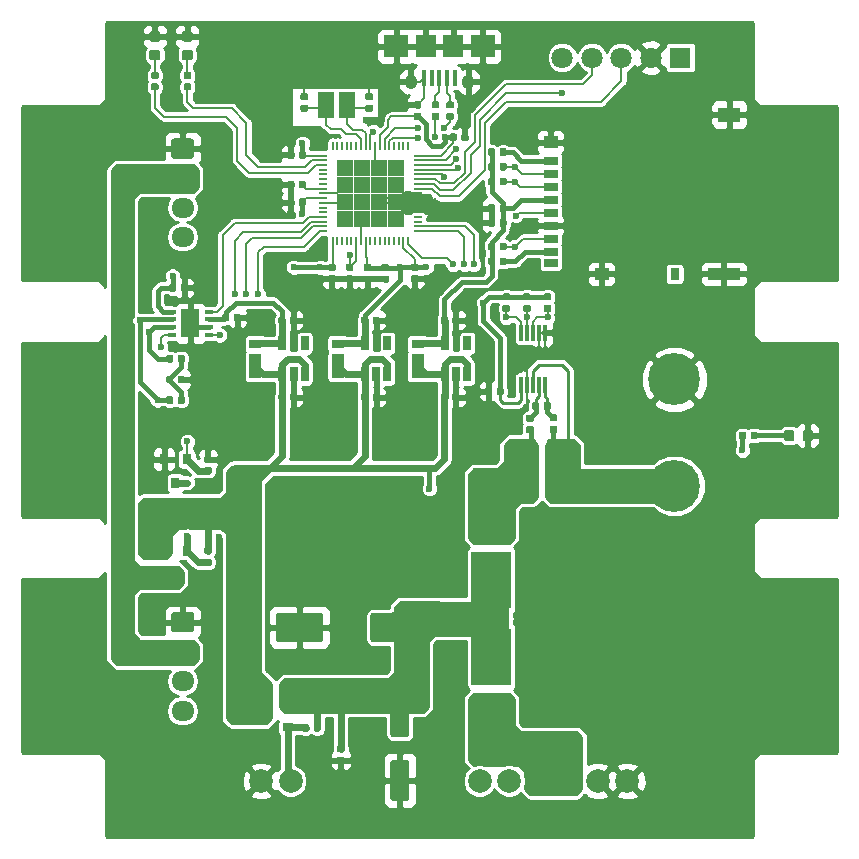
<source format=gtl>
G04 #@! TF.GenerationSoftware,KiCad,Pcbnew,(5.0.2)-1*
G04 #@! TF.CreationDate,2019-10-10T06:56:03+09:00*
G04 #@! TF.ProjectId,PM_Board,504d5f42-6f61-4726-942e-6b696361645f,rev?*
G04 #@! TF.SameCoordinates,Original*
G04 #@! TF.FileFunction,Copper,L1,Top*
G04 #@! TF.FilePolarity,Positive*
%FSLAX46Y46*%
G04 Gerber Fmt 4.6, Leading zero omitted, Abs format (unit mm)*
G04 Created by KiCad (PCBNEW (5.0.2)-1) date 2019/10/10 6:56:03*
%MOMM*%
%LPD*%
G01*
G04 APERTURE LIST*
G04 #@! TA.AperFunction,Conductor*
%ADD10C,0.100000*%
G04 #@! TD*
G04 #@! TA.AperFunction,SMDPad,CuDef*
%ADD11C,1.600000*%
G04 #@! TD*
G04 #@! TA.AperFunction,ComponentPad*
%ADD12C,1.700000*%
G04 #@! TD*
G04 #@! TA.AperFunction,ComponentPad*
%ADD13O,1.950000X1.700000*%
G04 #@! TD*
G04 #@! TA.AperFunction,SMDPad,CuDef*
%ADD14C,0.590000*%
G04 #@! TD*
G04 #@! TA.AperFunction,SMDPad,CuDef*
%ADD15C,2.500000*%
G04 #@! TD*
G04 #@! TA.AperFunction,SMDPad,CuDef*
%ADD16C,0.875000*%
G04 #@! TD*
G04 #@! TA.AperFunction,SMDPad,CuDef*
%ADD17R,1.390000X1.400000*%
G04 #@! TD*
G04 #@! TA.AperFunction,SMDPad,CuDef*
%ADD18R,3.360000X4.860000*%
G04 #@! TD*
G04 #@! TA.AperFunction,SMDPad,CuDef*
%ADD19R,1.100000X2.000000*%
G04 #@! TD*
G04 #@! TA.AperFunction,SMDPad,CuDef*
%ADD20R,1.100000X0.800000*%
G04 #@! TD*
G04 #@! TA.AperFunction,SMDPad,CuDef*
%ADD21R,1.200000X0.700000*%
G04 #@! TD*
G04 #@! TA.AperFunction,SMDPad,CuDef*
%ADD22R,1.200000X1.000000*%
G04 #@! TD*
G04 #@! TA.AperFunction,SMDPad,CuDef*
%ADD23R,0.800000X1.000000*%
G04 #@! TD*
G04 #@! TA.AperFunction,SMDPad,CuDef*
%ADD24R,2.800000X1.000000*%
G04 #@! TD*
G04 #@! TA.AperFunction,SMDPad,CuDef*
%ADD25R,1.900000X1.300000*%
G04 #@! TD*
G04 #@! TA.AperFunction,ComponentPad*
%ADD26R,1.800000X1.800000*%
G04 #@! TD*
G04 #@! TA.AperFunction,ComponentPad*
%ADD27C,1.800000*%
G04 #@! TD*
G04 #@! TA.AperFunction,SMDPad,CuDef*
%ADD28R,0.400000X1.350000*%
G04 #@! TD*
G04 #@! TA.AperFunction,ComponentPad*
%ADD29O,1.050000X1.250000*%
G04 #@! TD*
G04 #@! TA.AperFunction,ComponentPad*
%ADD30R,2.100000X1.900000*%
G04 #@! TD*
G04 #@! TA.AperFunction,SMDPad,CuDef*
%ADD31R,1.800000X1.900000*%
G04 #@! TD*
G04 #@! TA.AperFunction,ComponentPad*
%ADD32C,2.000000*%
G04 #@! TD*
G04 #@! TA.AperFunction,ComponentPad*
%ADD33C,4.400000*%
G04 #@! TD*
G04 #@! TA.AperFunction,ComponentPad*
%ADD34C,0.700000*%
G04 #@! TD*
G04 #@! TA.AperFunction,SMDPad,CuDef*
%ADD35R,0.800000X0.900000*%
G04 #@! TD*
G04 #@! TA.AperFunction,SMDPad,CuDef*
%ADD36R,0.900000X0.800000*%
G04 #@! TD*
G04 #@! TA.AperFunction,SMDPad,CuDef*
%ADD37C,0.975000*%
G04 #@! TD*
G04 #@! TA.AperFunction,SMDPad,CuDef*
%ADD38O,0.800000X0.200000*%
G04 #@! TD*
G04 #@! TA.AperFunction,SMDPad,CuDef*
%ADD39O,0.200000X0.800000*%
G04 #@! TD*
G04 #@! TA.AperFunction,SMDPad,CuDef*
%ADD40R,1.425000X1.425000*%
G04 #@! TD*
G04 #@! TA.AperFunction,ComponentPad*
%ADD41C,0.712500*%
G04 #@! TD*
G04 #@! TA.AperFunction,SMDPad,CuDef*
%ADD42R,0.300000X1.400000*%
G04 #@! TD*
G04 #@! TA.AperFunction,SMDPad,CuDef*
%ADD43R,0.650000X0.350000*%
G04 #@! TD*
G04 #@! TA.AperFunction,SMDPad,CuDef*
%ADD44R,1.550000X2.400000*%
G04 #@! TD*
G04 #@! TA.AperFunction,SMDPad,CuDef*
%ADD45R,0.650000X1.220000*%
G04 #@! TD*
G04 #@! TA.AperFunction,SMDPad,CuDef*
%ADD46R,1.350000X2.200000*%
G04 #@! TD*
G04 #@! TA.AperFunction,ViaPad*
%ADD47C,0.600000*%
G04 #@! TD*
G04 #@! TA.AperFunction,Conductor*
%ADD48C,0.600000*%
G04 #@! TD*
G04 #@! TA.AperFunction,Conductor*
%ADD49C,0.400000*%
G04 #@! TD*
G04 #@! TA.AperFunction,Conductor*
%ADD50C,0.200000*%
G04 #@! TD*
G04 #@! TA.AperFunction,Conductor*
%ADD51C,0.250000*%
G04 #@! TD*
G04 #@! TA.AperFunction,Conductor*
%ADD52C,3.000000*%
G04 #@! TD*
G04 #@! TA.AperFunction,Conductor*
%ADD53C,0.254000*%
G04 #@! TD*
G04 APERTURE END LIST*
D10*
G04 #@! TO.N,VCC*
G04 #@! TO.C,C25*
G36*
X150574504Y-132551204D02*
X150598773Y-132554804D01*
X150622571Y-132560765D01*
X150645671Y-132569030D01*
X150667849Y-132579520D01*
X150688893Y-132592133D01*
X150708598Y-132606747D01*
X150726777Y-132623223D01*
X150743253Y-132641402D01*
X150757867Y-132661107D01*
X150770480Y-132682151D01*
X150780970Y-132704329D01*
X150789235Y-132727429D01*
X150795196Y-132751227D01*
X150798796Y-132775496D01*
X150800000Y-132800000D01*
X150800000Y-135800000D01*
X150798796Y-135824504D01*
X150795196Y-135848773D01*
X150789235Y-135872571D01*
X150780970Y-135895671D01*
X150770480Y-135917849D01*
X150757867Y-135938893D01*
X150743253Y-135958598D01*
X150726777Y-135976777D01*
X150708598Y-135993253D01*
X150688893Y-136007867D01*
X150667849Y-136020480D01*
X150645671Y-136030970D01*
X150622571Y-136039235D01*
X150598773Y-136045196D01*
X150574504Y-136048796D01*
X150550000Y-136050000D01*
X149450000Y-136050000D01*
X149425496Y-136048796D01*
X149401227Y-136045196D01*
X149377429Y-136039235D01*
X149354329Y-136030970D01*
X149332151Y-136020480D01*
X149311107Y-136007867D01*
X149291402Y-135993253D01*
X149273223Y-135976777D01*
X149256747Y-135958598D01*
X149242133Y-135938893D01*
X149229520Y-135917849D01*
X149219030Y-135895671D01*
X149210765Y-135872571D01*
X149204804Y-135848773D01*
X149201204Y-135824504D01*
X149200000Y-135800000D01*
X149200000Y-132800000D01*
X149201204Y-132775496D01*
X149204804Y-132751227D01*
X149210765Y-132727429D01*
X149219030Y-132704329D01*
X149229520Y-132682151D01*
X149242133Y-132661107D01*
X149256747Y-132641402D01*
X149273223Y-132623223D01*
X149291402Y-132606747D01*
X149311107Y-132592133D01*
X149332151Y-132579520D01*
X149354329Y-132569030D01*
X149377429Y-132560765D01*
X149401227Y-132554804D01*
X149425496Y-132551204D01*
X149450000Y-132550000D01*
X150550000Y-132550000D01*
X150574504Y-132551204D01*
X150574504Y-132551204D01*
G37*
D11*
G04 #@! TD*
G04 #@! TO.P,C25,1*
G04 #@! TO.N,VCC*
X150000000Y-134300000D03*
D10*
G04 #@! TO.N,GND*
G04 #@! TO.C,C25*
G36*
X150574504Y-137951204D02*
X150598773Y-137954804D01*
X150622571Y-137960765D01*
X150645671Y-137969030D01*
X150667849Y-137979520D01*
X150688893Y-137992133D01*
X150708598Y-138006747D01*
X150726777Y-138023223D01*
X150743253Y-138041402D01*
X150757867Y-138061107D01*
X150770480Y-138082151D01*
X150780970Y-138104329D01*
X150789235Y-138127429D01*
X150795196Y-138151227D01*
X150798796Y-138175496D01*
X150800000Y-138200000D01*
X150800000Y-141200000D01*
X150798796Y-141224504D01*
X150795196Y-141248773D01*
X150789235Y-141272571D01*
X150780970Y-141295671D01*
X150770480Y-141317849D01*
X150757867Y-141338893D01*
X150743253Y-141358598D01*
X150726777Y-141376777D01*
X150708598Y-141393253D01*
X150688893Y-141407867D01*
X150667849Y-141420480D01*
X150645671Y-141430970D01*
X150622571Y-141439235D01*
X150598773Y-141445196D01*
X150574504Y-141448796D01*
X150550000Y-141450000D01*
X149450000Y-141450000D01*
X149425496Y-141448796D01*
X149401227Y-141445196D01*
X149377429Y-141439235D01*
X149354329Y-141430970D01*
X149332151Y-141420480D01*
X149311107Y-141407867D01*
X149291402Y-141393253D01*
X149273223Y-141376777D01*
X149256747Y-141358598D01*
X149242133Y-141338893D01*
X149229520Y-141317849D01*
X149219030Y-141295671D01*
X149210765Y-141272571D01*
X149204804Y-141248773D01*
X149201204Y-141224504D01*
X149200000Y-141200000D01*
X149200000Y-138200000D01*
X149201204Y-138175496D01*
X149204804Y-138151227D01*
X149210765Y-138127429D01*
X149219030Y-138104329D01*
X149229520Y-138082151D01*
X149242133Y-138061107D01*
X149256747Y-138041402D01*
X149273223Y-138023223D01*
X149291402Y-138006747D01*
X149311107Y-137992133D01*
X149332151Y-137979520D01*
X149354329Y-137969030D01*
X149377429Y-137960765D01*
X149401227Y-137954804D01*
X149425496Y-137951204D01*
X149450000Y-137950000D01*
X150550000Y-137950000D01*
X150574504Y-137951204D01*
X150574504Y-137951204D01*
G37*
D11*
G04 #@! TD*
G04 #@! TO.P,C25,2*
G04 #@! TO.N,GND*
X150000000Y-139700000D03*
D10*
G04 #@! TO.N,GND*
G04 #@! TO.C,J4*
G36*
X132349504Y-85351204D02*
X132373773Y-85354804D01*
X132397571Y-85360765D01*
X132420671Y-85369030D01*
X132442849Y-85379520D01*
X132463893Y-85392133D01*
X132483598Y-85406747D01*
X132501777Y-85423223D01*
X132518253Y-85441402D01*
X132532867Y-85461107D01*
X132545480Y-85482151D01*
X132555970Y-85504329D01*
X132564235Y-85527429D01*
X132570196Y-85551227D01*
X132573796Y-85575496D01*
X132575000Y-85600000D01*
X132575000Y-86800000D01*
X132573796Y-86824504D01*
X132570196Y-86848773D01*
X132564235Y-86872571D01*
X132555970Y-86895671D01*
X132545480Y-86917849D01*
X132532867Y-86938893D01*
X132518253Y-86958598D01*
X132501777Y-86976777D01*
X132483598Y-86993253D01*
X132463893Y-87007867D01*
X132442849Y-87020480D01*
X132420671Y-87030970D01*
X132397571Y-87039235D01*
X132373773Y-87045196D01*
X132349504Y-87048796D01*
X132325000Y-87050000D01*
X130875000Y-87050000D01*
X130850496Y-87048796D01*
X130826227Y-87045196D01*
X130802429Y-87039235D01*
X130779329Y-87030970D01*
X130757151Y-87020480D01*
X130736107Y-87007867D01*
X130716402Y-86993253D01*
X130698223Y-86976777D01*
X130681747Y-86958598D01*
X130667133Y-86938893D01*
X130654520Y-86917849D01*
X130644030Y-86895671D01*
X130635765Y-86872571D01*
X130629804Y-86848773D01*
X130626204Y-86824504D01*
X130625000Y-86800000D01*
X130625000Y-85600000D01*
X130626204Y-85575496D01*
X130629804Y-85551227D01*
X130635765Y-85527429D01*
X130644030Y-85504329D01*
X130654520Y-85482151D01*
X130667133Y-85461107D01*
X130681747Y-85441402D01*
X130698223Y-85423223D01*
X130716402Y-85406747D01*
X130736107Y-85392133D01*
X130757151Y-85379520D01*
X130779329Y-85369030D01*
X130802429Y-85360765D01*
X130826227Y-85354804D01*
X130850496Y-85351204D01*
X130875000Y-85350000D01*
X132325000Y-85350000D01*
X132349504Y-85351204D01*
X132349504Y-85351204D01*
G37*
D12*
G04 #@! TD*
G04 #@! TO.P,J4,1*
G04 #@! TO.N,GND*
X131600000Y-86200000D03*
D13*
G04 #@! TO.P,J4,2*
G04 #@! TO.N,Net-(J4-Pad2)*
X131600000Y-88700000D03*
G04 #@! TO.P,J4,3*
G04 #@! TO.N,Net-(J4-Pad3)*
X131600000Y-91200000D03*
G04 #@! TO.P,J4,4*
G04 #@! TO.N,Net-(J4-Pad4)*
X131600000Y-93700000D03*
G04 #@! TD*
D10*
G04 #@! TO.N,GND*
G04 #@! TO.C,C1*
G36*
X148936958Y-96955710D02*
X148951276Y-96957834D01*
X148965317Y-96961351D01*
X148978946Y-96966228D01*
X148992031Y-96972417D01*
X149004447Y-96979858D01*
X149016073Y-96988481D01*
X149026798Y-96998202D01*
X149036519Y-97008927D01*
X149045142Y-97020553D01*
X149052583Y-97032969D01*
X149058772Y-97046054D01*
X149063649Y-97059683D01*
X149067166Y-97073724D01*
X149069290Y-97088042D01*
X149070000Y-97102500D01*
X149070000Y-97397500D01*
X149069290Y-97411958D01*
X149067166Y-97426276D01*
X149063649Y-97440317D01*
X149058772Y-97453946D01*
X149052583Y-97467031D01*
X149045142Y-97479447D01*
X149036519Y-97491073D01*
X149026798Y-97501798D01*
X149016073Y-97511519D01*
X149004447Y-97520142D01*
X148992031Y-97527583D01*
X148978946Y-97533772D01*
X148965317Y-97538649D01*
X148951276Y-97542166D01*
X148936958Y-97544290D01*
X148922500Y-97545000D01*
X148577500Y-97545000D01*
X148563042Y-97544290D01*
X148548724Y-97542166D01*
X148534683Y-97538649D01*
X148521054Y-97533772D01*
X148507969Y-97527583D01*
X148495553Y-97520142D01*
X148483927Y-97511519D01*
X148473202Y-97501798D01*
X148463481Y-97491073D01*
X148454858Y-97479447D01*
X148447417Y-97467031D01*
X148441228Y-97453946D01*
X148436351Y-97440317D01*
X148432834Y-97426276D01*
X148430710Y-97411958D01*
X148430000Y-97397500D01*
X148430000Y-97102500D01*
X148430710Y-97088042D01*
X148432834Y-97073724D01*
X148436351Y-97059683D01*
X148441228Y-97046054D01*
X148447417Y-97032969D01*
X148454858Y-97020553D01*
X148463481Y-97008927D01*
X148473202Y-96998202D01*
X148483927Y-96988481D01*
X148495553Y-96979858D01*
X148507969Y-96972417D01*
X148521054Y-96966228D01*
X148534683Y-96961351D01*
X148548724Y-96957834D01*
X148563042Y-96955710D01*
X148577500Y-96955000D01*
X148922500Y-96955000D01*
X148936958Y-96955710D01*
X148936958Y-96955710D01*
G37*
D14*
G04 #@! TD*
G04 #@! TO.P,C1,2*
G04 #@! TO.N,GND*
X148750000Y-97250000D03*
D10*
G04 #@! TO.N,+3V3*
G04 #@! TO.C,C1*
G36*
X148936958Y-95985710D02*
X148951276Y-95987834D01*
X148965317Y-95991351D01*
X148978946Y-95996228D01*
X148992031Y-96002417D01*
X149004447Y-96009858D01*
X149016073Y-96018481D01*
X149026798Y-96028202D01*
X149036519Y-96038927D01*
X149045142Y-96050553D01*
X149052583Y-96062969D01*
X149058772Y-96076054D01*
X149063649Y-96089683D01*
X149067166Y-96103724D01*
X149069290Y-96118042D01*
X149070000Y-96132500D01*
X149070000Y-96427500D01*
X149069290Y-96441958D01*
X149067166Y-96456276D01*
X149063649Y-96470317D01*
X149058772Y-96483946D01*
X149052583Y-96497031D01*
X149045142Y-96509447D01*
X149036519Y-96521073D01*
X149026798Y-96531798D01*
X149016073Y-96541519D01*
X149004447Y-96550142D01*
X148992031Y-96557583D01*
X148978946Y-96563772D01*
X148965317Y-96568649D01*
X148951276Y-96572166D01*
X148936958Y-96574290D01*
X148922500Y-96575000D01*
X148577500Y-96575000D01*
X148563042Y-96574290D01*
X148548724Y-96572166D01*
X148534683Y-96568649D01*
X148521054Y-96563772D01*
X148507969Y-96557583D01*
X148495553Y-96550142D01*
X148483927Y-96541519D01*
X148473202Y-96531798D01*
X148463481Y-96521073D01*
X148454858Y-96509447D01*
X148447417Y-96497031D01*
X148441228Y-96483946D01*
X148436351Y-96470317D01*
X148432834Y-96456276D01*
X148430710Y-96441958D01*
X148430000Y-96427500D01*
X148430000Y-96132500D01*
X148430710Y-96118042D01*
X148432834Y-96103724D01*
X148436351Y-96089683D01*
X148441228Y-96076054D01*
X148447417Y-96062969D01*
X148454858Y-96050553D01*
X148463481Y-96038927D01*
X148473202Y-96028202D01*
X148483927Y-96018481D01*
X148495553Y-96009858D01*
X148507969Y-96002417D01*
X148521054Y-95996228D01*
X148534683Y-95991351D01*
X148548724Y-95987834D01*
X148563042Y-95985710D01*
X148577500Y-95985000D01*
X148922500Y-95985000D01*
X148936958Y-95985710D01*
X148936958Y-95985710D01*
G37*
D14*
G04 #@! TD*
G04 #@! TO.P,C1,1*
G04 #@! TO.N,+3V3*
X148750000Y-96280000D03*
D10*
G04 #@! TO.N,+3V3*
G04 #@! TO.C,C2*
G36*
X147436958Y-95985710D02*
X147451276Y-95987834D01*
X147465317Y-95991351D01*
X147478946Y-95996228D01*
X147492031Y-96002417D01*
X147504447Y-96009858D01*
X147516073Y-96018481D01*
X147526798Y-96028202D01*
X147536519Y-96038927D01*
X147545142Y-96050553D01*
X147552583Y-96062969D01*
X147558772Y-96076054D01*
X147563649Y-96089683D01*
X147567166Y-96103724D01*
X147569290Y-96118042D01*
X147570000Y-96132500D01*
X147570000Y-96427500D01*
X147569290Y-96441958D01*
X147567166Y-96456276D01*
X147563649Y-96470317D01*
X147558772Y-96483946D01*
X147552583Y-96497031D01*
X147545142Y-96509447D01*
X147536519Y-96521073D01*
X147526798Y-96531798D01*
X147516073Y-96541519D01*
X147504447Y-96550142D01*
X147492031Y-96557583D01*
X147478946Y-96563772D01*
X147465317Y-96568649D01*
X147451276Y-96572166D01*
X147436958Y-96574290D01*
X147422500Y-96575000D01*
X147077500Y-96575000D01*
X147063042Y-96574290D01*
X147048724Y-96572166D01*
X147034683Y-96568649D01*
X147021054Y-96563772D01*
X147007969Y-96557583D01*
X146995553Y-96550142D01*
X146983927Y-96541519D01*
X146973202Y-96531798D01*
X146963481Y-96521073D01*
X146954858Y-96509447D01*
X146947417Y-96497031D01*
X146941228Y-96483946D01*
X146936351Y-96470317D01*
X146932834Y-96456276D01*
X146930710Y-96441958D01*
X146930000Y-96427500D01*
X146930000Y-96132500D01*
X146930710Y-96118042D01*
X146932834Y-96103724D01*
X146936351Y-96089683D01*
X146941228Y-96076054D01*
X146947417Y-96062969D01*
X146954858Y-96050553D01*
X146963481Y-96038927D01*
X146973202Y-96028202D01*
X146983927Y-96018481D01*
X146995553Y-96009858D01*
X147007969Y-96002417D01*
X147021054Y-95996228D01*
X147034683Y-95991351D01*
X147048724Y-95987834D01*
X147063042Y-95985710D01*
X147077500Y-95985000D01*
X147422500Y-95985000D01*
X147436958Y-95985710D01*
X147436958Y-95985710D01*
G37*
D14*
G04 #@! TD*
G04 #@! TO.P,C2,1*
G04 #@! TO.N,+3V3*
X147250000Y-96280000D03*
D10*
G04 #@! TO.N,GND*
G04 #@! TO.C,C2*
G36*
X147436958Y-96955710D02*
X147451276Y-96957834D01*
X147465317Y-96961351D01*
X147478946Y-96966228D01*
X147492031Y-96972417D01*
X147504447Y-96979858D01*
X147516073Y-96988481D01*
X147526798Y-96998202D01*
X147536519Y-97008927D01*
X147545142Y-97020553D01*
X147552583Y-97032969D01*
X147558772Y-97046054D01*
X147563649Y-97059683D01*
X147567166Y-97073724D01*
X147569290Y-97088042D01*
X147570000Y-97102500D01*
X147570000Y-97397500D01*
X147569290Y-97411958D01*
X147567166Y-97426276D01*
X147563649Y-97440317D01*
X147558772Y-97453946D01*
X147552583Y-97467031D01*
X147545142Y-97479447D01*
X147536519Y-97491073D01*
X147526798Y-97501798D01*
X147516073Y-97511519D01*
X147504447Y-97520142D01*
X147492031Y-97527583D01*
X147478946Y-97533772D01*
X147465317Y-97538649D01*
X147451276Y-97542166D01*
X147436958Y-97544290D01*
X147422500Y-97545000D01*
X147077500Y-97545000D01*
X147063042Y-97544290D01*
X147048724Y-97542166D01*
X147034683Y-97538649D01*
X147021054Y-97533772D01*
X147007969Y-97527583D01*
X146995553Y-97520142D01*
X146983927Y-97511519D01*
X146973202Y-97501798D01*
X146963481Y-97491073D01*
X146954858Y-97479447D01*
X146947417Y-97467031D01*
X146941228Y-97453946D01*
X146936351Y-97440317D01*
X146932834Y-97426276D01*
X146930710Y-97411958D01*
X146930000Y-97397500D01*
X146930000Y-97102500D01*
X146930710Y-97088042D01*
X146932834Y-97073724D01*
X146936351Y-97059683D01*
X146941228Y-97046054D01*
X146947417Y-97032969D01*
X146954858Y-97020553D01*
X146963481Y-97008927D01*
X146973202Y-96998202D01*
X146983927Y-96988481D01*
X146995553Y-96979858D01*
X147007969Y-96972417D01*
X147021054Y-96966228D01*
X147034683Y-96961351D01*
X147048724Y-96957834D01*
X147063042Y-96955710D01*
X147077500Y-96955000D01*
X147422500Y-96955000D01*
X147436958Y-96955710D01*
X147436958Y-96955710D01*
G37*
D14*
G04 #@! TD*
G04 #@! TO.P,C2,2*
G04 #@! TO.N,GND*
X147250000Y-97250000D03*
D10*
G04 #@! TO.N,GND*
G04 #@! TO.C,C3*
G36*
X151686958Y-82220710D02*
X151701276Y-82222834D01*
X151715317Y-82226351D01*
X151728946Y-82231228D01*
X151742031Y-82237417D01*
X151754447Y-82244858D01*
X151766073Y-82253481D01*
X151776798Y-82263202D01*
X151786519Y-82273927D01*
X151795142Y-82285553D01*
X151802583Y-82297969D01*
X151808772Y-82311054D01*
X151813649Y-82324683D01*
X151817166Y-82338724D01*
X151819290Y-82353042D01*
X151820000Y-82367500D01*
X151820000Y-82662500D01*
X151819290Y-82676958D01*
X151817166Y-82691276D01*
X151813649Y-82705317D01*
X151808772Y-82718946D01*
X151802583Y-82732031D01*
X151795142Y-82744447D01*
X151786519Y-82756073D01*
X151776798Y-82766798D01*
X151766073Y-82776519D01*
X151754447Y-82785142D01*
X151742031Y-82792583D01*
X151728946Y-82798772D01*
X151715317Y-82803649D01*
X151701276Y-82807166D01*
X151686958Y-82809290D01*
X151672500Y-82810000D01*
X151327500Y-82810000D01*
X151313042Y-82809290D01*
X151298724Y-82807166D01*
X151284683Y-82803649D01*
X151271054Y-82798772D01*
X151257969Y-82792583D01*
X151245553Y-82785142D01*
X151233927Y-82776519D01*
X151223202Y-82766798D01*
X151213481Y-82756073D01*
X151204858Y-82744447D01*
X151197417Y-82732031D01*
X151191228Y-82718946D01*
X151186351Y-82705317D01*
X151182834Y-82691276D01*
X151180710Y-82676958D01*
X151180000Y-82662500D01*
X151180000Y-82367500D01*
X151180710Y-82353042D01*
X151182834Y-82338724D01*
X151186351Y-82324683D01*
X151191228Y-82311054D01*
X151197417Y-82297969D01*
X151204858Y-82285553D01*
X151213481Y-82273927D01*
X151223202Y-82263202D01*
X151233927Y-82253481D01*
X151245553Y-82244858D01*
X151257969Y-82237417D01*
X151271054Y-82231228D01*
X151284683Y-82226351D01*
X151298724Y-82222834D01*
X151313042Y-82220710D01*
X151327500Y-82220000D01*
X151672500Y-82220000D01*
X151686958Y-82220710D01*
X151686958Y-82220710D01*
G37*
D14*
G04 #@! TD*
G04 #@! TO.P,C3,2*
G04 #@! TO.N,GND*
X151500000Y-82515000D03*
D10*
G04 #@! TO.N,+3V3*
G04 #@! TO.C,C3*
G36*
X151686958Y-83190710D02*
X151701276Y-83192834D01*
X151715317Y-83196351D01*
X151728946Y-83201228D01*
X151742031Y-83207417D01*
X151754447Y-83214858D01*
X151766073Y-83223481D01*
X151776798Y-83233202D01*
X151786519Y-83243927D01*
X151795142Y-83255553D01*
X151802583Y-83267969D01*
X151808772Y-83281054D01*
X151813649Y-83294683D01*
X151817166Y-83308724D01*
X151819290Y-83323042D01*
X151820000Y-83337500D01*
X151820000Y-83632500D01*
X151819290Y-83646958D01*
X151817166Y-83661276D01*
X151813649Y-83675317D01*
X151808772Y-83688946D01*
X151802583Y-83702031D01*
X151795142Y-83714447D01*
X151786519Y-83726073D01*
X151776798Y-83736798D01*
X151766073Y-83746519D01*
X151754447Y-83755142D01*
X151742031Y-83762583D01*
X151728946Y-83768772D01*
X151715317Y-83773649D01*
X151701276Y-83777166D01*
X151686958Y-83779290D01*
X151672500Y-83780000D01*
X151327500Y-83780000D01*
X151313042Y-83779290D01*
X151298724Y-83777166D01*
X151284683Y-83773649D01*
X151271054Y-83768772D01*
X151257969Y-83762583D01*
X151245553Y-83755142D01*
X151233927Y-83746519D01*
X151223202Y-83736798D01*
X151213481Y-83726073D01*
X151204858Y-83714447D01*
X151197417Y-83702031D01*
X151191228Y-83688946D01*
X151186351Y-83675317D01*
X151182834Y-83661276D01*
X151180710Y-83646958D01*
X151180000Y-83632500D01*
X151180000Y-83337500D01*
X151180710Y-83323042D01*
X151182834Y-83308724D01*
X151186351Y-83294683D01*
X151191228Y-83281054D01*
X151197417Y-83267969D01*
X151204858Y-83255553D01*
X151213481Y-83243927D01*
X151223202Y-83233202D01*
X151233927Y-83223481D01*
X151245553Y-83214858D01*
X151257969Y-83207417D01*
X151271054Y-83201228D01*
X151284683Y-83196351D01*
X151298724Y-83192834D01*
X151313042Y-83190710D01*
X151327500Y-83190000D01*
X151672500Y-83190000D01*
X151686958Y-83190710D01*
X151686958Y-83190710D01*
G37*
D14*
G04 #@! TD*
G04 #@! TO.P,C3,1*
G04 #@! TO.N,+3V3*
X151500000Y-83485000D03*
D10*
G04 #@! TO.N,+3V3*
G04 #@! TO.C,C4*
G36*
X141896958Y-86430710D02*
X141911276Y-86432834D01*
X141925317Y-86436351D01*
X141938946Y-86441228D01*
X141952031Y-86447417D01*
X141964447Y-86454858D01*
X141976073Y-86463481D01*
X141986798Y-86473202D01*
X141996519Y-86483927D01*
X142005142Y-86495553D01*
X142012583Y-86507969D01*
X142018772Y-86521054D01*
X142023649Y-86534683D01*
X142027166Y-86548724D01*
X142029290Y-86563042D01*
X142030000Y-86577500D01*
X142030000Y-86922500D01*
X142029290Y-86936958D01*
X142027166Y-86951276D01*
X142023649Y-86965317D01*
X142018772Y-86978946D01*
X142012583Y-86992031D01*
X142005142Y-87004447D01*
X141996519Y-87016073D01*
X141986798Y-87026798D01*
X141976073Y-87036519D01*
X141964447Y-87045142D01*
X141952031Y-87052583D01*
X141938946Y-87058772D01*
X141925317Y-87063649D01*
X141911276Y-87067166D01*
X141896958Y-87069290D01*
X141882500Y-87070000D01*
X141587500Y-87070000D01*
X141573042Y-87069290D01*
X141558724Y-87067166D01*
X141544683Y-87063649D01*
X141531054Y-87058772D01*
X141517969Y-87052583D01*
X141505553Y-87045142D01*
X141493927Y-87036519D01*
X141483202Y-87026798D01*
X141473481Y-87016073D01*
X141464858Y-87004447D01*
X141457417Y-86992031D01*
X141451228Y-86978946D01*
X141446351Y-86965317D01*
X141442834Y-86951276D01*
X141440710Y-86936958D01*
X141440000Y-86922500D01*
X141440000Y-86577500D01*
X141440710Y-86563042D01*
X141442834Y-86548724D01*
X141446351Y-86534683D01*
X141451228Y-86521054D01*
X141457417Y-86507969D01*
X141464858Y-86495553D01*
X141473481Y-86483927D01*
X141483202Y-86473202D01*
X141493927Y-86463481D01*
X141505553Y-86454858D01*
X141517969Y-86447417D01*
X141531054Y-86441228D01*
X141544683Y-86436351D01*
X141558724Y-86432834D01*
X141573042Y-86430710D01*
X141587500Y-86430000D01*
X141882500Y-86430000D01*
X141896958Y-86430710D01*
X141896958Y-86430710D01*
G37*
D14*
G04 #@! TD*
G04 #@! TO.P,C4,1*
G04 #@! TO.N,+3V3*
X141735000Y-86750000D03*
D10*
G04 #@! TO.N,GND*
G04 #@! TO.C,C4*
G36*
X140926958Y-86430710D02*
X140941276Y-86432834D01*
X140955317Y-86436351D01*
X140968946Y-86441228D01*
X140982031Y-86447417D01*
X140994447Y-86454858D01*
X141006073Y-86463481D01*
X141016798Y-86473202D01*
X141026519Y-86483927D01*
X141035142Y-86495553D01*
X141042583Y-86507969D01*
X141048772Y-86521054D01*
X141053649Y-86534683D01*
X141057166Y-86548724D01*
X141059290Y-86563042D01*
X141060000Y-86577500D01*
X141060000Y-86922500D01*
X141059290Y-86936958D01*
X141057166Y-86951276D01*
X141053649Y-86965317D01*
X141048772Y-86978946D01*
X141042583Y-86992031D01*
X141035142Y-87004447D01*
X141026519Y-87016073D01*
X141016798Y-87026798D01*
X141006073Y-87036519D01*
X140994447Y-87045142D01*
X140982031Y-87052583D01*
X140968946Y-87058772D01*
X140955317Y-87063649D01*
X140941276Y-87067166D01*
X140926958Y-87069290D01*
X140912500Y-87070000D01*
X140617500Y-87070000D01*
X140603042Y-87069290D01*
X140588724Y-87067166D01*
X140574683Y-87063649D01*
X140561054Y-87058772D01*
X140547969Y-87052583D01*
X140535553Y-87045142D01*
X140523927Y-87036519D01*
X140513202Y-87026798D01*
X140503481Y-87016073D01*
X140494858Y-87004447D01*
X140487417Y-86992031D01*
X140481228Y-86978946D01*
X140476351Y-86965317D01*
X140472834Y-86951276D01*
X140470710Y-86936958D01*
X140470000Y-86922500D01*
X140470000Y-86577500D01*
X140470710Y-86563042D01*
X140472834Y-86548724D01*
X140476351Y-86534683D01*
X140481228Y-86521054D01*
X140487417Y-86507969D01*
X140494858Y-86495553D01*
X140503481Y-86483927D01*
X140513202Y-86473202D01*
X140523927Y-86463481D01*
X140535553Y-86454858D01*
X140547969Y-86447417D01*
X140561054Y-86441228D01*
X140574683Y-86436351D01*
X140588724Y-86432834D01*
X140603042Y-86430710D01*
X140617500Y-86430000D01*
X140912500Y-86430000D01*
X140926958Y-86430710D01*
X140926958Y-86430710D01*
G37*
D14*
G04 #@! TD*
G04 #@! TO.P,C4,2*
G04 #@! TO.N,GND*
X140765000Y-86750000D03*
D10*
G04 #@! TO.N,GND*
G04 #@! TO.C,C5*
G36*
X151436958Y-96925710D02*
X151451276Y-96927834D01*
X151465317Y-96931351D01*
X151478946Y-96936228D01*
X151492031Y-96942417D01*
X151504447Y-96949858D01*
X151516073Y-96958481D01*
X151526798Y-96968202D01*
X151536519Y-96978927D01*
X151545142Y-96990553D01*
X151552583Y-97002969D01*
X151558772Y-97016054D01*
X151563649Y-97029683D01*
X151567166Y-97043724D01*
X151569290Y-97058042D01*
X151570000Y-97072500D01*
X151570000Y-97367500D01*
X151569290Y-97381958D01*
X151567166Y-97396276D01*
X151563649Y-97410317D01*
X151558772Y-97423946D01*
X151552583Y-97437031D01*
X151545142Y-97449447D01*
X151536519Y-97461073D01*
X151526798Y-97471798D01*
X151516073Y-97481519D01*
X151504447Y-97490142D01*
X151492031Y-97497583D01*
X151478946Y-97503772D01*
X151465317Y-97508649D01*
X151451276Y-97512166D01*
X151436958Y-97514290D01*
X151422500Y-97515000D01*
X151077500Y-97515000D01*
X151063042Y-97514290D01*
X151048724Y-97512166D01*
X151034683Y-97508649D01*
X151021054Y-97503772D01*
X151007969Y-97497583D01*
X150995553Y-97490142D01*
X150983927Y-97481519D01*
X150973202Y-97471798D01*
X150963481Y-97461073D01*
X150954858Y-97449447D01*
X150947417Y-97437031D01*
X150941228Y-97423946D01*
X150936351Y-97410317D01*
X150932834Y-97396276D01*
X150930710Y-97381958D01*
X150930000Y-97367500D01*
X150930000Y-97072500D01*
X150930710Y-97058042D01*
X150932834Y-97043724D01*
X150936351Y-97029683D01*
X150941228Y-97016054D01*
X150947417Y-97002969D01*
X150954858Y-96990553D01*
X150963481Y-96978927D01*
X150973202Y-96968202D01*
X150983927Y-96958481D01*
X150995553Y-96949858D01*
X151007969Y-96942417D01*
X151021054Y-96936228D01*
X151034683Y-96931351D01*
X151048724Y-96927834D01*
X151063042Y-96925710D01*
X151077500Y-96925000D01*
X151422500Y-96925000D01*
X151436958Y-96925710D01*
X151436958Y-96925710D01*
G37*
D14*
G04 #@! TD*
G04 #@! TO.P,C5,2*
G04 #@! TO.N,GND*
X151250000Y-97220000D03*
D10*
G04 #@! TO.N,+3V3*
G04 #@! TO.C,C5*
G36*
X151436958Y-95955710D02*
X151451276Y-95957834D01*
X151465317Y-95961351D01*
X151478946Y-95966228D01*
X151492031Y-95972417D01*
X151504447Y-95979858D01*
X151516073Y-95988481D01*
X151526798Y-95998202D01*
X151536519Y-96008927D01*
X151545142Y-96020553D01*
X151552583Y-96032969D01*
X151558772Y-96046054D01*
X151563649Y-96059683D01*
X151567166Y-96073724D01*
X151569290Y-96088042D01*
X151570000Y-96102500D01*
X151570000Y-96397500D01*
X151569290Y-96411958D01*
X151567166Y-96426276D01*
X151563649Y-96440317D01*
X151558772Y-96453946D01*
X151552583Y-96467031D01*
X151545142Y-96479447D01*
X151536519Y-96491073D01*
X151526798Y-96501798D01*
X151516073Y-96511519D01*
X151504447Y-96520142D01*
X151492031Y-96527583D01*
X151478946Y-96533772D01*
X151465317Y-96538649D01*
X151451276Y-96542166D01*
X151436958Y-96544290D01*
X151422500Y-96545000D01*
X151077500Y-96545000D01*
X151063042Y-96544290D01*
X151048724Y-96542166D01*
X151034683Y-96538649D01*
X151021054Y-96533772D01*
X151007969Y-96527583D01*
X150995553Y-96520142D01*
X150983927Y-96511519D01*
X150973202Y-96501798D01*
X150963481Y-96491073D01*
X150954858Y-96479447D01*
X150947417Y-96467031D01*
X150941228Y-96453946D01*
X150936351Y-96440317D01*
X150932834Y-96426276D01*
X150930710Y-96411958D01*
X150930000Y-96397500D01*
X150930000Y-96102500D01*
X150930710Y-96088042D01*
X150932834Y-96073724D01*
X150936351Y-96059683D01*
X150941228Y-96046054D01*
X150947417Y-96032969D01*
X150954858Y-96020553D01*
X150963481Y-96008927D01*
X150973202Y-95998202D01*
X150983927Y-95988481D01*
X150995553Y-95979858D01*
X151007969Y-95972417D01*
X151021054Y-95966228D01*
X151034683Y-95961351D01*
X151048724Y-95957834D01*
X151063042Y-95955710D01*
X151077500Y-95955000D01*
X151422500Y-95955000D01*
X151436958Y-95955710D01*
X151436958Y-95955710D01*
G37*
D14*
G04 #@! TD*
G04 #@! TO.P,C5,1*
G04 #@! TO.N,+3V3*
X151250000Y-96250000D03*
D10*
G04 #@! TO.N,+3V3*
G04 #@! TO.C,C6*
G36*
X154691958Y-84930710D02*
X154706276Y-84932834D01*
X154720317Y-84936351D01*
X154733946Y-84941228D01*
X154747031Y-84947417D01*
X154759447Y-84954858D01*
X154771073Y-84963481D01*
X154781798Y-84973202D01*
X154791519Y-84983927D01*
X154800142Y-84995553D01*
X154807583Y-85007969D01*
X154813772Y-85021054D01*
X154818649Y-85034683D01*
X154822166Y-85048724D01*
X154824290Y-85063042D01*
X154825000Y-85077500D01*
X154825000Y-85422500D01*
X154824290Y-85436958D01*
X154822166Y-85451276D01*
X154818649Y-85465317D01*
X154813772Y-85478946D01*
X154807583Y-85492031D01*
X154800142Y-85504447D01*
X154791519Y-85516073D01*
X154781798Y-85526798D01*
X154771073Y-85536519D01*
X154759447Y-85545142D01*
X154747031Y-85552583D01*
X154733946Y-85558772D01*
X154720317Y-85563649D01*
X154706276Y-85567166D01*
X154691958Y-85569290D01*
X154677500Y-85570000D01*
X154382500Y-85570000D01*
X154368042Y-85569290D01*
X154353724Y-85567166D01*
X154339683Y-85563649D01*
X154326054Y-85558772D01*
X154312969Y-85552583D01*
X154300553Y-85545142D01*
X154288927Y-85536519D01*
X154278202Y-85526798D01*
X154268481Y-85516073D01*
X154259858Y-85504447D01*
X154252417Y-85492031D01*
X154246228Y-85478946D01*
X154241351Y-85465317D01*
X154237834Y-85451276D01*
X154235710Y-85436958D01*
X154235000Y-85422500D01*
X154235000Y-85077500D01*
X154235710Y-85063042D01*
X154237834Y-85048724D01*
X154241351Y-85034683D01*
X154246228Y-85021054D01*
X154252417Y-85007969D01*
X154259858Y-84995553D01*
X154268481Y-84983927D01*
X154278202Y-84973202D01*
X154288927Y-84963481D01*
X154300553Y-84954858D01*
X154312969Y-84947417D01*
X154326054Y-84941228D01*
X154339683Y-84936351D01*
X154353724Y-84932834D01*
X154368042Y-84930710D01*
X154382500Y-84930000D01*
X154677500Y-84930000D01*
X154691958Y-84930710D01*
X154691958Y-84930710D01*
G37*
D14*
G04 #@! TD*
G04 #@! TO.P,C6,1*
G04 #@! TO.N,+3V3*
X154530000Y-85250000D03*
D10*
G04 #@! TO.N,GND*
G04 #@! TO.C,C6*
G36*
X155661958Y-84930710D02*
X155676276Y-84932834D01*
X155690317Y-84936351D01*
X155703946Y-84941228D01*
X155717031Y-84947417D01*
X155729447Y-84954858D01*
X155741073Y-84963481D01*
X155751798Y-84973202D01*
X155761519Y-84983927D01*
X155770142Y-84995553D01*
X155777583Y-85007969D01*
X155783772Y-85021054D01*
X155788649Y-85034683D01*
X155792166Y-85048724D01*
X155794290Y-85063042D01*
X155795000Y-85077500D01*
X155795000Y-85422500D01*
X155794290Y-85436958D01*
X155792166Y-85451276D01*
X155788649Y-85465317D01*
X155783772Y-85478946D01*
X155777583Y-85492031D01*
X155770142Y-85504447D01*
X155761519Y-85516073D01*
X155751798Y-85526798D01*
X155741073Y-85536519D01*
X155729447Y-85545142D01*
X155717031Y-85552583D01*
X155703946Y-85558772D01*
X155690317Y-85563649D01*
X155676276Y-85567166D01*
X155661958Y-85569290D01*
X155647500Y-85570000D01*
X155352500Y-85570000D01*
X155338042Y-85569290D01*
X155323724Y-85567166D01*
X155309683Y-85563649D01*
X155296054Y-85558772D01*
X155282969Y-85552583D01*
X155270553Y-85545142D01*
X155258927Y-85536519D01*
X155248202Y-85526798D01*
X155238481Y-85516073D01*
X155229858Y-85504447D01*
X155222417Y-85492031D01*
X155216228Y-85478946D01*
X155211351Y-85465317D01*
X155207834Y-85451276D01*
X155205710Y-85436958D01*
X155205000Y-85422500D01*
X155205000Y-85077500D01*
X155205710Y-85063042D01*
X155207834Y-85048724D01*
X155211351Y-85034683D01*
X155216228Y-85021054D01*
X155222417Y-85007969D01*
X155229858Y-84995553D01*
X155238481Y-84983927D01*
X155248202Y-84973202D01*
X155258927Y-84963481D01*
X155270553Y-84954858D01*
X155282969Y-84947417D01*
X155296054Y-84941228D01*
X155309683Y-84936351D01*
X155323724Y-84932834D01*
X155338042Y-84930710D01*
X155352500Y-84930000D01*
X155647500Y-84930000D01*
X155661958Y-84930710D01*
X155661958Y-84930710D01*
G37*
D14*
G04 #@! TD*
G04 #@! TO.P,C6,2*
G04 #@! TO.N,GND*
X155500000Y-85250000D03*
D10*
G04 #@! TO.N,GND*
G04 #@! TO.C,C7*
G36*
X144436958Y-96940710D02*
X144451276Y-96942834D01*
X144465317Y-96946351D01*
X144478946Y-96951228D01*
X144492031Y-96957417D01*
X144504447Y-96964858D01*
X144516073Y-96973481D01*
X144526798Y-96983202D01*
X144536519Y-96993927D01*
X144545142Y-97005553D01*
X144552583Y-97017969D01*
X144558772Y-97031054D01*
X144563649Y-97044683D01*
X144567166Y-97058724D01*
X144569290Y-97073042D01*
X144570000Y-97087500D01*
X144570000Y-97382500D01*
X144569290Y-97396958D01*
X144567166Y-97411276D01*
X144563649Y-97425317D01*
X144558772Y-97438946D01*
X144552583Y-97452031D01*
X144545142Y-97464447D01*
X144536519Y-97476073D01*
X144526798Y-97486798D01*
X144516073Y-97496519D01*
X144504447Y-97505142D01*
X144492031Y-97512583D01*
X144478946Y-97518772D01*
X144465317Y-97523649D01*
X144451276Y-97527166D01*
X144436958Y-97529290D01*
X144422500Y-97530000D01*
X144077500Y-97530000D01*
X144063042Y-97529290D01*
X144048724Y-97527166D01*
X144034683Y-97523649D01*
X144021054Y-97518772D01*
X144007969Y-97512583D01*
X143995553Y-97505142D01*
X143983927Y-97496519D01*
X143973202Y-97486798D01*
X143963481Y-97476073D01*
X143954858Y-97464447D01*
X143947417Y-97452031D01*
X143941228Y-97438946D01*
X143936351Y-97425317D01*
X143932834Y-97411276D01*
X143930710Y-97396958D01*
X143930000Y-97382500D01*
X143930000Y-97087500D01*
X143930710Y-97073042D01*
X143932834Y-97058724D01*
X143936351Y-97044683D01*
X143941228Y-97031054D01*
X143947417Y-97017969D01*
X143954858Y-97005553D01*
X143963481Y-96993927D01*
X143973202Y-96983202D01*
X143983927Y-96973481D01*
X143995553Y-96964858D01*
X144007969Y-96957417D01*
X144021054Y-96951228D01*
X144034683Y-96946351D01*
X144048724Y-96942834D01*
X144063042Y-96940710D01*
X144077500Y-96940000D01*
X144422500Y-96940000D01*
X144436958Y-96940710D01*
X144436958Y-96940710D01*
G37*
D14*
G04 #@! TD*
G04 #@! TO.P,C7,2*
G04 #@! TO.N,GND*
X144250000Y-97235000D03*
D10*
G04 #@! TO.N,+3V3*
G04 #@! TO.C,C7*
G36*
X144436958Y-95970710D02*
X144451276Y-95972834D01*
X144465317Y-95976351D01*
X144478946Y-95981228D01*
X144492031Y-95987417D01*
X144504447Y-95994858D01*
X144516073Y-96003481D01*
X144526798Y-96013202D01*
X144536519Y-96023927D01*
X144545142Y-96035553D01*
X144552583Y-96047969D01*
X144558772Y-96061054D01*
X144563649Y-96074683D01*
X144567166Y-96088724D01*
X144569290Y-96103042D01*
X144570000Y-96117500D01*
X144570000Y-96412500D01*
X144569290Y-96426958D01*
X144567166Y-96441276D01*
X144563649Y-96455317D01*
X144558772Y-96468946D01*
X144552583Y-96482031D01*
X144545142Y-96494447D01*
X144536519Y-96506073D01*
X144526798Y-96516798D01*
X144516073Y-96526519D01*
X144504447Y-96535142D01*
X144492031Y-96542583D01*
X144478946Y-96548772D01*
X144465317Y-96553649D01*
X144451276Y-96557166D01*
X144436958Y-96559290D01*
X144422500Y-96560000D01*
X144077500Y-96560000D01*
X144063042Y-96559290D01*
X144048724Y-96557166D01*
X144034683Y-96553649D01*
X144021054Y-96548772D01*
X144007969Y-96542583D01*
X143995553Y-96535142D01*
X143983927Y-96526519D01*
X143973202Y-96516798D01*
X143963481Y-96506073D01*
X143954858Y-96494447D01*
X143947417Y-96482031D01*
X143941228Y-96468946D01*
X143936351Y-96455317D01*
X143932834Y-96441276D01*
X143930710Y-96426958D01*
X143930000Y-96412500D01*
X143930000Y-96117500D01*
X143930710Y-96103042D01*
X143932834Y-96088724D01*
X143936351Y-96074683D01*
X143941228Y-96061054D01*
X143947417Y-96047969D01*
X143954858Y-96035553D01*
X143963481Y-96023927D01*
X143973202Y-96013202D01*
X143983927Y-96003481D01*
X143995553Y-95994858D01*
X144007969Y-95987417D01*
X144021054Y-95981228D01*
X144034683Y-95976351D01*
X144048724Y-95972834D01*
X144063042Y-95970710D01*
X144077500Y-95970000D01*
X144422500Y-95970000D01*
X144436958Y-95970710D01*
X144436958Y-95970710D01*
G37*
D14*
G04 #@! TD*
G04 #@! TO.P,C7,1*
G04 #@! TO.N,+3V3*
X144250000Y-96265000D03*
D10*
G04 #@! TO.N,GND*
G04 #@! TO.C,C8*
G36*
X140926958Y-90430710D02*
X140941276Y-90432834D01*
X140955317Y-90436351D01*
X140968946Y-90441228D01*
X140982031Y-90447417D01*
X140994447Y-90454858D01*
X141006073Y-90463481D01*
X141016798Y-90473202D01*
X141026519Y-90483927D01*
X141035142Y-90495553D01*
X141042583Y-90507969D01*
X141048772Y-90521054D01*
X141053649Y-90534683D01*
X141057166Y-90548724D01*
X141059290Y-90563042D01*
X141060000Y-90577500D01*
X141060000Y-90922500D01*
X141059290Y-90936958D01*
X141057166Y-90951276D01*
X141053649Y-90965317D01*
X141048772Y-90978946D01*
X141042583Y-90992031D01*
X141035142Y-91004447D01*
X141026519Y-91016073D01*
X141016798Y-91026798D01*
X141006073Y-91036519D01*
X140994447Y-91045142D01*
X140982031Y-91052583D01*
X140968946Y-91058772D01*
X140955317Y-91063649D01*
X140941276Y-91067166D01*
X140926958Y-91069290D01*
X140912500Y-91070000D01*
X140617500Y-91070000D01*
X140603042Y-91069290D01*
X140588724Y-91067166D01*
X140574683Y-91063649D01*
X140561054Y-91058772D01*
X140547969Y-91052583D01*
X140535553Y-91045142D01*
X140523927Y-91036519D01*
X140513202Y-91026798D01*
X140503481Y-91016073D01*
X140494858Y-91004447D01*
X140487417Y-90992031D01*
X140481228Y-90978946D01*
X140476351Y-90965317D01*
X140472834Y-90951276D01*
X140470710Y-90936958D01*
X140470000Y-90922500D01*
X140470000Y-90577500D01*
X140470710Y-90563042D01*
X140472834Y-90548724D01*
X140476351Y-90534683D01*
X140481228Y-90521054D01*
X140487417Y-90507969D01*
X140494858Y-90495553D01*
X140503481Y-90483927D01*
X140513202Y-90473202D01*
X140523927Y-90463481D01*
X140535553Y-90454858D01*
X140547969Y-90447417D01*
X140561054Y-90441228D01*
X140574683Y-90436351D01*
X140588724Y-90432834D01*
X140603042Y-90430710D01*
X140617500Y-90430000D01*
X140912500Y-90430000D01*
X140926958Y-90430710D01*
X140926958Y-90430710D01*
G37*
D14*
G04 #@! TD*
G04 #@! TO.P,C8,2*
G04 #@! TO.N,GND*
X140765000Y-90750000D03*
D10*
G04 #@! TO.N,+3V3*
G04 #@! TO.C,C8*
G36*
X141896958Y-90430710D02*
X141911276Y-90432834D01*
X141925317Y-90436351D01*
X141938946Y-90441228D01*
X141952031Y-90447417D01*
X141964447Y-90454858D01*
X141976073Y-90463481D01*
X141986798Y-90473202D01*
X141996519Y-90483927D01*
X142005142Y-90495553D01*
X142012583Y-90507969D01*
X142018772Y-90521054D01*
X142023649Y-90534683D01*
X142027166Y-90548724D01*
X142029290Y-90563042D01*
X142030000Y-90577500D01*
X142030000Y-90922500D01*
X142029290Y-90936958D01*
X142027166Y-90951276D01*
X142023649Y-90965317D01*
X142018772Y-90978946D01*
X142012583Y-90992031D01*
X142005142Y-91004447D01*
X141996519Y-91016073D01*
X141986798Y-91026798D01*
X141976073Y-91036519D01*
X141964447Y-91045142D01*
X141952031Y-91052583D01*
X141938946Y-91058772D01*
X141925317Y-91063649D01*
X141911276Y-91067166D01*
X141896958Y-91069290D01*
X141882500Y-91070000D01*
X141587500Y-91070000D01*
X141573042Y-91069290D01*
X141558724Y-91067166D01*
X141544683Y-91063649D01*
X141531054Y-91058772D01*
X141517969Y-91052583D01*
X141505553Y-91045142D01*
X141493927Y-91036519D01*
X141483202Y-91026798D01*
X141473481Y-91016073D01*
X141464858Y-91004447D01*
X141457417Y-90992031D01*
X141451228Y-90978946D01*
X141446351Y-90965317D01*
X141442834Y-90951276D01*
X141440710Y-90936958D01*
X141440000Y-90922500D01*
X141440000Y-90577500D01*
X141440710Y-90563042D01*
X141442834Y-90548724D01*
X141446351Y-90534683D01*
X141451228Y-90521054D01*
X141457417Y-90507969D01*
X141464858Y-90495553D01*
X141473481Y-90483927D01*
X141483202Y-90473202D01*
X141493927Y-90463481D01*
X141505553Y-90454858D01*
X141517969Y-90447417D01*
X141531054Y-90441228D01*
X141544683Y-90436351D01*
X141558724Y-90432834D01*
X141573042Y-90430710D01*
X141587500Y-90430000D01*
X141882500Y-90430000D01*
X141896958Y-90430710D01*
X141896958Y-90430710D01*
G37*
D14*
G04 #@! TD*
G04 #@! TO.P,C8,1*
G04 #@! TO.N,+3V3*
X141735000Y-90750000D03*
D10*
G04 #@! TO.N,GND*
G04 #@! TO.C,C9*
G36*
X145936958Y-96940710D02*
X145951276Y-96942834D01*
X145965317Y-96946351D01*
X145978946Y-96951228D01*
X145992031Y-96957417D01*
X146004447Y-96964858D01*
X146016073Y-96973481D01*
X146026798Y-96983202D01*
X146036519Y-96993927D01*
X146045142Y-97005553D01*
X146052583Y-97017969D01*
X146058772Y-97031054D01*
X146063649Y-97044683D01*
X146067166Y-97058724D01*
X146069290Y-97073042D01*
X146070000Y-97087500D01*
X146070000Y-97382500D01*
X146069290Y-97396958D01*
X146067166Y-97411276D01*
X146063649Y-97425317D01*
X146058772Y-97438946D01*
X146052583Y-97452031D01*
X146045142Y-97464447D01*
X146036519Y-97476073D01*
X146026798Y-97486798D01*
X146016073Y-97496519D01*
X146004447Y-97505142D01*
X145992031Y-97512583D01*
X145978946Y-97518772D01*
X145965317Y-97523649D01*
X145951276Y-97527166D01*
X145936958Y-97529290D01*
X145922500Y-97530000D01*
X145577500Y-97530000D01*
X145563042Y-97529290D01*
X145548724Y-97527166D01*
X145534683Y-97523649D01*
X145521054Y-97518772D01*
X145507969Y-97512583D01*
X145495553Y-97505142D01*
X145483927Y-97496519D01*
X145473202Y-97486798D01*
X145463481Y-97476073D01*
X145454858Y-97464447D01*
X145447417Y-97452031D01*
X145441228Y-97438946D01*
X145436351Y-97425317D01*
X145432834Y-97411276D01*
X145430710Y-97396958D01*
X145430000Y-97382500D01*
X145430000Y-97087500D01*
X145430710Y-97073042D01*
X145432834Y-97058724D01*
X145436351Y-97044683D01*
X145441228Y-97031054D01*
X145447417Y-97017969D01*
X145454858Y-97005553D01*
X145463481Y-96993927D01*
X145473202Y-96983202D01*
X145483927Y-96973481D01*
X145495553Y-96964858D01*
X145507969Y-96957417D01*
X145521054Y-96951228D01*
X145534683Y-96946351D01*
X145548724Y-96942834D01*
X145563042Y-96940710D01*
X145577500Y-96940000D01*
X145922500Y-96940000D01*
X145936958Y-96940710D01*
X145936958Y-96940710D01*
G37*
D14*
G04 #@! TD*
G04 #@! TO.P,C9,1*
G04 #@! TO.N,GND*
X145750000Y-97235000D03*
D10*
G04 #@! TO.N,Net-(C9-Pad2)*
G04 #@! TO.C,C9*
G36*
X145936958Y-95970710D02*
X145951276Y-95972834D01*
X145965317Y-95976351D01*
X145978946Y-95981228D01*
X145992031Y-95987417D01*
X146004447Y-95994858D01*
X146016073Y-96003481D01*
X146026798Y-96013202D01*
X146036519Y-96023927D01*
X146045142Y-96035553D01*
X146052583Y-96047969D01*
X146058772Y-96061054D01*
X146063649Y-96074683D01*
X146067166Y-96088724D01*
X146069290Y-96103042D01*
X146070000Y-96117500D01*
X146070000Y-96412500D01*
X146069290Y-96426958D01*
X146067166Y-96441276D01*
X146063649Y-96455317D01*
X146058772Y-96468946D01*
X146052583Y-96482031D01*
X146045142Y-96494447D01*
X146036519Y-96506073D01*
X146026798Y-96516798D01*
X146016073Y-96526519D01*
X146004447Y-96535142D01*
X145992031Y-96542583D01*
X145978946Y-96548772D01*
X145965317Y-96553649D01*
X145951276Y-96557166D01*
X145936958Y-96559290D01*
X145922500Y-96560000D01*
X145577500Y-96560000D01*
X145563042Y-96559290D01*
X145548724Y-96557166D01*
X145534683Y-96553649D01*
X145521054Y-96548772D01*
X145507969Y-96542583D01*
X145495553Y-96535142D01*
X145483927Y-96526519D01*
X145473202Y-96516798D01*
X145463481Y-96506073D01*
X145454858Y-96494447D01*
X145447417Y-96482031D01*
X145441228Y-96468946D01*
X145436351Y-96455317D01*
X145432834Y-96441276D01*
X145430710Y-96426958D01*
X145430000Y-96412500D01*
X145430000Y-96117500D01*
X145430710Y-96103042D01*
X145432834Y-96088724D01*
X145436351Y-96074683D01*
X145441228Y-96061054D01*
X145447417Y-96047969D01*
X145454858Y-96035553D01*
X145463481Y-96023927D01*
X145473202Y-96013202D01*
X145483927Y-96003481D01*
X145495553Y-95994858D01*
X145507969Y-95987417D01*
X145521054Y-95981228D01*
X145534683Y-95976351D01*
X145548724Y-95972834D01*
X145563042Y-95970710D01*
X145577500Y-95970000D01*
X145922500Y-95970000D01*
X145936958Y-95970710D01*
X145936958Y-95970710D01*
G37*
D14*
G04 #@! TD*
G04 #@! TO.P,C9,2*
G04 #@! TO.N,Net-(C9-Pad2)*
X145750000Y-96265000D03*
D10*
G04 #@! TO.N,GND*
G04 #@! TO.C,C10*
G36*
X140926958Y-88930710D02*
X140941276Y-88932834D01*
X140955317Y-88936351D01*
X140968946Y-88941228D01*
X140982031Y-88947417D01*
X140994447Y-88954858D01*
X141006073Y-88963481D01*
X141016798Y-88973202D01*
X141026519Y-88983927D01*
X141035142Y-88995553D01*
X141042583Y-89007969D01*
X141048772Y-89021054D01*
X141053649Y-89034683D01*
X141057166Y-89048724D01*
X141059290Y-89063042D01*
X141060000Y-89077500D01*
X141060000Y-89422500D01*
X141059290Y-89436958D01*
X141057166Y-89451276D01*
X141053649Y-89465317D01*
X141048772Y-89478946D01*
X141042583Y-89492031D01*
X141035142Y-89504447D01*
X141026519Y-89516073D01*
X141016798Y-89526798D01*
X141006073Y-89536519D01*
X140994447Y-89545142D01*
X140982031Y-89552583D01*
X140968946Y-89558772D01*
X140955317Y-89563649D01*
X140941276Y-89567166D01*
X140926958Y-89569290D01*
X140912500Y-89570000D01*
X140617500Y-89570000D01*
X140603042Y-89569290D01*
X140588724Y-89567166D01*
X140574683Y-89563649D01*
X140561054Y-89558772D01*
X140547969Y-89552583D01*
X140535553Y-89545142D01*
X140523927Y-89536519D01*
X140513202Y-89526798D01*
X140503481Y-89516073D01*
X140494858Y-89504447D01*
X140487417Y-89492031D01*
X140481228Y-89478946D01*
X140476351Y-89465317D01*
X140472834Y-89451276D01*
X140470710Y-89436958D01*
X140470000Y-89422500D01*
X140470000Y-89077500D01*
X140470710Y-89063042D01*
X140472834Y-89048724D01*
X140476351Y-89034683D01*
X140481228Y-89021054D01*
X140487417Y-89007969D01*
X140494858Y-88995553D01*
X140503481Y-88983927D01*
X140513202Y-88973202D01*
X140523927Y-88963481D01*
X140535553Y-88954858D01*
X140547969Y-88947417D01*
X140561054Y-88941228D01*
X140574683Y-88936351D01*
X140588724Y-88932834D01*
X140603042Y-88930710D01*
X140617500Y-88930000D01*
X140912500Y-88930000D01*
X140926958Y-88930710D01*
X140926958Y-88930710D01*
G37*
D14*
G04 #@! TD*
G04 #@! TO.P,C10,1*
G04 #@! TO.N,GND*
X140765000Y-89250000D03*
D10*
G04 #@! TO.N,Net-(C10-Pad2)*
G04 #@! TO.C,C10*
G36*
X141896958Y-88930710D02*
X141911276Y-88932834D01*
X141925317Y-88936351D01*
X141938946Y-88941228D01*
X141952031Y-88947417D01*
X141964447Y-88954858D01*
X141976073Y-88963481D01*
X141986798Y-88973202D01*
X141996519Y-88983927D01*
X142005142Y-88995553D01*
X142012583Y-89007969D01*
X142018772Y-89021054D01*
X142023649Y-89034683D01*
X142027166Y-89048724D01*
X142029290Y-89063042D01*
X142030000Y-89077500D01*
X142030000Y-89422500D01*
X142029290Y-89436958D01*
X142027166Y-89451276D01*
X142023649Y-89465317D01*
X142018772Y-89478946D01*
X142012583Y-89492031D01*
X142005142Y-89504447D01*
X141996519Y-89516073D01*
X141986798Y-89526798D01*
X141976073Y-89536519D01*
X141964447Y-89545142D01*
X141952031Y-89552583D01*
X141938946Y-89558772D01*
X141925317Y-89563649D01*
X141911276Y-89567166D01*
X141896958Y-89569290D01*
X141882500Y-89570000D01*
X141587500Y-89570000D01*
X141573042Y-89569290D01*
X141558724Y-89567166D01*
X141544683Y-89563649D01*
X141531054Y-89558772D01*
X141517969Y-89552583D01*
X141505553Y-89545142D01*
X141493927Y-89536519D01*
X141483202Y-89526798D01*
X141473481Y-89516073D01*
X141464858Y-89504447D01*
X141457417Y-89492031D01*
X141451228Y-89478946D01*
X141446351Y-89465317D01*
X141442834Y-89451276D01*
X141440710Y-89436958D01*
X141440000Y-89422500D01*
X141440000Y-89077500D01*
X141440710Y-89063042D01*
X141442834Y-89048724D01*
X141446351Y-89034683D01*
X141451228Y-89021054D01*
X141457417Y-89007969D01*
X141464858Y-88995553D01*
X141473481Y-88983927D01*
X141483202Y-88973202D01*
X141493927Y-88963481D01*
X141505553Y-88954858D01*
X141517969Y-88947417D01*
X141531054Y-88941228D01*
X141544683Y-88936351D01*
X141558724Y-88932834D01*
X141573042Y-88930710D01*
X141587500Y-88930000D01*
X141882500Y-88930000D01*
X141896958Y-88930710D01*
X141896958Y-88930710D01*
G37*
D14*
G04 #@! TD*
G04 #@! TO.P,C10,2*
G04 #@! TO.N,Net-(C10-Pad2)*
X141735000Y-89250000D03*
D10*
G04 #@! TO.N,Net-(C11-Pad2)*
G04 #@! TO.C,C11*
G36*
X142086958Y-82490710D02*
X142101276Y-82492834D01*
X142115317Y-82496351D01*
X142128946Y-82501228D01*
X142142031Y-82507417D01*
X142154447Y-82514858D01*
X142166073Y-82523481D01*
X142176798Y-82533202D01*
X142186519Y-82543927D01*
X142195142Y-82555553D01*
X142202583Y-82567969D01*
X142208772Y-82581054D01*
X142213649Y-82594683D01*
X142217166Y-82608724D01*
X142219290Y-82623042D01*
X142220000Y-82637500D01*
X142220000Y-82932500D01*
X142219290Y-82946958D01*
X142217166Y-82961276D01*
X142213649Y-82975317D01*
X142208772Y-82988946D01*
X142202583Y-83002031D01*
X142195142Y-83014447D01*
X142186519Y-83026073D01*
X142176798Y-83036798D01*
X142166073Y-83046519D01*
X142154447Y-83055142D01*
X142142031Y-83062583D01*
X142128946Y-83068772D01*
X142115317Y-83073649D01*
X142101276Y-83077166D01*
X142086958Y-83079290D01*
X142072500Y-83080000D01*
X141727500Y-83080000D01*
X141713042Y-83079290D01*
X141698724Y-83077166D01*
X141684683Y-83073649D01*
X141671054Y-83068772D01*
X141657969Y-83062583D01*
X141645553Y-83055142D01*
X141633927Y-83046519D01*
X141623202Y-83036798D01*
X141613481Y-83026073D01*
X141604858Y-83014447D01*
X141597417Y-83002031D01*
X141591228Y-82988946D01*
X141586351Y-82975317D01*
X141582834Y-82961276D01*
X141580710Y-82946958D01*
X141580000Y-82932500D01*
X141580000Y-82637500D01*
X141580710Y-82623042D01*
X141582834Y-82608724D01*
X141586351Y-82594683D01*
X141591228Y-82581054D01*
X141597417Y-82567969D01*
X141604858Y-82555553D01*
X141613481Y-82543927D01*
X141623202Y-82533202D01*
X141633927Y-82523481D01*
X141645553Y-82514858D01*
X141657969Y-82507417D01*
X141671054Y-82501228D01*
X141684683Y-82496351D01*
X141698724Y-82492834D01*
X141713042Y-82490710D01*
X141727500Y-82490000D01*
X142072500Y-82490000D01*
X142086958Y-82490710D01*
X142086958Y-82490710D01*
G37*
D14*
G04 #@! TD*
G04 #@! TO.P,C11,2*
G04 #@! TO.N,Net-(C11-Pad2)*
X141900000Y-82785000D03*
D10*
G04 #@! TO.N,GND*
G04 #@! TO.C,C11*
G36*
X142086958Y-81520710D02*
X142101276Y-81522834D01*
X142115317Y-81526351D01*
X142128946Y-81531228D01*
X142142031Y-81537417D01*
X142154447Y-81544858D01*
X142166073Y-81553481D01*
X142176798Y-81563202D01*
X142186519Y-81573927D01*
X142195142Y-81585553D01*
X142202583Y-81597969D01*
X142208772Y-81611054D01*
X142213649Y-81624683D01*
X142217166Y-81638724D01*
X142219290Y-81653042D01*
X142220000Y-81667500D01*
X142220000Y-81962500D01*
X142219290Y-81976958D01*
X142217166Y-81991276D01*
X142213649Y-82005317D01*
X142208772Y-82018946D01*
X142202583Y-82032031D01*
X142195142Y-82044447D01*
X142186519Y-82056073D01*
X142176798Y-82066798D01*
X142166073Y-82076519D01*
X142154447Y-82085142D01*
X142142031Y-82092583D01*
X142128946Y-82098772D01*
X142115317Y-82103649D01*
X142101276Y-82107166D01*
X142086958Y-82109290D01*
X142072500Y-82110000D01*
X141727500Y-82110000D01*
X141713042Y-82109290D01*
X141698724Y-82107166D01*
X141684683Y-82103649D01*
X141671054Y-82098772D01*
X141657969Y-82092583D01*
X141645553Y-82085142D01*
X141633927Y-82076519D01*
X141623202Y-82066798D01*
X141613481Y-82056073D01*
X141604858Y-82044447D01*
X141597417Y-82032031D01*
X141591228Y-82018946D01*
X141586351Y-82005317D01*
X141582834Y-81991276D01*
X141580710Y-81976958D01*
X141580000Y-81962500D01*
X141580000Y-81667500D01*
X141580710Y-81653042D01*
X141582834Y-81638724D01*
X141586351Y-81624683D01*
X141591228Y-81611054D01*
X141597417Y-81597969D01*
X141604858Y-81585553D01*
X141613481Y-81573927D01*
X141623202Y-81563202D01*
X141633927Y-81553481D01*
X141645553Y-81544858D01*
X141657969Y-81537417D01*
X141671054Y-81531228D01*
X141684683Y-81526351D01*
X141698724Y-81522834D01*
X141713042Y-81520710D01*
X141727500Y-81520000D01*
X142072500Y-81520000D01*
X142086958Y-81520710D01*
X142086958Y-81520710D01*
G37*
D14*
G04 #@! TD*
G04 #@! TO.P,C11,1*
G04 #@! TO.N,GND*
X141900000Y-81815000D03*
D10*
G04 #@! TO.N,Net-(C12-Pad2)*
G04 #@! TO.C,C12*
G36*
X147586958Y-82490710D02*
X147601276Y-82492834D01*
X147615317Y-82496351D01*
X147628946Y-82501228D01*
X147642031Y-82507417D01*
X147654447Y-82514858D01*
X147666073Y-82523481D01*
X147676798Y-82533202D01*
X147686519Y-82543927D01*
X147695142Y-82555553D01*
X147702583Y-82567969D01*
X147708772Y-82581054D01*
X147713649Y-82594683D01*
X147717166Y-82608724D01*
X147719290Y-82623042D01*
X147720000Y-82637500D01*
X147720000Y-82932500D01*
X147719290Y-82946958D01*
X147717166Y-82961276D01*
X147713649Y-82975317D01*
X147708772Y-82988946D01*
X147702583Y-83002031D01*
X147695142Y-83014447D01*
X147686519Y-83026073D01*
X147676798Y-83036798D01*
X147666073Y-83046519D01*
X147654447Y-83055142D01*
X147642031Y-83062583D01*
X147628946Y-83068772D01*
X147615317Y-83073649D01*
X147601276Y-83077166D01*
X147586958Y-83079290D01*
X147572500Y-83080000D01*
X147227500Y-83080000D01*
X147213042Y-83079290D01*
X147198724Y-83077166D01*
X147184683Y-83073649D01*
X147171054Y-83068772D01*
X147157969Y-83062583D01*
X147145553Y-83055142D01*
X147133927Y-83046519D01*
X147123202Y-83036798D01*
X147113481Y-83026073D01*
X147104858Y-83014447D01*
X147097417Y-83002031D01*
X147091228Y-82988946D01*
X147086351Y-82975317D01*
X147082834Y-82961276D01*
X147080710Y-82946958D01*
X147080000Y-82932500D01*
X147080000Y-82637500D01*
X147080710Y-82623042D01*
X147082834Y-82608724D01*
X147086351Y-82594683D01*
X147091228Y-82581054D01*
X147097417Y-82567969D01*
X147104858Y-82555553D01*
X147113481Y-82543927D01*
X147123202Y-82533202D01*
X147133927Y-82523481D01*
X147145553Y-82514858D01*
X147157969Y-82507417D01*
X147171054Y-82501228D01*
X147184683Y-82496351D01*
X147198724Y-82492834D01*
X147213042Y-82490710D01*
X147227500Y-82490000D01*
X147572500Y-82490000D01*
X147586958Y-82490710D01*
X147586958Y-82490710D01*
G37*
D14*
G04 #@! TD*
G04 #@! TO.P,C12,2*
G04 #@! TO.N,Net-(C12-Pad2)*
X147400000Y-82785000D03*
D10*
G04 #@! TO.N,GND*
G04 #@! TO.C,C12*
G36*
X147586958Y-81520710D02*
X147601276Y-81522834D01*
X147615317Y-81526351D01*
X147628946Y-81531228D01*
X147642031Y-81537417D01*
X147654447Y-81544858D01*
X147666073Y-81553481D01*
X147676798Y-81563202D01*
X147686519Y-81573927D01*
X147695142Y-81585553D01*
X147702583Y-81597969D01*
X147708772Y-81611054D01*
X147713649Y-81624683D01*
X147717166Y-81638724D01*
X147719290Y-81653042D01*
X147720000Y-81667500D01*
X147720000Y-81962500D01*
X147719290Y-81976958D01*
X147717166Y-81991276D01*
X147713649Y-82005317D01*
X147708772Y-82018946D01*
X147702583Y-82032031D01*
X147695142Y-82044447D01*
X147686519Y-82056073D01*
X147676798Y-82066798D01*
X147666073Y-82076519D01*
X147654447Y-82085142D01*
X147642031Y-82092583D01*
X147628946Y-82098772D01*
X147615317Y-82103649D01*
X147601276Y-82107166D01*
X147586958Y-82109290D01*
X147572500Y-82110000D01*
X147227500Y-82110000D01*
X147213042Y-82109290D01*
X147198724Y-82107166D01*
X147184683Y-82103649D01*
X147171054Y-82098772D01*
X147157969Y-82092583D01*
X147145553Y-82085142D01*
X147133927Y-82076519D01*
X147123202Y-82066798D01*
X147113481Y-82056073D01*
X147104858Y-82044447D01*
X147097417Y-82032031D01*
X147091228Y-82018946D01*
X147086351Y-82005317D01*
X147082834Y-81991276D01*
X147080710Y-81976958D01*
X147080000Y-81962500D01*
X147080000Y-81667500D01*
X147080710Y-81653042D01*
X147082834Y-81638724D01*
X147086351Y-81624683D01*
X147091228Y-81611054D01*
X147097417Y-81597969D01*
X147104858Y-81585553D01*
X147113481Y-81573927D01*
X147123202Y-81563202D01*
X147133927Y-81553481D01*
X147145553Y-81544858D01*
X147157969Y-81537417D01*
X147171054Y-81531228D01*
X147184683Y-81526351D01*
X147198724Y-81522834D01*
X147213042Y-81520710D01*
X147227500Y-81520000D01*
X147572500Y-81520000D01*
X147586958Y-81520710D01*
X147586958Y-81520710D01*
G37*
D14*
G04 #@! TD*
G04 #@! TO.P,C12,1*
G04 #@! TO.N,GND*
X147400000Y-81815000D03*
D10*
G04 #@! TO.N,+3.3VP*
G04 #@! TO.C,C13*
G36*
X158896958Y-90930710D02*
X158911276Y-90932834D01*
X158925317Y-90936351D01*
X158938946Y-90941228D01*
X158952031Y-90947417D01*
X158964447Y-90954858D01*
X158976073Y-90963481D01*
X158986798Y-90973202D01*
X158996519Y-90983927D01*
X159005142Y-90995553D01*
X159012583Y-91007969D01*
X159018772Y-91021054D01*
X159023649Y-91034683D01*
X159027166Y-91048724D01*
X159029290Y-91063042D01*
X159030000Y-91077500D01*
X159030000Y-91422500D01*
X159029290Y-91436958D01*
X159027166Y-91451276D01*
X159023649Y-91465317D01*
X159018772Y-91478946D01*
X159012583Y-91492031D01*
X159005142Y-91504447D01*
X158996519Y-91516073D01*
X158986798Y-91526798D01*
X158976073Y-91536519D01*
X158964447Y-91545142D01*
X158952031Y-91552583D01*
X158938946Y-91558772D01*
X158925317Y-91563649D01*
X158911276Y-91567166D01*
X158896958Y-91569290D01*
X158882500Y-91570000D01*
X158587500Y-91570000D01*
X158573042Y-91569290D01*
X158558724Y-91567166D01*
X158544683Y-91563649D01*
X158531054Y-91558772D01*
X158517969Y-91552583D01*
X158505553Y-91545142D01*
X158493927Y-91536519D01*
X158483202Y-91526798D01*
X158473481Y-91516073D01*
X158464858Y-91504447D01*
X158457417Y-91492031D01*
X158451228Y-91478946D01*
X158446351Y-91465317D01*
X158442834Y-91451276D01*
X158440710Y-91436958D01*
X158440000Y-91422500D01*
X158440000Y-91077500D01*
X158440710Y-91063042D01*
X158442834Y-91048724D01*
X158446351Y-91034683D01*
X158451228Y-91021054D01*
X158457417Y-91007969D01*
X158464858Y-90995553D01*
X158473481Y-90983927D01*
X158483202Y-90973202D01*
X158493927Y-90963481D01*
X158505553Y-90954858D01*
X158517969Y-90947417D01*
X158531054Y-90941228D01*
X158544683Y-90936351D01*
X158558724Y-90932834D01*
X158573042Y-90930710D01*
X158587500Y-90930000D01*
X158882500Y-90930000D01*
X158896958Y-90930710D01*
X158896958Y-90930710D01*
G37*
D14*
G04 #@! TD*
G04 #@! TO.P,C13,1*
G04 #@! TO.N,+3.3VP*
X158735000Y-91250000D03*
D10*
G04 #@! TO.N,GND*
G04 #@! TO.C,C13*
G36*
X157926958Y-90930710D02*
X157941276Y-90932834D01*
X157955317Y-90936351D01*
X157968946Y-90941228D01*
X157982031Y-90947417D01*
X157994447Y-90954858D01*
X158006073Y-90963481D01*
X158016798Y-90973202D01*
X158026519Y-90983927D01*
X158035142Y-90995553D01*
X158042583Y-91007969D01*
X158048772Y-91021054D01*
X158053649Y-91034683D01*
X158057166Y-91048724D01*
X158059290Y-91063042D01*
X158060000Y-91077500D01*
X158060000Y-91422500D01*
X158059290Y-91436958D01*
X158057166Y-91451276D01*
X158053649Y-91465317D01*
X158048772Y-91478946D01*
X158042583Y-91492031D01*
X158035142Y-91504447D01*
X158026519Y-91516073D01*
X158016798Y-91526798D01*
X158006073Y-91536519D01*
X157994447Y-91545142D01*
X157982031Y-91552583D01*
X157968946Y-91558772D01*
X157955317Y-91563649D01*
X157941276Y-91567166D01*
X157926958Y-91569290D01*
X157912500Y-91570000D01*
X157617500Y-91570000D01*
X157603042Y-91569290D01*
X157588724Y-91567166D01*
X157574683Y-91563649D01*
X157561054Y-91558772D01*
X157547969Y-91552583D01*
X157535553Y-91545142D01*
X157523927Y-91536519D01*
X157513202Y-91526798D01*
X157503481Y-91516073D01*
X157494858Y-91504447D01*
X157487417Y-91492031D01*
X157481228Y-91478946D01*
X157476351Y-91465317D01*
X157472834Y-91451276D01*
X157470710Y-91436958D01*
X157470000Y-91422500D01*
X157470000Y-91077500D01*
X157470710Y-91063042D01*
X157472834Y-91048724D01*
X157476351Y-91034683D01*
X157481228Y-91021054D01*
X157487417Y-91007969D01*
X157494858Y-90995553D01*
X157503481Y-90983927D01*
X157513202Y-90973202D01*
X157523927Y-90963481D01*
X157535553Y-90954858D01*
X157547969Y-90947417D01*
X157561054Y-90941228D01*
X157574683Y-90936351D01*
X157588724Y-90932834D01*
X157603042Y-90930710D01*
X157617500Y-90930000D01*
X157912500Y-90930000D01*
X157926958Y-90930710D01*
X157926958Y-90930710D01*
G37*
D14*
G04 #@! TD*
G04 #@! TO.P,C13,2*
G04 #@! TO.N,GND*
X157765000Y-91250000D03*
D10*
G04 #@! TO.N,GND*
G04 #@! TO.C,C14*
G36*
X157926958Y-92180710D02*
X157941276Y-92182834D01*
X157955317Y-92186351D01*
X157968946Y-92191228D01*
X157982031Y-92197417D01*
X157994447Y-92204858D01*
X158006073Y-92213481D01*
X158016798Y-92223202D01*
X158026519Y-92233927D01*
X158035142Y-92245553D01*
X158042583Y-92257969D01*
X158048772Y-92271054D01*
X158053649Y-92284683D01*
X158057166Y-92298724D01*
X158059290Y-92313042D01*
X158060000Y-92327500D01*
X158060000Y-92672500D01*
X158059290Y-92686958D01*
X158057166Y-92701276D01*
X158053649Y-92715317D01*
X158048772Y-92728946D01*
X158042583Y-92742031D01*
X158035142Y-92754447D01*
X158026519Y-92766073D01*
X158016798Y-92776798D01*
X158006073Y-92786519D01*
X157994447Y-92795142D01*
X157982031Y-92802583D01*
X157968946Y-92808772D01*
X157955317Y-92813649D01*
X157941276Y-92817166D01*
X157926958Y-92819290D01*
X157912500Y-92820000D01*
X157617500Y-92820000D01*
X157603042Y-92819290D01*
X157588724Y-92817166D01*
X157574683Y-92813649D01*
X157561054Y-92808772D01*
X157547969Y-92802583D01*
X157535553Y-92795142D01*
X157523927Y-92786519D01*
X157513202Y-92776798D01*
X157503481Y-92766073D01*
X157494858Y-92754447D01*
X157487417Y-92742031D01*
X157481228Y-92728946D01*
X157476351Y-92715317D01*
X157472834Y-92701276D01*
X157470710Y-92686958D01*
X157470000Y-92672500D01*
X157470000Y-92327500D01*
X157470710Y-92313042D01*
X157472834Y-92298724D01*
X157476351Y-92284683D01*
X157481228Y-92271054D01*
X157487417Y-92257969D01*
X157494858Y-92245553D01*
X157503481Y-92233927D01*
X157513202Y-92223202D01*
X157523927Y-92213481D01*
X157535553Y-92204858D01*
X157547969Y-92197417D01*
X157561054Y-92191228D01*
X157574683Y-92186351D01*
X157588724Y-92182834D01*
X157603042Y-92180710D01*
X157617500Y-92180000D01*
X157912500Y-92180000D01*
X157926958Y-92180710D01*
X157926958Y-92180710D01*
G37*
D14*
G04 #@! TD*
G04 #@! TO.P,C14,2*
G04 #@! TO.N,GND*
X157765000Y-92500000D03*
D10*
G04 #@! TO.N,+3.3VP*
G04 #@! TO.C,C14*
G36*
X158896958Y-92180710D02*
X158911276Y-92182834D01*
X158925317Y-92186351D01*
X158938946Y-92191228D01*
X158952031Y-92197417D01*
X158964447Y-92204858D01*
X158976073Y-92213481D01*
X158986798Y-92223202D01*
X158996519Y-92233927D01*
X159005142Y-92245553D01*
X159012583Y-92257969D01*
X159018772Y-92271054D01*
X159023649Y-92284683D01*
X159027166Y-92298724D01*
X159029290Y-92313042D01*
X159030000Y-92327500D01*
X159030000Y-92672500D01*
X159029290Y-92686958D01*
X159027166Y-92701276D01*
X159023649Y-92715317D01*
X159018772Y-92728946D01*
X159012583Y-92742031D01*
X159005142Y-92754447D01*
X158996519Y-92766073D01*
X158986798Y-92776798D01*
X158976073Y-92786519D01*
X158964447Y-92795142D01*
X158952031Y-92802583D01*
X158938946Y-92808772D01*
X158925317Y-92813649D01*
X158911276Y-92817166D01*
X158896958Y-92819290D01*
X158882500Y-92820000D01*
X158587500Y-92820000D01*
X158573042Y-92819290D01*
X158558724Y-92817166D01*
X158544683Y-92813649D01*
X158531054Y-92808772D01*
X158517969Y-92802583D01*
X158505553Y-92795142D01*
X158493927Y-92786519D01*
X158483202Y-92776798D01*
X158473481Y-92766073D01*
X158464858Y-92754447D01*
X158457417Y-92742031D01*
X158451228Y-92728946D01*
X158446351Y-92715317D01*
X158442834Y-92701276D01*
X158440710Y-92686958D01*
X158440000Y-92672500D01*
X158440000Y-92327500D01*
X158440710Y-92313042D01*
X158442834Y-92298724D01*
X158446351Y-92284683D01*
X158451228Y-92271054D01*
X158457417Y-92257969D01*
X158464858Y-92245553D01*
X158473481Y-92233927D01*
X158483202Y-92223202D01*
X158493927Y-92213481D01*
X158505553Y-92204858D01*
X158517969Y-92197417D01*
X158531054Y-92191228D01*
X158544683Y-92186351D01*
X158558724Y-92182834D01*
X158573042Y-92180710D01*
X158587500Y-92180000D01*
X158882500Y-92180000D01*
X158896958Y-92180710D01*
X158896958Y-92180710D01*
G37*
D14*
G04 #@! TD*
G04 #@! TO.P,C14,1*
G04 #@! TO.N,+3.3VP*
X158735000Y-92500000D03*
D10*
G04 #@! TO.N,+3V3*
G04 #@! TO.C,C15*
G36*
X158646958Y-106430710D02*
X158661276Y-106432834D01*
X158675317Y-106436351D01*
X158688946Y-106441228D01*
X158702031Y-106447417D01*
X158714447Y-106454858D01*
X158726073Y-106463481D01*
X158736798Y-106473202D01*
X158746519Y-106483927D01*
X158755142Y-106495553D01*
X158762583Y-106507969D01*
X158768772Y-106521054D01*
X158773649Y-106534683D01*
X158777166Y-106548724D01*
X158779290Y-106563042D01*
X158780000Y-106577500D01*
X158780000Y-106922500D01*
X158779290Y-106936958D01*
X158777166Y-106951276D01*
X158773649Y-106965317D01*
X158768772Y-106978946D01*
X158762583Y-106992031D01*
X158755142Y-107004447D01*
X158746519Y-107016073D01*
X158736798Y-107026798D01*
X158726073Y-107036519D01*
X158714447Y-107045142D01*
X158702031Y-107052583D01*
X158688946Y-107058772D01*
X158675317Y-107063649D01*
X158661276Y-107067166D01*
X158646958Y-107069290D01*
X158632500Y-107070000D01*
X158337500Y-107070000D01*
X158323042Y-107069290D01*
X158308724Y-107067166D01*
X158294683Y-107063649D01*
X158281054Y-107058772D01*
X158267969Y-107052583D01*
X158255553Y-107045142D01*
X158243927Y-107036519D01*
X158233202Y-107026798D01*
X158223481Y-107016073D01*
X158214858Y-107004447D01*
X158207417Y-106992031D01*
X158201228Y-106978946D01*
X158196351Y-106965317D01*
X158192834Y-106951276D01*
X158190710Y-106936958D01*
X158190000Y-106922500D01*
X158190000Y-106577500D01*
X158190710Y-106563042D01*
X158192834Y-106548724D01*
X158196351Y-106534683D01*
X158201228Y-106521054D01*
X158207417Y-106507969D01*
X158214858Y-106495553D01*
X158223481Y-106483927D01*
X158233202Y-106473202D01*
X158243927Y-106463481D01*
X158255553Y-106454858D01*
X158267969Y-106447417D01*
X158281054Y-106441228D01*
X158294683Y-106436351D01*
X158308724Y-106432834D01*
X158323042Y-106430710D01*
X158337500Y-106430000D01*
X158632500Y-106430000D01*
X158646958Y-106430710D01*
X158646958Y-106430710D01*
G37*
D14*
G04 #@! TD*
G04 #@! TO.P,C15,1*
G04 #@! TO.N,+3V3*
X158485000Y-106750000D03*
D10*
G04 #@! TO.N,GND*
G04 #@! TO.C,C15*
G36*
X157676958Y-106430710D02*
X157691276Y-106432834D01*
X157705317Y-106436351D01*
X157718946Y-106441228D01*
X157732031Y-106447417D01*
X157744447Y-106454858D01*
X157756073Y-106463481D01*
X157766798Y-106473202D01*
X157776519Y-106483927D01*
X157785142Y-106495553D01*
X157792583Y-106507969D01*
X157798772Y-106521054D01*
X157803649Y-106534683D01*
X157807166Y-106548724D01*
X157809290Y-106563042D01*
X157810000Y-106577500D01*
X157810000Y-106922500D01*
X157809290Y-106936958D01*
X157807166Y-106951276D01*
X157803649Y-106965317D01*
X157798772Y-106978946D01*
X157792583Y-106992031D01*
X157785142Y-107004447D01*
X157776519Y-107016073D01*
X157766798Y-107026798D01*
X157756073Y-107036519D01*
X157744447Y-107045142D01*
X157732031Y-107052583D01*
X157718946Y-107058772D01*
X157705317Y-107063649D01*
X157691276Y-107067166D01*
X157676958Y-107069290D01*
X157662500Y-107070000D01*
X157367500Y-107070000D01*
X157353042Y-107069290D01*
X157338724Y-107067166D01*
X157324683Y-107063649D01*
X157311054Y-107058772D01*
X157297969Y-107052583D01*
X157285553Y-107045142D01*
X157273927Y-107036519D01*
X157263202Y-107026798D01*
X157253481Y-107016073D01*
X157244858Y-107004447D01*
X157237417Y-106992031D01*
X157231228Y-106978946D01*
X157226351Y-106965317D01*
X157222834Y-106951276D01*
X157220710Y-106936958D01*
X157220000Y-106922500D01*
X157220000Y-106577500D01*
X157220710Y-106563042D01*
X157222834Y-106548724D01*
X157226351Y-106534683D01*
X157231228Y-106521054D01*
X157237417Y-106507969D01*
X157244858Y-106495553D01*
X157253481Y-106483927D01*
X157263202Y-106473202D01*
X157273927Y-106463481D01*
X157285553Y-106454858D01*
X157297969Y-106447417D01*
X157311054Y-106441228D01*
X157324683Y-106436351D01*
X157338724Y-106432834D01*
X157353042Y-106430710D01*
X157367500Y-106430000D01*
X157662500Y-106430000D01*
X157676958Y-106430710D01*
X157676958Y-106430710D01*
G37*
D14*
G04 #@! TD*
G04 #@! TO.P,C15,2*
G04 #@! TO.N,GND*
X157515000Y-106750000D03*
D10*
G04 #@! TO.N,Net-(C16-Pad2)*
G04 #@! TO.C,C16*
G36*
X161661958Y-107680710D02*
X161676276Y-107682834D01*
X161690317Y-107686351D01*
X161703946Y-107691228D01*
X161717031Y-107697417D01*
X161729447Y-107704858D01*
X161741073Y-107713481D01*
X161751798Y-107723202D01*
X161761519Y-107733927D01*
X161770142Y-107745553D01*
X161777583Y-107757969D01*
X161783772Y-107771054D01*
X161788649Y-107784683D01*
X161792166Y-107798724D01*
X161794290Y-107813042D01*
X161795000Y-107827500D01*
X161795000Y-108172500D01*
X161794290Y-108186958D01*
X161792166Y-108201276D01*
X161788649Y-108215317D01*
X161783772Y-108228946D01*
X161777583Y-108242031D01*
X161770142Y-108254447D01*
X161761519Y-108266073D01*
X161751798Y-108276798D01*
X161741073Y-108286519D01*
X161729447Y-108295142D01*
X161717031Y-108302583D01*
X161703946Y-108308772D01*
X161690317Y-108313649D01*
X161676276Y-108317166D01*
X161661958Y-108319290D01*
X161647500Y-108320000D01*
X161352500Y-108320000D01*
X161338042Y-108319290D01*
X161323724Y-108317166D01*
X161309683Y-108313649D01*
X161296054Y-108308772D01*
X161282969Y-108302583D01*
X161270553Y-108295142D01*
X161258927Y-108286519D01*
X161248202Y-108276798D01*
X161238481Y-108266073D01*
X161229858Y-108254447D01*
X161222417Y-108242031D01*
X161216228Y-108228946D01*
X161211351Y-108215317D01*
X161207834Y-108201276D01*
X161205710Y-108186958D01*
X161205000Y-108172500D01*
X161205000Y-107827500D01*
X161205710Y-107813042D01*
X161207834Y-107798724D01*
X161211351Y-107784683D01*
X161216228Y-107771054D01*
X161222417Y-107757969D01*
X161229858Y-107745553D01*
X161238481Y-107733927D01*
X161248202Y-107723202D01*
X161258927Y-107713481D01*
X161270553Y-107704858D01*
X161282969Y-107697417D01*
X161296054Y-107691228D01*
X161309683Y-107686351D01*
X161323724Y-107682834D01*
X161338042Y-107680710D01*
X161352500Y-107680000D01*
X161647500Y-107680000D01*
X161661958Y-107680710D01*
X161661958Y-107680710D01*
G37*
D14*
G04 #@! TD*
G04 #@! TO.P,C16,2*
G04 #@! TO.N,Net-(C16-Pad2)*
X161500000Y-108000000D03*
D10*
G04 #@! TO.N,Net-(C16-Pad1)*
G04 #@! TO.C,C16*
G36*
X162631958Y-107680710D02*
X162646276Y-107682834D01*
X162660317Y-107686351D01*
X162673946Y-107691228D01*
X162687031Y-107697417D01*
X162699447Y-107704858D01*
X162711073Y-107713481D01*
X162721798Y-107723202D01*
X162731519Y-107733927D01*
X162740142Y-107745553D01*
X162747583Y-107757969D01*
X162753772Y-107771054D01*
X162758649Y-107784683D01*
X162762166Y-107798724D01*
X162764290Y-107813042D01*
X162765000Y-107827500D01*
X162765000Y-108172500D01*
X162764290Y-108186958D01*
X162762166Y-108201276D01*
X162758649Y-108215317D01*
X162753772Y-108228946D01*
X162747583Y-108242031D01*
X162740142Y-108254447D01*
X162731519Y-108266073D01*
X162721798Y-108276798D01*
X162711073Y-108286519D01*
X162699447Y-108295142D01*
X162687031Y-108302583D01*
X162673946Y-108308772D01*
X162660317Y-108313649D01*
X162646276Y-108317166D01*
X162631958Y-108319290D01*
X162617500Y-108320000D01*
X162322500Y-108320000D01*
X162308042Y-108319290D01*
X162293724Y-108317166D01*
X162279683Y-108313649D01*
X162266054Y-108308772D01*
X162252969Y-108302583D01*
X162240553Y-108295142D01*
X162228927Y-108286519D01*
X162218202Y-108276798D01*
X162208481Y-108266073D01*
X162199858Y-108254447D01*
X162192417Y-108242031D01*
X162186228Y-108228946D01*
X162181351Y-108215317D01*
X162177834Y-108201276D01*
X162175710Y-108186958D01*
X162175000Y-108172500D01*
X162175000Y-107827500D01*
X162175710Y-107813042D01*
X162177834Y-107798724D01*
X162181351Y-107784683D01*
X162186228Y-107771054D01*
X162192417Y-107757969D01*
X162199858Y-107745553D01*
X162208481Y-107733927D01*
X162218202Y-107723202D01*
X162228927Y-107713481D01*
X162240553Y-107704858D01*
X162252969Y-107697417D01*
X162266054Y-107691228D01*
X162279683Y-107686351D01*
X162293724Y-107682834D01*
X162308042Y-107680710D01*
X162322500Y-107680000D01*
X162617500Y-107680000D01*
X162631958Y-107680710D01*
X162631958Y-107680710D01*
G37*
D14*
G04 #@! TD*
G04 #@! TO.P,C16,1*
G04 #@! TO.N,Net-(C16-Pad1)*
X162470000Y-108000000D03*
D10*
G04 #@! TO.N,GND*
G04 #@! TO.C,C17*
G36*
X141146958Y-106930710D02*
X141161276Y-106932834D01*
X141175317Y-106936351D01*
X141188946Y-106941228D01*
X141202031Y-106947417D01*
X141214447Y-106954858D01*
X141226073Y-106963481D01*
X141236798Y-106973202D01*
X141246519Y-106983927D01*
X141255142Y-106995553D01*
X141262583Y-107007969D01*
X141268772Y-107021054D01*
X141273649Y-107034683D01*
X141277166Y-107048724D01*
X141279290Y-107063042D01*
X141280000Y-107077500D01*
X141280000Y-107422500D01*
X141279290Y-107436958D01*
X141277166Y-107451276D01*
X141273649Y-107465317D01*
X141268772Y-107478946D01*
X141262583Y-107492031D01*
X141255142Y-107504447D01*
X141246519Y-107516073D01*
X141236798Y-107526798D01*
X141226073Y-107536519D01*
X141214447Y-107545142D01*
X141202031Y-107552583D01*
X141188946Y-107558772D01*
X141175317Y-107563649D01*
X141161276Y-107567166D01*
X141146958Y-107569290D01*
X141132500Y-107570000D01*
X140837500Y-107570000D01*
X140823042Y-107569290D01*
X140808724Y-107567166D01*
X140794683Y-107563649D01*
X140781054Y-107558772D01*
X140767969Y-107552583D01*
X140755553Y-107545142D01*
X140743927Y-107536519D01*
X140733202Y-107526798D01*
X140723481Y-107516073D01*
X140714858Y-107504447D01*
X140707417Y-107492031D01*
X140701228Y-107478946D01*
X140696351Y-107465317D01*
X140692834Y-107451276D01*
X140690710Y-107436958D01*
X140690000Y-107422500D01*
X140690000Y-107077500D01*
X140690710Y-107063042D01*
X140692834Y-107048724D01*
X140696351Y-107034683D01*
X140701228Y-107021054D01*
X140707417Y-107007969D01*
X140714858Y-106995553D01*
X140723481Y-106983927D01*
X140733202Y-106973202D01*
X140743927Y-106963481D01*
X140755553Y-106954858D01*
X140767969Y-106947417D01*
X140781054Y-106941228D01*
X140794683Y-106936351D01*
X140808724Y-106932834D01*
X140823042Y-106930710D01*
X140837500Y-106930000D01*
X141132500Y-106930000D01*
X141146958Y-106930710D01*
X141146958Y-106930710D01*
G37*
D14*
G04 #@! TD*
G04 #@! TO.P,C17,2*
G04 #@! TO.N,GND*
X140985000Y-107250000D03*
D10*
G04 #@! TO.N,Net-(C17-Pad1)*
G04 #@! TO.C,C17*
G36*
X140176958Y-106930710D02*
X140191276Y-106932834D01*
X140205317Y-106936351D01*
X140218946Y-106941228D01*
X140232031Y-106947417D01*
X140244447Y-106954858D01*
X140256073Y-106963481D01*
X140266798Y-106973202D01*
X140276519Y-106983927D01*
X140285142Y-106995553D01*
X140292583Y-107007969D01*
X140298772Y-107021054D01*
X140303649Y-107034683D01*
X140307166Y-107048724D01*
X140309290Y-107063042D01*
X140310000Y-107077500D01*
X140310000Y-107422500D01*
X140309290Y-107436958D01*
X140307166Y-107451276D01*
X140303649Y-107465317D01*
X140298772Y-107478946D01*
X140292583Y-107492031D01*
X140285142Y-107504447D01*
X140276519Y-107516073D01*
X140266798Y-107526798D01*
X140256073Y-107536519D01*
X140244447Y-107545142D01*
X140232031Y-107552583D01*
X140218946Y-107558772D01*
X140205317Y-107563649D01*
X140191276Y-107567166D01*
X140176958Y-107569290D01*
X140162500Y-107570000D01*
X139867500Y-107570000D01*
X139853042Y-107569290D01*
X139838724Y-107567166D01*
X139824683Y-107563649D01*
X139811054Y-107558772D01*
X139797969Y-107552583D01*
X139785553Y-107545142D01*
X139773927Y-107536519D01*
X139763202Y-107526798D01*
X139753481Y-107516073D01*
X139744858Y-107504447D01*
X139737417Y-107492031D01*
X139731228Y-107478946D01*
X139726351Y-107465317D01*
X139722834Y-107451276D01*
X139720710Y-107436958D01*
X139720000Y-107422500D01*
X139720000Y-107077500D01*
X139720710Y-107063042D01*
X139722834Y-107048724D01*
X139726351Y-107034683D01*
X139731228Y-107021054D01*
X139737417Y-107007969D01*
X139744858Y-106995553D01*
X139753481Y-106983927D01*
X139763202Y-106973202D01*
X139773927Y-106963481D01*
X139785553Y-106954858D01*
X139797969Y-106947417D01*
X139811054Y-106941228D01*
X139824683Y-106936351D01*
X139838724Y-106932834D01*
X139853042Y-106930710D01*
X139867500Y-106930000D01*
X140162500Y-106930000D01*
X140176958Y-106930710D01*
X140176958Y-106930710D01*
G37*
D14*
G04 #@! TD*
G04 #@! TO.P,C17,1*
G04 #@! TO.N,Net-(C17-Pad1)*
X140015000Y-107250000D03*
D10*
G04 #@! TO.N,+5V*
G04 #@! TO.C,C18*
G36*
X140176958Y-100430710D02*
X140191276Y-100432834D01*
X140205317Y-100436351D01*
X140218946Y-100441228D01*
X140232031Y-100447417D01*
X140244447Y-100454858D01*
X140256073Y-100463481D01*
X140266798Y-100473202D01*
X140276519Y-100483927D01*
X140285142Y-100495553D01*
X140292583Y-100507969D01*
X140298772Y-100521054D01*
X140303649Y-100534683D01*
X140307166Y-100548724D01*
X140309290Y-100563042D01*
X140310000Y-100577500D01*
X140310000Y-100922500D01*
X140309290Y-100936958D01*
X140307166Y-100951276D01*
X140303649Y-100965317D01*
X140298772Y-100978946D01*
X140292583Y-100992031D01*
X140285142Y-101004447D01*
X140276519Y-101016073D01*
X140266798Y-101026798D01*
X140256073Y-101036519D01*
X140244447Y-101045142D01*
X140232031Y-101052583D01*
X140218946Y-101058772D01*
X140205317Y-101063649D01*
X140191276Y-101067166D01*
X140176958Y-101069290D01*
X140162500Y-101070000D01*
X139867500Y-101070000D01*
X139853042Y-101069290D01*
X139838724Y-101067166D01*
X139824683Y-101063649D01*
X139811054Y-101058772D01*
X139797969Y-101052583D01*
X139785553Y-101045142D01*
X139773927Y-101036519D01*
X139763202Y-101026798D01*
X139753481Y-101016073D01*
X139744858Y-101004447D01*
X139737417Y-100992031D01*
X139731228Y-100978946D01*
X139726351Y-100965317D01*
X139722834Y-100951276D01*
X139720710Y-100936958D01*
X139720000Y-100922500D01*
X139720000Y-100577500D01*
X139720710Y-100563042D01*
X139722834Y-100548724D01*
X139726351Y-100534683D01*
X139731228Y-100521054D01*
X139737417Y-100507969D01*
X139744858Y-100495553D01*
X139753481Y-100483927D01*
X139763202Y-100473202D01*
X139773927Y-100463481D01*
X139785553Y-100454858D01*
X139797969Y-100447417D01*
X139811054Y-100441228D01*
X139824683Y-100436351D01*
X139838724Y-100432834D01*
X139853042Y-100430710D01*
X139867500Y-100430000D01*
X140162500Y-100430000D01*
X140176958Y-100430710D01*
X140176958Y-100430710D01*
G37*
D14*
G04 #@! TD*
G04 #@! TO.P,C18,1*
G04 #@! TO.N,+5V*
X140015000Y-100750000D03*
D10*
G04 #@! TO.N,GND*
G04 #@! TO.C,C18*
G36*
X141146958Y-100430710D02*
X141161276Y-100432834D01*
X141175317Y-100436351D01*
X141188946Y-100441228D01*
X141202031Y-100447417D01*
X141214447Y-100454858D01*
X141226073Y-100463481D01*
X141236798Y-100473202D01*
X141246519Y-100483927D01*
X141255142Y-100495553D01*
X141262583Y-100507969D01*
X141268772Y-100521054D01*
X141273649Y-100534683D01*
X141277166Y-100548724D01*
X141279290Y-100563042D01*
X141280000Y-100577500D01*
X141280000Y-100922500D01*
X141279290Y-100936958D01*
X141277166Y-100951276D01*
X141273649Y-100965317D01*
X141268772Y-100978946D01*
X141262583Y-100992031D01*
X141255142Y-101004447D01*
X141246519Y-101016073D01*
X141236798Y-101026798D01*
X141226073Y-101036519D01*
X141214447Y-101045142D01*
X141202031Y-101052583D01*
X141188946Y-101058772D01*
X141175317Y-101063649D01*
X141161276Y-101067166D01*
X141146958Y-101069290D01*
X141132500Y-101070000D01*
X140837500Y-101070000D01*
X140823042Y-101069290D01*
X140808724Y-101067166D01*
X140794683Y-101063649D01*
X140781054Y-101058772D01*
X140767969Y-101052583D01*
X140755553Y-101045142D01*
X140743927Y-101036519D01*
X140733202Y-101026798D01*
X140723481Y-101016073D01*
X140714858Y-101004447D01*
X140707417Y-100992031D01*
X140701228Y-100978946D01*
X140696351Y-100965317D01*
X140692834Y-100951276D01*
X140690710Y-100936958D01*
X140690000Y-100922500D01*
X140690000Y-100577500D01*
X140690710Y-100563042D01*
X140692834Y-100548724D01*
X140696351Y-100534683D01*
X140701228Y-100521054D01*
X140707417Y-100507969D01*
X140714858Y-100495553D01*
X140723481Y-100483927D01*
X140733202Y-100473202D01*
X140743927Y-100463481D01*
X140755553Y-100454858D01*
X140767969Y-100447417D01*
X140781054Y-100441228D01*
X140794683Y-100436351D01*
X140808724Y-100432834D01*
X140823042Y-100430710D01*
X140837500Y-100430000D01*
X141132500Y-100430000D01*
X141146958Y-100430710D01*
X141146958Y-100430710D01*
G37*
D14*
G04 #@! TD*
G04 #@! TO.P,C18,2*
G04 #@! TO.N,GND*
X140985000Y-100750000D03*
D10*
G04 #@! TO.N,GND*
G04 #@! TO.C,C19*
G36*
X148146958Y-106930710D02*
X148161276Y-106932834D01*
X148175317Y-106936351D01*
X148188946Y-106941228D01*
X148202031Y-106947417D01*
X148214447Y-106954858D01*
X148226073Y-106963481D01*
X148236798Y-106973202D01*
X148246519Y-106983927D01*
X148255142Y-106995553D01*
X148262583Y-107007969D01*
X148268772Y-107021054D01*
X148273649Y-107034683D01*
X148277166Y-107048724D01*
X148279290Y-107063042D01*
X148280000Y-107077500D01*
X148280000Y-107422500D01*
X148279290Y-107436958D01*
X148277166Y-107451276D01*
X148273649Y-107465317D01*
X148268772Y-107478946D01*
X148262583Y-107492031D01*
X148255142Y-107504447D01*
X148246519Y-107516073D01*
X148236798Y-107526798D01*
X148226073Y-107536519D01*
X148214447Y-107545142D01*
X148202031Y-107552583D01*
X148188946Y-107558772D01*
X148175317Y-107563649D01*
X148161276Y-107567166D01*
X148146958Y-107569290D01*
X148132500Y-107570000D01*
X147837500Y-107570000D01*
X147823042Y-107569290D01*
X147808724Y-107567166D01*
X147794683Y-107563649D01*
X147781054Y-107558772D01*
X147767969Y-107552583D01*
X147755553Y-107545142D01*
X147743927Y-107536519D01*
X147733202Y-107526798D01*
X147723481Y-107516073D01*
X147714858Y-107504447D01*
X147707417Y-107492031D01*
X147701228Y-107478946D01*
X147696351Y-107465317D01*
X147692834Y-107451276D01*
X147690710Y-107436958D01*
X147690000Y-107422500D01*
X147690000Y-107077500D01*
X147690710Y-107063042D01*
X147692834Y-107048724D01*
X147696351Y-107034683D01*
X147701228Y-107021054D01*
X147707417Y-107007969D01*
X147714858Y-106995553D01*
X147723481Y-106983927D01*
X147733202Y-106973202D01*
X147743927Y-106963481D01*
X147755553Y-106954858D01*
X147767969Y-106947417D01*
X147781054Y-106941228D01*
X147794683Y-106936351D01*
X147808724Y-106932834D01*
X147823042Y-106930710D01*
X147837500Y-106930000D01*
X148132500Y-106930000D01*
X148146958Y-106930710D01*
X148146958Y-106930710D01*
G37*
D14*
G04 #@! TD*
G04 #@! TO.P,C19,2*
G04 #@! TO.N,GND*
X147985000Y-107250000D03*
D10*
G04 #@! TO.N,Net-(C17-Pad1)*
G04 #@! TO.C,C19*
G36*
X147176958Y-106930710D02*
X147191276Y-106932834D01*
X147205317Y-106936351D01*
X147218946Y-106941228D01*
X147232031Y-106947417D01*
X147244447Y-106954858D01*
X147256073Y-106963481D01*
X147266798Y-106973202D01*
X147276519Y-106983927D01*
X147285142Y-106995553D01*
X147292583Y-107007969D01*
X147298772Y-107021054D01*
X147303649Y-107034683D01*
X147307166Y-107048724D01*
X147309290Y-107063042D01*
X147310000Y-107077500D01*
X147310000Y-107422500D01*
X147309290Y-107436958D01*
X147307166Y-107451276D01*
X147303649Y-107465317D01*
X147298772Y-107478946D01*
X147292583Y-107492031D01*
X147285142Y-107504447D01*
X147276519Y-107516073D01*
X147266798Y-107526798D01*
X147256073Y-107536519D01*
X147244447Y-107545142D01*
X147232031Y-107552583D01*
X147218946Y-107558772D01*
X147205317Y-107563649D01*
X147191276Y-107567166D01*
X147176958Y-107569290D01*
X147162500Y-107570000D01*
X146867500Y-107570000D01*
X146853042Y-107569290D01*
X146838724Y-107567166D01*
X146824683Y-107563649D01*
X146811054Y-107558772D01*
X146797969Y-107552583D01*
X146785553Y-107545142D01*
X146773927Y-107536519D01*
X146763202Y-107526798D01*
X146753481Y-107516073D01*
X146744858Y-107504447D01*
X146737417Y-107492031D01*
X146731228Y-107478946D01*
X146726351Y-107465317D01*
X146722834Y-107451276D01*
X146720710Y-107436958D01*
X146720000Y-107422500D01*
X146720000Y-107077500D01*
X146720710Y-107063042D01*
X146722834Y-107048724D01*
X146726351Y-107034683D01*
X146731228Y-107021054D01*
X146737417Y-107007969D01*
X146744858Y-106995553D01*
X146753481Y-106983927D01*
X146763202Y-106973202D01*
X146773927Y-106963481D01*
X146785553Y-106954858D01*
X146797969Y-106947417D01*
X146811054Y-106941228D01*
X146824683Y-106936351D01*
X146838724Y-106932834D01*
X146853042Y-106930710D01*
X146867500Y-106930000D01*
X147162500Y-106930000D01*
X147176958Y-106930710D01*
X147176958Y-106930710D01*
G37*
D14*
G04 #@! TD*
G04 #@! TO.P,C19,1*
G04 #@! TO.N,Net-(C17-Pad1)*
X147015000Y-107250000D03*
D10*
G04 #@! TO.N,GND*
G04 #@! TO.C,C20*
G36*
X148146958Y-100430710D02*
X148161276Y-100432834D01*
X148175317Y-100436351D01*
X148188946Y-100441228D01*
X148202031Y-100447417D01*
X148214447Y-100454858D01*
X148226073Y-100463481D01*
X148236798Y-100473202D01*
X148246519Y-100483927D01*
X148255142Y-100495553D01*
X148262583Y-100507969D01*
X148268772Y-100521054D01*
X148273649Y-100534683D01*
X148277166Y-100548724D01*
X148279290Y-100563042D01*
X148280000Y-100577500D01*
X148280000Y-100922500D01*
X148279290Y-100936958D01*
X148277166Y-100951276D01*
X148273649Y-100965317D01*
X148268772Y-100978946D01*
X148262583Y-100992031D01*
X148255142Y-101004447D01*
X148246519Y-101016073D01*
X148236798Y-101026798D01*
X148226073Y-101036519D01*
X148214447Y-101045142D01*
X148202031Y-101052583D01*
X148188946Y-101058772D01*
X148175317Y-101063649D01*
X148161276Y-101067166D01*
X148146958Y-101069290D01*
X148132500Y-101070000D01*
X147837500Y-101070000D01*
X147823042Y-101069290D01*
X147808724Y-101067166D01*
X147794683Y-101063649D01*
X147781054Y-101058772D01*
X147767969Y-101052583D01*
X147755553Y-101045142D01*
X147743927Y-101036519D01*
X147733202Y-101026798D01*
X147723481Y-101016073D01*
X147714858Y-101004447D01*
X147707417Y-100992031D01*
X147701228Y-100978946D01*
X147696351Y-100965317D01*
X147692834Y-100951276D01*
X147690710Y-100936958D01*
X147690000Y-100922500D01*
X147690000Y-100577500D01*
X147690710Y-100563042D01*
X147692834Y-100548724D01*
X147696351Y-100534683D01*
X147701228Y-100521054D01*
X147707417Y-100507969D01*
X147714858Y-100495553D01*
X147723481Y-100483927D01*
X147733202Y-100473202D01*
X147743927Y-100463481D01*
X147755553Y-100454858D01*
X147767969Y-100447417D01*
X147781054Y-100441228D01*
X147794683Y-100436351D01*
X147808724Y-100432834D01*
X147823042Y-100430710D01*
X147837500Y-100430000D01*
X148132500Y-100430000D01*
X148146958Y-100430710D01*
X148146958Y-100430710D01*
G37*
D14*
G04 #@! TD*
G04 #@! TO.P,C20,2*
G04 #@! TO.N,GND*
X147985000Y-100750000D03*
D10*
G04 #@! TO.N,+3V3*
G04 #@! TO.C,C20*
G36*
X147176958Y-100430710D02*
X147191276Y-100432834D01*
X147205317Y-100436351D01*
X147218946Y-100441228D01*
X147232031Y-100447417D01*
X147244447Y-100454858D01*
X147256073Y-100463481D01*
X147266798Y-100473202D01*
X147276519Y-100483927D01*
X147285142Y-100495553D01*
X147292583Y-100507969D01*
X147298772Y-100521054D01*
X147303649Y-100534683D01*
X147307166Y-100548724D01*
X147309290Y-100563042D01*
X147310000Y-100577500D01*
X147310000Y-100922500D01*
X147309290Y-100936958D01*
X147307166Y-100951276D01*
X147303649Y-100965317D01*
X147298772Y-100978946D01*
X147292583Y-100992031D01*
X147285142Y-101004447D01*
X147276519Y-101016073D01*
X147266798Y-101026798D01*
X147256073Y-101036519D01*
X147244447Y-101045142D01*
X147232031Y-101052583D01*
X147218946Y-101058772D01*
X147205317Y-101063649D01*
X147191276Y-101067166D01*
X147176958Y-101069290D01*
X147162500Y-101070000D01*
X146867500Y-101070000D01*
X146853042Y-101069290D01*
X146838724Y-101067166D01*
X146824683Y-101063649D01*
X146811054Y-101058772D01*
X146797969Y-101052583D01*
X146785553Y-101045142D01*
X146773927Y-101036519D01*
X146763202Y-101026798D01*
X146753481Y-101016073D01*
X146744858Y-101004447D01*
X146737417Y-100992031D01*
X146731228Y-100978946D01*
X146726351Y-100965317D01*
X146722834Y-100951276D01*
X146720710Y-100936958D01*
X146720000Y-100922500D01*
X146720000Y-100577500D01*
X146720710Y-100563042D01*
X146722834Y-100548724D01*
X146726351Y-100534683D01*
X146731228Y-100521054D01*
X146737417Y-100507969D01*
X146744858Y-100495553D01*
X146753481Y-100483927D01*
X146763202Y-100473202D01*
X146773927Y-100463481D01*
X146785553Y-100454858D01*
X146797969Y-100447417D01*
X146811054Y-100441228D01*
X146824683Y-100436351D01*
X146838724Y-100432834D01*
X146853042Y-100430710D01*
X146867500Y-100430000D01*
X147162500Y-100430000D01*
X147176958Y-100430710D01*
X147176958Y-100430710D01*
G37*
D14*
G04 #@! TD*
G04 #@! TO.P,C20,1*
G04 #@! TO.N,+3V3*
X147015000Y-100750000D03*
D10*
G04 #@! TO.N,GND*
G04 #@! TO.C,C21*
G36*
X136396958Y-100180710D02*
X136411276Y-100182834D01*
X136425317Y-100186351D01*
X136438946Y-100191228D01*
X136452031Y-100197417D01*
X136464447Y-100204858D01*
X136476073Y-100213481D01*
X136486798Y-100223202D01*
X136496519Y-100233927D01*
X136505142Y-100245553D01*
X136512583Y-100257969D01*
X136518772Y-100271054D01*
X136523649Y-100284683D01*
X136527166Y-100298724D01*
X136529290Y-100313042D01*
X136530000Y-100327500D01*
X136530000Y-100672500D01*
X136529290Y-100686958D01*
X136527166Y-100701276D01*
X136523649Y-100715317D01*
X136518772Y-100728946D01*
X136512583Y-100742031D01*
X136505142Y-100754447D01*
X136496519Y-100766073D01*
X136486798Y-100776798D01*
X136476073Y-100786519D01*
X136464447Y-100795142D01*
X136452031Y-100802583D01*
X136438946Y-100808772D01*
X136425317Y-100813649D01*
X136411276Y-100817166D01*
X136396958Y-100819290D01*
X136382500Y-100820000D01*
X136087500Y-100820000D01*
X136073042Y-100819290D01*
X136058724Y-100817166D01*
X136044683Y-100813649D01*
X136031054Y-100808772D01*
X136017969Y-100802583D01*
X136005553Y-100795142D01*
X135993927Y-100786519D01*
X135983202Y-100776798D01*
X135973481Y-100766073D01*
X135964858Y-100754447D01*
X135957417Y-100742031D01*
X135951228Y-100728946D01*
X135946351Y-100715317D01*
X135942834Y-100701276D01*
X135940710Y-100686958D01*
X135940000Y-100672500D01*
X135940000Y-100327500D01*
X135940710Y-100313042D01*
X135942834Y-100298724D01*
X135946351Y-100284683D01*
X135951228Y-100271054D01*
X135957417Y-100257969D01*
X135964858Y-100245553D01*
X135973481Y-100233927D01*
X135983202Y-100223202D01*
X135993927Y-100213481D01*
X136005553Y-100204858D01*
X136017969Y-100197417D01*
X136031054Y-100191228D01*
X136044683Y-100186351D01*
X136058724Y-100182834D01*
X136073042Y-100180710D01*
X136087500Y-100180000D01*
X136382500Y-100180000D01*
X136396958Y-100180710D01*
X136396958Y-100180710D01*
G37*
D14*
G04 #@! TD*
G04 #@! TO.P,C21,1*
G04 #@! TO.N,GND*
X136235000Y-100500000D03*
D10*
G04 #@! TO.N,+5V*
G04 #@! TO.C,C21*
G36*
X135426958Y-100180710D02*
X135441276Y-100182834D01*
X135455317Y-100186351D01*
X135468946Y-100191228D01*
X135482031Y-100197417D01*
X135494447Y-100204858D01*
X135506073Y-100213481D01*
X135516798Y-100223202D01*
X135526519Y-100233927D01*
X135535142Y-100245553D01*
X135542583Y-100257969D01*
X135548772Y-100271054D01*
X135553649Y-100284683D01*
X135557166Y-100298724D01*
X135559290Y-100313042D01*
X135560000Y-100327500D01*
X135560000Y-100672500D01*
X135559290Y-100686958D01*
X135557166Y-100701276D01*
X135553649Y-100715317D01*
X135548772Y-100728946D01*
X135542583Y-100742031D01*
X135535142Y-100754447D01*
X135526519Y-100766073D01*
X135516798Y-100776798D01*
X135506073Y-100786519D01*
X135494447Y-100795142D01*
X135482031Y-100802583D01*
X135468946Y-100808772D01*
X135455317Y-100813649D01*
X135441276Y-100817166D01*
X135426958Y-100819290D01*
X135412500Y-100820000D01*
X135117500Y-100820000D01*
X135103042Y-100819290D01*
X135088724Y-100817166D01*
X135074683Y-100813649D01*
X135061054Y-100808772D01*
X135047969Y-100802583D01*
X135035553Y-100795142D01*
X135023927Y-100786519D01*
X135013202Y-100776798D01*
X135003481Y-100766073D01*
X134994858Y-100754447D01*
X134987417Y-100742031D01*
X134981228Y-100728946D01*
X134976351Y-100715317D01*
X134972834Y-100701276D01*
X134970710Y-100686958D01*
X134970000Y-100672500D01*
X134970000Y-100327500D01*
X134970710Y-100313042D01*
X134972834Y-100298724D01*
X134976351Y-100284683D01*
X134981228Y-100271054D01*
X134987417Y-100257969D01*
X134994858Y-100245553D01*
X135003481Y-100233927D01*
X135013202Y-100223202D01*
X135023927Y-100213481D01*
X135035553Y-100204858D01*
X135047969Y-100197417D01*
X135061054Y-100191228D01*
X135074683Y-100186351D01*
X135088724Y-100182834D01*
X135103042Y-100180710D01*
X135117500Y-100180000D01*
X135412500Y-100180000D01*
X135426958Y-100180710D01*
X135426958Y-100180710D01*
G37*
D14*
G04 #@! TD*
G04 #@! TO.P,C21,2*
G04 #@! TO.N,+5V*
X135265000Y-100500000D03*
D10*
G04 #@! TO.N,GND*
G04 #@! TO.C,C22*
G36*
X131896958Y-97680710D02*
X131911276Y-97682834D01*
X131925317Y-97686351D01*
X131938946Y-97691228D01*
X131952031Y-97697417D01*
X131964447Y-97704858D01*
X131976073Y-97713481D01*
X131986798Y-97723202D01*
X131996519Y-97733927D01*
X132005142Y-97745553D01*
X132012583Y-97757969D01*
X132018772Y-97771054D01*
X132023649Y-97784683D01*
X132027166Y-97798724D01*
X132029290Y-97813042D01*
X132030000Y-97827500D01*
X132030000Y-98172500D01*
X132029290Y-98186958D01*
X132027166Y-98201276D01*
X132023649Y-98215317D01*
X132018772Y-98228946D01*
X132012583Y-98242031D01*
X132005142Y-98254447D01*
X131996519Y-98266073D01*
X131986798Y-98276798D01*
X131976073Y-98286519D01*
X131964447Y-98295142D01*
X131952031Y-98302583D01*
X131938946Y-98308772D01*
X131925317Y-98313649D01*
X131911276Y-98317166D01*
X131896958Y-98319290D01*
X131882500Y-98320000D01*
X131587500Y-98320000D01*
X131573042Y-98319290D01*
X131558724Y-98317166D01*
X131544683Y-98313649D01*
X131531054Y-98308772D01*
X131517969Y-98302583D01*
X131505553Y-98295142D01*
X131493927Y-98286519D01*
X131483202Y-98276798D01*
X131473481Y-98266073D01*
X131464858Y-98254447D01*
X131457417Y-98242031D01*
X131451228Y-98228946D01*
X131446351Y-98215317D01*
X131442834Y-98201276D01*
X131440710Y-98186958D01*
X131440000Y-98172500D01*
X131440000Y-97827500D01*
X131440710Y-97813042D01*
X131442834Y-97798724D01*
X131446351Y-97784683D01*
X131451228Y-97771054D01*
X131457417Y-97757969D01*
X131464858Y-97745553D01*
X131473481Y-97733927D01*
X131483202Y-97723202D01*
X131493927Y-97713481D01*
X131505553Y-97704858D01*
X131517969Y-97697417D01*
X131531054Y-97691228D01*
X131544683Y-97686351D01*
X131558724Y-97682834D01*
X131573042Y-97680710D01*
X131587500Y-97680000D01*
X131882500Y-97680000D01*
X131896958Y-97680710D01*
X131896958Y-97680710D01*
G37*
D14*
G04 #@! TD*
G04 #@! TO.P,C22,1*
G04 #@! TO.N,GND*
X131735000Y-98000000D03*
D10*
G04 #@! TO.N,+3V3*
G04 #@! TO.C,C22*
G36*
X130926958Y-97680710D02*
X130941276Y-97682834D01*
X130955317Y-97686351D01*
X130968946Y-97691228D01*
X130982031Y-97697417D01*
X130994447Y-97704858D01*
X131006073Y-97713481D01*
X131016798Y-97723202D01*
X131026519Y-97733927D01*
X131035142Y-97745553D01*
X131042583Y-97757969D01*
X131048772Y-97771054D01*
X131053649Y-97784683D01*
X131057166Y-97798724D01*
X131059290Y-97813042D01*
X131060000Y-97827500D01*
X131060000Y-98172500D01*
X131059290Y-98186958D01*
X131057166Y-98201276D01*
X131053649Y-98215317D01*
X131048772Y-98228946D01*
X131042583Y-98242031D01*
X131035142Y-98254447D01*
X131026519Y-98266073D01*
X131016798Y-98276798D01*
X131006073Y-98286519D01*
X130994447Y-98295142D01*
X130982031Y-98302583D01*
X130968946Y-98308772D01*
X130955317Y-98313649D01*
X130941276Y-98317166D01*
X130926958Y-98319290D01*
X130912500Y-98320000D01*
X130617500Y-98320000D01*
X130603042Y-98319290D01*
X130588724Y-98317166D01*
X130574683Y-98313649D01*
X130561054Y-98308772D01*
X130547969Y-98302583D01*
X130535553Y-98295142D01*
X130523927Y-98286519D01*
X130513202Y-98276798D01*
X130503481Y-98266073D01*
X130494858Y-98254447D01*
X130487417Y-98242031D01*
X130481228Y-98228946D01*
X130476351Y-98215317D01*
X130472834Y-98201276D01*
X130470710Y-98186958D01*
X130470000Y-98172500D01*
X130470000Y-97827500D01*
X130470710Y-97813042D01*
X130472834Y-97798724D01*
X130476351Y-97784683D01*
X130481228Y-97771054D01*
X130487417Y-97757969D01*
X130494858Y-97745553D01*
X130503481Y-97733927D01*
X130513202Y-97723202D01*
X130523927Y-97713481D01*
X130535553Y-97704858D01*
X130547969Y-97697417D01*
X130561054Y-97691228D01*
X130574683Y-97686351D01*
X130588724Y-97682834D01*
X130603042Y-97680710D01*
X130617500Y-97680000D01*
X130912500Y-97680000D01*
X130926958Y-97680710D01*
X130926958Y-97680710D01*
G37*
D14*
G04 #@! TD*
G04 #@! TO.P,C22,2*
G04 #@! TO.N,+3V3*
X130765000Y-98000000D03*
D10*
G04 #@! TO.N,GND*
G04 #@! TO.C,C23*
G36*
X131646958Y-105430710D02*
X131661276Y-105432834D01*
X131675317Y-105436351D01*
X131688946Y-105441228D01*
X131702031Y-105447417D01*
X131714447Y-105454858D01*
X131726073Y-105463481D01*
X131736798Y-105473202D01*
X131746519Y-105483927D01*
X131755142Y-105495553D01*
X131762583Y-105507969D01*
X131768772Y-105521054D01*
X131773649Y-105534683D01*
X131777166Y-105548724D01*
X131779290Y-105563042D01*
X131780000Y-105577500D01*
X131780000Y-105922500D01*
X131779290Y-105936958D01*
X131777166Y-105951276D01*
X131773649Y-105965317D01*
X131768772Y-105978946D01*
X131762583Y-105992031D01*
X131755142Y-106004447D01*
X131746519Y-106016073D01*
X131736798Y-106026798D01*
X131726073Y-106036519D01*
X131714447Y-106045142D01*
X131702031Y-106052583D01*
X131688946Y-106058772D01*
X131675317Y-106063649D01*
X131661276Y-106067166D01*
X131646958Y-106069290D01*
X131632500Y-106070000D01*
X131337500Y-106070000D01*
X131323042Y-106069290D01*
X131308724Y-106067166D01*
X131294683Y-106063649D01*
X131281054Y-106058772D01*
X131267969Y-106052583D01*
X131255553Y-106045142D01*
X131243927Y-106036519D01*
X131233202Y-106026798D01*
X131223481Y-106016073D01*
X131214858Y-106004447D01*
X131207417Y-105992031D01*
X131201228Y-105978946D01*
X131196351Y-105965317D01*
X131192834Y-105951276D01*
X131190710Y-105936958D01*
X131190000Y-105922500D01*
X131190000Y-105577500D01*
X131190710Y-105563042D01*
X131192834Y-105548724D01*
X131196351Y-105534683D01*
X131201228Y-105521054D01*
X131207417Y-105507969D01*
X131214858Y-105495553D01*
X131223481Y-105483927D01*
X131233202Y-105473202D01*
X131243927Y-105463481D01*
X131255553Y-105454858D01*
X131267969Y-105447417D01*
X131281054Y-105441228D01*
X131294683Y-105436351D01*
X131308724Y-105432834D01*
X131323042Y-105430710D01*
X131337500Y-105430000D01*
X131632500Y-105430000D01*
X131646958Y-105430710D01*
X131646958Y-105430710D01*
G37*
D14*
G04 #@! TD*
G04 #@! TO.P,C23,1*
G04 #@! TO.N,GND*
X131485000Y-105750000D03*
D10*
G04 #@! TO.N,Net-(C23-Pad2)*
G04 #@! TO.C,C23*
G36*
X130676958Y-105430710D02*
X130691276Y-105432834D01*
X130705317Y-105436351D01*
X130718946Y-105441228D01*
X130732031Y-105447417D01*
X130744447Y-105454858D01*
X130756073Y-105463481D01*
X130766798Y-105473202D01*
X130776519Y-105483927D01*
X130785142Y-105495553D01*
X130792583Y-105507969D01*
X130798772Y-105521054D01*
X130803649Y-105534683D01*
X130807166Y-105548724D01*
X130809290Y-105563042D01*
X130810000Y-105577500D01*
X130810000Y-105922500D01*
X130809290Y-105936958D01*
X130807166Y-105951276D01*
X130803649Y-105965317D01*
X130798772Y-105978946D01*
X130792583Y-105992031D01*
X130785142Y-106004447D01*
X130776519Y-106016073D01*
X130766798Y-106026798D01*
X130756073Y-106036519D01*
X130744447Y-106045142D01*
X130732031Y-106052583D01*
X130718946Y-106058772D01*
X130705317Y-106063649D01*
X130691276Y-106067166D01*
X130676958Y-106069290D01*
X130662500Y-106070000D01*
X130367500Y-106070000D01*
X130353042Y-106069290D01*
X130338724Y-106067166D01*
X130324683Y-106063649D01*
X130311054Y-106058772D01*
X130297969Y-106052583D01*
X130285553Y-106045142D01*
X130273927Y-106036519D01*
X130263202Y-106026798D01*
X130253481Y-106016073D01*
X130244858Y-106004447D01*
X130237417Y-105992031D01*
X130231228Y-105978946D01*
X130226351Y-105965317D01*
X130222834Y-105951276D01*
X130220710Y-105936958D01*
X130220000Y-105922500D01*
X130220000Y-105577500D01*
X130220710Y-105563042D01*
X130222834Y-105548724D01*
X130226351Y-105534683D01*
X130231228Y-105521054D01*
X130237417Y-105507969D01*
X130244858Y-105495553D01*
X130253481Y-105483927D01*
X130263202Y-105473202D01*
X130273927Y-105463481D01*
X130285553Y-105454858D01*
X130297969Y-105447417D01*
X130311054Y-105441228D01*
X130324683Y-105436351D01*
X130338724Y-105432834D01*
X130353042Y-105430710D01*
X130367500Y-105430000D01*
X130662500Y-105430000D01*
X130676958Y-105430710D01*
X130676958Y-105430710D01*
G37*
D14*
G04 #@! TD*
G04 #@! TO.P,C23,2*
G04 #@! TO.N,Net-(C23-Pad2)*
X130515000Y-105750000D03*
D10*
G04 #@! TO.N,VCC*
G04 #@! TO.C,C24*
G36*
X151274504Y-125501204D02*
X151298773Y-125504804D01*
X151322571Y-125510765D01*
X151345671Y-125519030D01*
X151367849Y-125529520D01*
X151388893Y-125542133D01*
X151408598Y-125556747D01*
X151426777Y-125573223D01*
X151443253Y-125591402D01*
X151457867Y-125611107D01*
X151470480Y-125632151D01*
X151480970Y-125654329D01*
X151489235Y-125677429D01*
X151495196Y-125701227D01*
X151498796Y-125725496D01*
X151500000Y-125750000D01*
X151500000Y-127750000D01*
X151498796Y-127774504D01*
X151495196Y-127798773D01*
X151489235Y-127822571D01*
X151480970Y-127845671D01*
X151470480Y-127867849D01*
X151457867Y-127888893D01*
X151443253Y-127908598D01*
X151426777Y-127926777D01*
X151408598Y-127943253D01*
X151388893Y-127957867D01*
X151367849Y-127970480D01*
X151345671Y-127980970D01*
X151322571Y-127989235D01*
X151298773Y-127995196D01*
X151274504Y-127998796D01*
X151250000Y-128000000D01*
X147750000Y-128000000D01*
X147725496Y-127998796D01*
X147701227Y-127995196D01*
X147677429Y-127989235D01*
X147654329Y-127980970D01*
X147632151Y-127970480D01*
X147611107Y-127957867D01*
X147591402Y-127943253D01*
X147573223Y-127926777D01*
X147556747Y-127908598D01*
X147542133Y-127888893D01*
X147529520Y-127867849D01*
X147519030Y-127845671D01*
X147510765Y-127822571D01*
X147504804Y-127798773D01*
X147501204Y-127774504D01*
X147500000Y-127750000D01*
X147500000Y-125750000D01*
X147501204Y-125725496D01*
X147504804Y-125701227D01*
X147510765Y-125677429D01*
X147519030Y-125654329D01*
X147529520Y-125632151D01*
X147542133Y-125611107D01*
X147556747Y-125591402D01*
X147573223Y-125573223D01*
X147591402Y-125556747D01*
X147611107Y-125542133D01*
X147632151Y-125529520D01*
X147654329Y-125519030D01*
X147677429Y-125510765D01*
X147701227Y-125504804D01*
X147725496Y-125501204D01*
X147750000Y-125500000D01*
X151250000Y-125500000D01*
X151274504Y-125501204D01*
X151274504Y-125501204D01*
G37*
D15*
G04 #@! TD*
G04 #@! TO.P,C24,1*
G04 #@! TO.N,VCC*
X149500000Y-126750000D03*
D10*
G04 #@! TO.N,GND*
G04 #@! TO.C,C24*
G36*
X143274504Y-125501204D02*
X143298773Y-125504804D01*
X143322571Y-125510765D01*
X143345671Y-125519030D01*
X143367849Y-125529520D01*
X143388893Y-125542133D01*
X143408598Y-125556747D01*
X143426777Y-125573223D01*
X143443253Y-125591402D01*
X143457867Y-125611107D01*
X143470480Y-125632151D01*
X143480970Y-125654329D01*
X143489235Y-125677429D01*
X143495196Y-125701227D01*
X143498796Y-125725496D01*
X143500000Y-125750000D01*
X143500000Y-127750000D01*
X143498796Y-127774504D01*
X143495196Y-127798773D01*
X143489235Y-127822571D01*
X143480970Y-127845671D01*
X143470480Y-127867849D01*
X143457867Y-127888893D01*
X143443253Y-127908598D01*
X143426777Y-127926777D01*
X143408598Y-127943253D01*
X143388893Y-127957867D01*
X143367849Y-127970480D01*
X143345671Y-127980970D01*
X143322571Y-127989235D01*
X143298773Y-127995196D01*
X143274504Y-127998796D01*
X143250000Y-128000000D01*
X139750000Y-128000000D01*
X139725496Y-127998796D01*
X139701227Y-127995196D01*
X139677429Y-127989235D01*
X139654329Y-127980970D01*
X139632151Y-127970480D01*
X139611107Y-127957867D01*
X139591402Y-127943253D01*
X139573223Y-127926777D01*
X139556747Y-127908598D01*
X139542133Y-127888893D01*
X139529520Y-127867849D01*
X139519030Y-127845671D01*
X139510765Y-127822571D01*
X139504804Y-127798773D01*
X139501204Y-127774504D01*
X139500000Y-127750000D01*
X139500000Y-125750000D01*
X139501204Y-125725496D01*
X139504804Y-125701227D01*
X139510765Y-125677429D01*
X139519030Y-125654329D01*
X139529520Y-125632151D01*
X139542133Y-125611107D01*
X139556747Y-125591402D01*
X139573223Y-125573223D01*
X139591402Y-125556747D01*
X139611107Y-125542133D01*
X139632151Y-125529520D01*
X139654329Y-125519030D01*
X139677429Y-125510765D01*
X139701227Y-125504804D01*
X139725496Y-125501204D01*
X139750000Y-125500000D01*
X143250000Y-125500000D01*
X143274504Y-125501204D01*
X143274504Y-125501204D01*
G37*
D15*
G04 #@! TD*
G04 #@! TO.P,C24,2*
G04 #@! TO.N,GND*
X141500000Y-126750000D03*
D10*
G04 #@! TO.N,GND*
G04 #@! TO.C,C26*
G36*
X145186958Y-137690710D02*
X145201276Y-137692834D01*
X145215317Y-137696351D01*
X145228946Y-137701228D01*
X145242031Y-137707417D01*
X145254447Y-137714858D01*
X145266073Y-137723481D01*
X145276798Y-137733202D01*
X145286519Y-137743927D01*
X145295142Y-137755553D01*
X145302583Y-137767969D01*
X145308772Y-137781054D01*
X145313649Y-137794683D01*
X145317166Y-137808724D01*
X145319290Y-137823042D01*
X145320000Y-137837500D01*
X145320000Y-138132500D01*
X145319290Y-138146958D01*
X145317166Y-138161276D01*
X145313649Y-138175317D01*
X145308772Y-138188946D01*
X145302583Y-138202031D01*
X145295142Y-138214447D01*
X145286519Y-138226073D01*
X145276798Y-138236798D01*
X145266073Y-138246519D01*
X145254447Y-138255142D01*
X145242031Y-138262583D01*
X145228946Y-138268772D01*
X145215317Y-138273649D01*
X145201276Y-138277166D01*
X145186958Y-138279290D01*
X145172500Y-138280000D01*
X144827500Y-138280000D01*
X144813042Y-138279290D01*
X144798724Y-138277166D01*
X144784683Y-138273649D01*
X144771054Y-138268772D01*
X144757969Y-138262583D01*
X144745553Y-138255142D01*
X144733927Y-138246519D01*
X144723202Y-138236798D01*
X144713481Y-138226073D01*
X144704858Y-138214447D01*
X144697417Y-138202031D01*
X144691228Y-138188946D01*
X144686351Y-138175317D01*
X144682834Y-138161276D01*
X144680710Y-138146958D01*
X144680000Y-138132500D01*
X144680000Y-137837500D01*
X144680710Y-137823042D01*
X144682834Y-137808724D01*
X144686351Y-137794683D01*
X144691228Y-137781054D01*
X144697417Y-137767969D01*
X144704858Y-137755553D01*
X144713481Y-137743927D01*
X144723202Y-137733202D01*
X144733927Y-137723481D01*
X144745553Y-137714858D01*
X144757969Y-137707417D01*
X144771054Y-137701228D01*
X144784683Y-137696351D01*
X144798724Y-137692834D01*
X144813042Y-137690710D01*
X144827500Y-137690000D01*
X145172500Y-137690000D01*
X145186958Y-137690710D01*
X145186958Y-137690710D01*
G37*
D14*
G04 #@! TD*
G04 #@! TO.P,C26,1*
G04 #@! TO.N,GND*
X145000000Y-137985000D03*
D10*
G04 #@! TO.N,VCC*
G04 #@! TO.C,C26*
G36*
X145186958Y-136720710D02*
X145201276Y-136722834D01*
X145215317Y-136726351D01*
X145228946Y-136731228D01*
X145242031Y-136737417D01*
X145254447Y-136744858D01*
X145266073Y-136753481D01*
X145276798Y-136763202D01*
X145286519Y-136773927D01*
X145295142Y-136785553D01*
X145302583Y-136797969D01*
X145308772Y-136811054D01*
X145313649Y-136824683D01*
X145317166Y-136838724D01*
X145319290Y-136853042D01*
X145320000Y-136867500D01*
X145320000Y-137162500D01*
X145319290Y-137176958D01*
X145317166Y-137191276D01*
X145313649Y-137205317D01*
X145308772Y-137218946D01*
X145302583Y-137232031D01*
X145295142Y-137244447D01*
X145286519Y-137256073D01*
X145276798Y-137266798D01*
X145266073Y-137276519D01*
X145254447Y-137285142D01*
X145242031Y-137292583D01*
X145228946Y-137298772D01*
X145215317Y-137303649D01*
X145201276Y-137307166D01*
X145186958Y-137309290D01*
X145172500Y-137310000D01*
X144827500Y-137310000D01*
X144813042Y-137309290D01*
X144798724Y-137307166D01*
X144784683Y-137303649D01*
X144771054Y-137298772D01*
X144757969Y-137292583D01*
X144745553Y-137285142D01*
X144733927Y-137276519D01*
X144723202Y-137266798D01*
X144713481Y-137256073D01*
X144704858Y-137244447D01*
X144697417Y-137232031D01*
X144691228Y-137218946D01*
X144686351Y-137205317D01*
X144682834Y-137191276D01*
X144680710Y-137176958D01*
X144680000Y-137162500D01*
X144680000Y-136867500D01*
X144680710Y-136853042D01*
X144682834Y-136838724D01*
X144686351Y-136824683D01*
X144691228Y-136811054D01*
X144697417Y-136797969D01*
X144704858Y-136785553D01*
X144713481Y-136773927D01*
X144723202Y-136763202D01*
X144733927Y-136753481D01*
X144745553Y-136744858D01*
X144757969Y-136737417D01*
X144771054Y-136731228D01*
X144784683Y-136726351D01*
X144798724Y-136722834D01*
X144813042Y-136720710D01*
X144827500Y-136720000D01*
X145172500Y-136720000D01*
X145186958Y-136720710D01*
X145186958Y-136720710D01*
G37*
D14*
G04 #@! TD*
G04 #@! TO.P,C26,2*
G04 #@! TO.N,VCC*
X145000000Y-137015000D03*
D10*
G04 #@! TO.N,Net-(C17-Pad1)*
G04 #@! TO.C,C27*
G36*
X153926958Y-106930710D02*
X153941276Y-106932834D01*
X153955317Y-106936351D01*
X153968946Y-106941228D01*
X153982031Y-106947417D01*
X153994447Y-106954858D01*
X154006073Y-106963481D01*
X154016798Y-106973202D01*
X154026519Y-106983927D01*
X154035142Y-106995553D01*
X154042583Y-107007969D01*
X154048772Y-107021054D01*
X154053649Y-107034683D01*
X154057166Y-107048724D01*
X154059290Y-107063042D01*
X154060000Y-107077500D01*
X154060000Y-107422500D01*
X154059290Y-107436958D01*
X154057166Y-107451276D01*
X154053649Y-107465317D01*
X154048772Y-107478946D01*
X154042583Y-107492031D01*
X154035142Y-107504447D01*
X154026519Y-107516073D01*
X154016798Y-107526798D01*
X154006073Y-107536519D01*
X153994447Y-107545142D01*
X153982031Y-107552583D01*
X153968946Y-107558772D01*
X153955317Y-107563649D01*
X153941276Y-107567166D01*
X153926958Y-107569290D01*
X153912500Y-107570000D01*
X153617500Y-107570000D01*
X153603042Y-107569290D01*
X153588724Y-107567166D01*
X153574683Y-107563649D01*
X153561054Y-107558772D01*
X153547969Y-107552583D01*
X153535553Y-107545142D01*
X153523927Y-107536519D01*
X153513202Y-107526798D01*
X153503481Y-107516073D01*
X153494858Y-107504447D01*
X153487417Y-107492031D01*
X153481228Y-107478946D01*
X153476351Y-107465317D01*
X153472834Y-107451276D01*
X153470710Y-107436958D01*
X153470000Y-107422500D01*
X153470000Y-107077500D01*
X153470710Y-107063042D01*
X153472834Y-107048724D01*
X153476351Y-107034683D01*
X153481228Y-107021054D01*
X153487417Y-107007969D01*
X153494858Y-106995553D01*
X153503481Y-106983927D01*
X153513202Y-106973202D01*
X153523927Y-106963481D01*
X153535553Y-106954858D01*
X153547969Y-106947417D01*
X153561054Y-106941228D01*
X153574683Y-106936351D01*
X153588724Y-106932834D01*
X153603042Y-106930710D01*
X153617500Y-106930000D01*
X153912500Y-106930000D01*
X153926958Y-106930710D01*
X153926958Y-106930710D01*
G37*
D14*
G04 #@! TD*
G04 #@! TO.P,C27,1*
G04 #@! TO.N,Net-(C17-Pad1)*
X153765000Y-107250000D03*
D10*
G04 #@! TO.N,GND*
G04 #@! TO.C,C27*
G36*
X154896958Y-106930710D02*
X154911276Y-106932834D01*
X154925317Y-106936351D01*
X154938946Y-106941228D01*
X154952031Y-106947417D01*
X154964447Y-106954858D01*
X154976073Y-106963481D01*
X154986798Y-106973202D01*
X154996519Y-106983927D01*
X155005142Y-106995553D01*
X155012583Y-107007969D01*
X155018772Y-107021054D01*
X155023649Y-107034683D01*
X155027166Y-107048724D01*
X155029290Y-107063042D01*
X155030000Y-107077500D01*
X155030000Y-107422500D01*
X155029290Y-107436958D01*
X155027166Y-107451276D01*
X155023649Y-107465317D01*
X155018772Y-107478946D01*
X155012583Y-107492031D01*
X155005142Y-107504447D01*
X154996519Y-107516073D01*
X154986798Y-107526798D01*
X154976073Y-107536519D01*
X154964447Y-107545142D01*
X154952031Y-107552583D01*
X154938946Y-107558772D01*
X154925317Y-107563649D01*
X154911276Y-107567166D01*
X154896958Y-107569290D01*
X154882500Y-107570000D01*
X154587500Y-107570000D01*
X154573042Y-107569290D01*
X154558724Y-107567166D01*
X154544683Y-107563649D01*
X154531054Y-107558772D01*
X154517969Y-107552583D01*
X154505553Y-107545142D01*
X154493927Y-107536519D01*
X154483202Y-107526798D01*
X154473481Y-107516073D01*
X154464858Y-107504447D01*
X154457417Y-107492031D01*
X154451228Y-107478946D01*
X154446351Y-107465317D01*
X154442834Y-107451276D01*
X154440710Y-107436958D01*
X154440000Y-107422500D01*
X154440000Y-107077500D01*
X154440710Y-107063042D01*
X154442834Y-107048724D01*
X154446351Y-107034683D01*
X154451228Y-107021054D01*
X154457417Y-107007969D01*
X154464858Y-106995553D01*
X154473481Y-106983927D01*
X154483202Y-106973202D01*
X154493927Y-106963481D01*
X154505553Y-106954858D01*
X154517969Y-106947417D01*
X154531054Y-106941228D01*
X154544683Y-106936351D01*
X154558724Y-106932834D01*
X154573042Y-106930710D01*
X154587500Y-106930000D01*
X154882500Y-106930000D01*
X154896958Y-106930710D01*
X154896958Y-106930710D01*
G37*
D14*
G04 #@! TD*
G04 #@! TO.P,C27,2*
G04 #@! TO.N,GND*
X154735000Y-107250000D03*
D10*
G04 #@! TO.N,+3.3VP*
G04 #@! TO.C,C28*
G36*
X153926958Y-100430710D02*
X153941276Y-100432834D01*
X153955317Y-100436351D01*
X153968946Y-100441228D01*
X153982031Y-100447417D01*
X153994447Y-100454858D01*
X154006073Y-100463481D01*
X154016798Y-100473202D01*
X154026519Y-100483927D01*
X154035142Y-100495553D01*
X154042583Y-100507969D01*
X154048772Y-100521054D01*
X154053649Y-100534683D01*
X154057166Y-100548724D01*
X154059290Y-100563042D01*
X154060000Y-100577500D01*
X154060000Y-100922500D01*
X154059290Y-100936958D01*
X154057166Y-100951276D01*
X154053649Y-100965317D01*
X154048772Y-100978946D01*
X154042583Y-100992031D01*
X154035142Y-101004447D01*
X154026519Y-101016073D01*
X154016798Y-101026798D01*
X154006073Y-101036519D01*
X153994447Y-101045142D01*
X153982031Y-101052583D01*
X153968946Y-101058772D01*
X153955317Y-101063649D01*
X153941276Y-101067166D01*
X153926958Y-101069290D01*
X153912500Y-101070000D01*
X153617500Y-101070000D01*
X153603042Y-101069290D01*
X153588724Y-101067166D01*
X153574683Y-101063649D01*
X153561054Y-101058772D01*
X153547969Y-101052583D01*
X153535553Y-101045142D01*
X153523927Y-101036519D01*
X153513202Y-101026798D01*
X153503481Y-101016073D01*
X153494858Y-101004447D01*
X153487417Y-100992031D01*
X153481228Y-100978946D01*
X153476351Y-100965317D01*
X153472834Y-100951276D01*
X153470710Y-100936958D01*
X153470000Y-100922500D01*
X153470000Y-100577500D01*
X153470710Y-100563042D01*
X153472834Y-100548724D01*
X153476351Y-100534683D01*
X153481228Y-100521054D01*
X153487417Y-100507969D01*
X153494858Y-100495553D01*
X153503481Y-100483927D01*
X153513202Y-100473202D01*
X153523927Y-100463481D01*
X153535553Y-100454858D01*
X153547969Y-100447417D01*
X153561054Y-100441228D01*
X153574683Y-100436351D01*
X153588724Y-100432834D01*
X153603042Y-100430710D01*
X153617500Y-100430000D01*
X153912500Y-100430000D01*
X153926958Y-100430710D01*
X153926958Y-100430710D01*
G37*
D14*
G04 #@! TD*
G04 #@! TO.P,C28,1*
G04 #@! TO.N,+3.3VP*
X153765000Y-100750000D03*
D10*
G04 #@! TO.N,GND*
G04 #@! TO.C,C28*
G36*
X154896958Y-100430710D02*
X154911276Y-100432834D01*
X154925317Y-100436351D01*
X154938946Y-100441228D01*
X154952031Y-100447417D01*
X154964447Y-100454858D01*
X154976073Y-100463481D01*
X154986798Y-100473202D01*
X154996519Y-100483927D01*
X155005142Y-100495553D01*
X155012583Y-100507969D01*
X155018772Y-100521054D01*
X155023649Y-100534683D01*
X155027166Y-100548724D01*
X155029290Y-100563042D01*
X155030000Y-100577500D01*
X155030000Y-100922500D01*
X155029290Y-100936958D01*
X155027166Y-100951276D01*
X155023649Y-100965317D01*
X155018772Y-100978946D01*
X155012583Y-100992031D01*
X155005142Y-101004447D01*
X154996519Y-101016073D01*
X154986798Y-101026798D01*
X154976073Y-101036519D01*
X154964447Y-101045142D01*
X154952031Y-101052583D01*
X154938946Y-101058772D01*
X154925317Y-101063649D01*
X154911276Y-101067166D01*
X154896958Y-101069290D01*
X154882500Y-101070000D01*
X154587500Y-101070000D01*
X154573042Y-101069290D01*
X154558724Y-101067166D01*
X154544683Y-101063649D01*
X154531054Y-101058772D01*
X154517969Y-101052583D01*
X154505553Y-101045142D01*
X154493927Y-101036519D01*
X154483202Y-101026798D01*
X154473481Y-101016073D01*
X154464858Y-101004447D01*
X154457417Y-100992031D01*
X154451228Y-100978946D01*
X154446351Y-100965317D01*
X154442834Y-100951276D01*
X154440710Y-100936958D01*
X154440000Y-100922500D01*
X154440000Y-100577500D01*
X154440710Y-100563042D01*
X154442834Y-100548724D01*
X154446351Y-100534683D01*
X154451228Y-100521054D01*
X154457417Y-100507969D01*
X154464858Y-100495553D01*
X154473481Y-100483927D01*
X154483202Y-100473202D01*
X154493927Y-100463481D01*
X154505553Y-100454858D01*
X154517969Y-100447417D01*
X154531054Y-100441228D01*
X154544683Y-100436351D01*
X154558724Y-100432834D01*
X154573042Y-100430710D01*
X154587500Y-100430000D01*
X154882500Y-100430000D01*
X154896958Y-100430710D01*
X154896958Y-100430710D01*
G37*
D14*
G04 #@! TD*
G04 #@! TO.P,C28,2*
G04 #@! TO.N,GND*
X154735000Y-100750000D03*
D10*
G04 #@! TO.N,Net-(D1-Pad2)*
G04 #@! TO.C,D1*
G36*
X129527691Y-77851053D02*
X129548926Y-77854203D01*
X129569750Y-77859419D01*
X129589962Y-77866651D01*
X129609368Y-77875830D01*
X129627781Y-77886866D01*
X129645024Y-77899654D01*
X129660930Y-77914070D01*
X129675346Y-77929976D01*
X129688134Y-77947219D01*
X129699170Y-77965632D01*
X129708349Y-77985038D01*
X129715581Y-78005250D01*
X129720797Y-78026074D01*
X129723947Y-78047309D01*
X129725000Y-78068750D01*
X129725000Y-78506250D01*
X129723947Y-78527691D01*
X129720797Y-78548926D01*
X129715581Y-78569750D01*
X129708349Y-78589962D01*
X129699170Y-78609368D01*
X129688134Y-78627781D01*
X129675346Y-78645024D01*
X129660930Y-78660930D01*
X129645024Y-78675346D01*
X129627781Y-78688134D01*
X129609368Y-78699170D01*
X129589962Y-78708349D01*
X129569750Y-78715581D01*
X129548926Y-78720797D01*
X129527691Y-78723947D01*
X129506250Y-78725000D01*
X128993750Y-78725000D01*
X128972309Y-78723947D01*
X128951074Y-78720797D01*
X128930250Y-78715581D01*
X128910038Y-78708349D01*
X128890632Y-78699170D01*
X128872219Y-78688134D01*
X128854976Y-78675346D01*
X128839070Y-78660930D01*
X128824654Y-78645024D01*
X128811866Y-78627781D01*
X128800830Y-78609368D01*
X128791651Y-78589962D01*
X128784419Y-78569750D01*
X128779203Y-78548926D01*
X128776053Y-78527691D01*
X128775000Y-78506250D01*
X128775000Y-78068750D01*
X128776053Y-78047309D01*
X128779203Y-78026074D01*
X128784419Y-78005250D01*
X128791651Y-77985038D01*
X128800830Y-77965632D01*
X128811866Y-77947219D01*
X128824654Y-77929976D01*
X128839070Y-77914070D01*
X128854976Y-77899654D01*
X128872219Y-77886866D01*
X128890632Y-77875830D01*
X128910038Y-77866651D01*
X128930250Y-77859419D01*
X128951074Y-77854203D01*
X128972309Y-77851053D01*
X128993750Y-77850000D01*
X129506250Y-77850000D01*
X129527691Y-77851053D01*
X129527691Y-77851053D01*
G37*
D16*
G04 #@! TD*
G04 #@! TO.P,D1,2*
G04 #@! TO.N,Net-(D1-Pad2)*
X129250000Y-78287500D03*
D10*
G04 #@! TO.N,GND*
G04 #@! TO.C,D1*
G36*
X129527691Y-76276053D02*
X129548926Y-76279203D01*
X129569750Y-76284419D01*
X129589962Y-76291651D01*
X129609368Y-76300830D01*
X129627781Y-76311866D01*
X129645024Y-76324654D01*
X129660930Y-76339070D01*
X129675346Y-76354976D01*
X129688134Y-76372219D01*
X129699170Y-76390632D01*
X129708349Y-76410038D01*
X129715581Y-76430250D01*
X129720797Y-76451074D01*
X129723947Y-76472309D01*
X129725000Y-76493750D01*
X129725000Y-76931250D01*
X129723947Y-76952691D01*
X129720797Y-76973926D01*
X129715581Y-76994750D01*
X129708349Y-77014962D01*
X129699170Y-77034368D01*
X129688134Y-77052781D01*
X129675346Y-77070024D01*
X129660930Y-77085930D01*
X129645024Y-77100346D01*
X129627781Y-77113134D01*
X129609368Y-77124170D01*
X129589962Y-77133349D01*
X129569750Y-77140581D01*
X129548926Y-77145797D01*
X129527691Y-77148947D01*
X129506250Y-77150000D01*
X128993750Y-77150000D01*
X128972309Y-77148947D01*
X128951074Y-77145797D01*
X128930250Y-77140581D01*
X128910038Y-77133349D01*
X128890632Y-77124170D01*
X128872219Y-77113134D01*
X128854976Y-77100346D01*
X128839070Y-77085930D01*
X128824654Y-77070024D01*
X128811866Y-77052781D01*
X128800830Y-77034368D01*
X128791651Y-77014962D01*
X128784419Y-76994750D01*
X128779203Y-76973926D01*
X128776053Y-76952691D01*
X128775000Y-76931250D01*
X128775000Y-76493750D01*
X128776053Y-76472309D01*
X128779203Y-76451074D01*
X128784419Y-76430250D01*
X128791651Y-76410038D01*
X128800830Y-76390632D01*
X128811866Y-76372219D01*
X128824654Y-76354976D01*
X128839070Y-76339070D01*
X128854976Y-76324654D01*
X128872219Y-76311866D01*
X128890632Y-76300830D01*
X128910038Y-76291651D01*
X128930250Y-76284419D01*
X128951074Y-76279203D01*
X128972309Y-76276053D01*
X128993750Y-76275000D01*
X129506250Y-76275000D01*
X129527691Y-76276053D01*
X129527691Y-76276053D01*
G37*
D16*
G04 #@! TD*
G04 #@! TO.P,D1,1*
G04 #@! TO.N,GND*
X129250000Y-76712500D03*
D10*
G04 #@! TO.N,GND*
G04 #@! TO.C,D2*
G36*
X132277691Y-76276053D02*
X132298926Y-76279203D01*
X132319750Y-76284419D01*
X132339962Y-76291651D01*
X132359368Y-76300830D01*
X132377781Y-76311866D01*
X132395024Y-76324654D01*
X132410930Y-76339070D01*
X132425346Y-76354976D01*
X132438134Y-76372219D01*
X132449170Y-76390632D01*
X132458349Y-76410038D01*
X132465581Y-76430250D01*
X132470797Y-76451074D01*
X132473947Y-76472309D01*
X132475000Y-76493750D01*
X132475000Y-76931250D01*
X132473947Y-76952691D01*
X132470797Y-76973926D01*
X132465581Y-76994750D01*
X132458349Y-77014962D01*
X132449170Y-77034368D01*
X132438134Y-77052781D01*
X132425346Y-77070024D01*
X132410930Y-77085930D01*
X132395024Y-77100346D01*
X132377781Y-77113134D01*
X132359368Y-77124170D01*
X132339962Y-77133349D01*
X132319750Y-77140581D01*
X132298926Y-77145797D01*
X132277691Y-77148947D01*
X132256250Y-77150000D01*
X131743750Y-77150000D01*
X131722309Y-77148947D01*
X131701074Y-77145797D01*
X131680250Y-77140581D01*
X131660038Y-77133349D01*
X131640632Y-77124170D01*
X131622219Y-77113134D01*
X131604976Y-77100346D01*
X131589070Y-77085930D01*
X131574654Y-77070024D01*
X131561866Y-77052781D01*
X131550830Y-77034368D01*
X131541651Y-77014962D01*
X131534419Y-76994750D01*
X131529203Y-76973926D01*
X131526053Y-76952691D01*
X131525000Y-76931250D01*
X131525000Y-76493750D01*
X131526053Y-76472309D01*
X131529203Y-76451074D01*
X131534419Y-76430250D01*
X131541651Y-76410038D01*
X131550830Y-76390632D01*
X131561866Y-76372219D01*
X131574654Y-76354976D01*
X131589070Y-76339070D01*
X131604976Y-76324654D01*
X131622219Y-76311866D01*
X131640632Y-76300830D01*
X131660038Y-76291651D01*
X131680250Y-76284419D01*
X131701074Y-76279203D01*
X131722309Y-76276053D01*
X131743750Y-76275000D01*
X132256250Y-76275000D01*
X132277691Y-76276053D01*
X132277691Y-76276053D01*
G37*
D16*
G04 #@! TD*
G04 #@! TO.P,D2,1*
G04 #@! TO.N,GND*
X132000000Y-76712500D03*
D10*
G04 #@! TO.N,Net-(D2-Pad2)*
G04 #@! TO.C,D2*
G36*
X132277691Y-77851053D02*
X132298926Y-77854203D01*
X132319750Y-77859419D01*
X132339962Y-77866651D01*
X132359368Y-77875830D01*
X132377781Y-77886866D01*
X132395024Y-77899654D01*
X132410930Y-77914070D01*
X132425346Y-77929976D01*
X132438134Y-77947219D01*
X132449170Y-77965632D01*
X132458349Y-77985038D01*
X132465581Y-78005250D01*
X132470797Y-78026074D01*
X132473947Y-78047309D01*
X132475000Y-78068750D01*
X132475000Y-78506250D01*
X132473947Y-78527691D01*
X132470797Y-78548926D01*
X132465581Y-78569750D01*
X132458349Y-78589962D01*
X132449170Y-78609368D01*
X132438134Y-78627781D01*
X132425346Y-78645024D01*
X132410930Y-78660930D01*
X132395024Y-78675346D01*
X132377781Y-78688134D01*
X132359368Y-78699170D01*
X132339962Y-78708349D01*
X132319750Y-78715581D01*
X132298926Y-78720797D01*
X132277691Y-78723947D01*
X132256250Y-78725000D01*
X131743750Y-78725000D01*
X131722309Y-78723947D01*
X131701074Y-78720797D01*
X131680250Y-78715581D01*
X131660038Y-78708349D01*
X131640632Y-78699170D01*
X131622219Y-78688134D01*
X131604976Y-78675346D01*
X131589070Y-78660930D01*
X131574654Y-78645024D01*
X131561866Y-78627781D01*
X131550830Y-78609368D01*
X131541651Y-78589962D01*
X131534419Y-78569750D01*
X131529203Y-78548926D01*
X131526053Y-78527691D01*
X131525000Y-78506250D01*
X131525000Y-78068750D01*
X131526053Y-78047309D01*
X131529203Y-78026074D01*
X131534419Y-78005250D01*
X131541651Y-77985038D01*
X131550830Y-77965632D01*
X131561866Y-77947219D01*
X131574654Y-77929976D01*
X131589070Y-77914070D01*
X131604976Y-77899654D01*
X131622219Y-77886866D01*
X131640632Y-77875830D01*
X131660038Y-77866651D01*
X131680250Y-77859419D01*
X131701074Y-77854203D01*
X131722309Y-77851053D01*
X131743750Y-77850000D01*
X132256250Y-77850000D01*
X132277691Y-77851053D01*
X132277691Y-77851053D01*
G37*
D16*
G04 #@! TD*
G04 #@! TO.P,D2,2*
G04 #@! TO.N,Net-(D2-Pad2)*
X132000000Y-78287500D03*
D10*
G04 #@! TO.N,GND*
G04 #@! TO.C,D3*
G36*
X184777691Y-110026053D02*
X184798926Y-110029203D01*
X184819750Y-110034419D01*
X184839962Y-110041651D01*
X184859368Y-110050830D01*
X184877781Y-110061866D01*
X184895024Y-110074654D01*
X184910930Y-110089070D01*
X184925346Y-110104976D01*
X184938134Y-110122219D01*
X184949170Y-110140632D01*
X184958349Y-110160038D01*
X184965581Y-110180250D01*
X184970797Y-110201074D01*
X184973947Y-110222309D01*
X184975000Y-110243750D01*
X184975000Y-110756250D01*
X184973947Y-110777691D01*
X184970797Y-110798926D01*
X184965581Y-110819750D01*
X184958349Y-110839962D01*
X184949170Y-110859368D01*
X184938134Y-110877781D01*
X184925346Y-110895024D01*
X184910930Y-110910930D01*
X184895024Y-110925346D01*
X184877781Y-110938134D01*
X184859368Y-110949170D01*
X184839962Y-110958349D01*
X184819750Y-110965581D01*
X184798926Y-110970797D01*
X184777691Y-110973947D01*
X184756250Y-110975000D01*
X184318750Y-110975000D01*
X184297309Y-110973947D01*
X184276074Y-110970797D01*
X184255250Y-110965581D01*
X184235038Y-110958349D01*
X184215632Y-110949170D01*
X184197219Y-110938134D01*
X184179976Y-110925346D01*
X184164070Y-110910930D01*
X184149654Y-110895024D01*
X184136866Y-110877781D01*
X184125830Y-110859368D01*
X184116651Y-110839962D01*
X184109419Y-110819750D01*
X184104203Y-110798926D01*
X184101053Y-110777691D01*
X184100000Y-110756250D01*
X184100000Y-110243750D01*
X184101053Y-110222309D01*
X184104203Y-110201074D01*
X184109419Y-110180250D01*
X184116651Y-110160038D01*
X184125830Y-110140632D01*
X184136866Y-110122219D01*
X184149654Y-110104976D01*
X184164070Y-110089070D01*
X184179976Y-110074654D01*
X184197219Y-110061866D01*
X184215632Y-110050830D01*
X184235038Y-110041651D01*
X184255250Y-110034419D01*
X184276074Y-110029203D01*
X184297309Y-110026053D01*
X184318750Y-110025000D01*
X184756250Y-110025000D01*
X184777691Y-110026053D01*
X184777691Y-110026053D01*
G37*
D16*
G04 #@! TD*
G04 #@! TO.P,D3,1*
G04 #@! TO.N,GND*
X184537500Y-110500000D03*
D10*
G04 #@! TO.N,Net-(D3-Pad2)*
G04 #@! TO.C,D3*
G36*
X183202691Y-110026053D02*
X183223926Y-110029203D01*
X183244750Y-110034419D01*
X183264962Y-110041651D01*
X183284368Y-110050830D01*
X183302781Y-110061866D01*
X183320024Y-110074654D01*
X183335930Y-110089070D01*
X183350346Y-110104976D01*
X183363134Y-110122219D01*
X183374170Y-110140632D01*
X183383349Y-110160038D01*
X183390581Y-110180250D01*
X183395797Y-110201074D01*
X183398947Y-110222309D01*
X183400000Y-110243750D01*
X183400000Y-110756250D01*
X183398947Y-110777691D01*
X183395797Y-110798926D01*
X183390581Y-110819750D01*
X183383349Y-110839962D01*
X183374170Y-110859368D01*
X183363134Y-110877781D01*
X183350346Y-110895024D01*
X183335930Y-110910930D01*
X183320024Y-110925346D01*
X183302781Y-110938134D01*
X183284368Y-110949170D01*
X183264962Y-110958349D01*
X183244750Y-110965581D01*
X183223926Y-110970797D01*
X183202691Y-110973947D01*
X183181250Y-110975000D01*
X182743750Y-110975000D01*
X182722309Y-110973947D01*
X182701074Y-110970797D01*
X182680250Y-110965581D01*
X182660038Y-110958349D01*
X182640632Y-110949170D01*
X182622219Y-110938134D01*
X182604976Y-110925346D01*
X182589070Y-110910930D01*
X182574654Y-110895024D01*
X182561866Y-110877781D01*
X182550830Y-110859368D01*
X182541651Y-110839962D01*
X182534419Y-110819750D01*
X182529203Y-110798926D01*
X182526053Y-110777691D01*
X182525000Y-110756250D01*
X182525000Y-110243750D01*
X182526053Y-110222309D01*
X182529203Y-110201074D01*
X182534419Y-110180250D01*
X182541651Y-110160038D01*
X182550830Y-110140632D01*
X182561866Y-110122219D01*
X182574654Y-110104976D01*
X182589070Y-110089070D01*
X182604976Y-110074654D01*
X182622219Y-110061866D01*
X182640632Y-110050830D01*
X182660038Y-110041651D01*
X182680250Y-110034419D01*
X182701074Y-110029203D01*
X182722309Y-110026053D01*
X182743750Y-110025000D01*
X183181250Y-110025000D01*
X183202691Y-110026053D01*
X183202691Y-110026053D01*
G37*
D16*
G04 #@! TD*
G04 #@! TO.P,D3,2*
G04 #@! TO.N,Net-(D3-Pad2)*
X182962500Y-110500000D03*
D17*
G04 #@! TO.P,D4,2*
G04 #@! TO.N,Net-(D4-Pad2)*
X158680000Y-118770000D03*
X156840000Y-118770000D03*
D18*
G04 #@! TO.P,D4,1*
G04 #@! TO.N,VCC*
X157750000Y-122750000D03*
G04 #@! TD*
G04 #@! TO.P,D5,1*
G04 #@! TO.N,VCC*
X157750000Y-129230000D03*
D17*
G04 #@! TO.P,D5,2*
G04 #@! TO.N,Net-(D5-Pad2)*
X158660000Y-133210000D03*
X156820000Y-133210000D03*
G04 #@! TD*
D19*
G04 #@! TO.P,D6,1*
G04 #@! TO.N,Net-(C17-Pad1)*
X137750000Y-104650000D03*
D20*
G04 #@! TO.P,D6,2*
G04 #@! TO.N,+5V*
X137750000Y-102750000D03*
G04 #@! TD*
G04 #@! TO.P,D7,2*
G04 #@! TO.N,+3V3*
X144750000Y-102750000D03*
D19*
G04 #@! TO.P,D7,1*
G04 #@! TO.N,Net-(C17-Pad1)*
X144750000Y-104650000D03*
G04 #@! TD*
D20*
G04 #@! TO.P,D8,2*
G04 #@! TO.N,+3.3VP*
X151500000Y-102750000D03*
D19*
G04 #@! TO.P,D8,1*
G04 #@! TO.N,Net-(C17-Pad1)*
X151500000Y-104650000D03*
G04 #@! TD*
D21*
G04 #@! TO.P,J1,9*
G04 #@! TO.N,Net-(J1-Pad9)*
X162775000Y-95875000D03*
G04 #@! TO.P,J1,8*
G04 #@! TO.N,Net-(J1-Pad8)*
X162775000Y-94925000D03*
G04 #@! TO.P,J1,1*
G04 #@! TO.N,Net-(J1-Pad1)*
X162775000Y-87225000D03*
G04 #@! TO.P,J1,2*
G04 #@! TO.N,/SD_CS*
X162775000Y-88325000D03*
G04 #@! TO.P,J1,3*
G04 #@! TO.N,/SD_MOSI*
X162775000Y-89425000D03*
G04 #@! TO.P,J1,4*
G04 #@! TO.N,+3.3VP*
X162775000Y-90525000D03*
G04 #@! TO.P,J1,5*
G04 #@! TO.N,/SD_CLK*
X162775000Y-91625000D03*
G04 #@! TO.P,J1,6*
G04 #@! TO.N,GND*
X162775000Y-92725000D03*
G04 #@! TO.P,J1,7*
G04 #@! TO.N,/SD_MISO*
X162775000Y-93825000D03*
D22*
G04 #@! TO.P,J1,11*
G04 #@! TO.N,GND*
X162775000Y-85675000D03*
X167075000Y-96825000D03*
D23*
G04 #@! TO.P,J1,10*
G04 #@! TO.N,Net-(J1-Pad10)*
X173275000Y-96825000D03*
D24*
G04 #@! TO.P,J1,11*
G04 #@! TO.N,GND*
X177425000Y-96825000D03*
D25*
X177875000Y-83325000D03*
G04 #@! TD*
D26*
G04 #@! TO.P,J2,1*
G04 #@! TO.N,Net-(J2-Pad1)*
X173750000Y-78500000D03*
D27*
G04 #@! TO.P,J2,2*
G04 #@! TO.N,GND*
X171250000Y-78500000D03*
G04 #@! TO.P,J2,3*
G04 #@! TO.N,Net-(J2-Pad3)*
X168750000Y-78500000D03*
G04 #@! TO.P,J2,4*
G04 #@! TO.N,Net-(J2-Pad4)*
X166250000Y-78500000D03*
G04 #@! TO.P,J2,5*
G04 #@! TO.N,Net-(J2-Pad5)*
X163750000Y-78500000D03*
G04 #@! TD*
D28*
G04 #@! TO.P,J3,1*
G04 #@! TO.N,Net-(J3-Pad1)*
X154650000Y-80225000D03*
G04 #@! TO.P,J3,2*
G04 #@! TO.N,/USB-*
X154000000Y-80225000D03*
G04 #@! TO.P,J3,3*
G04 #@! TO.N,/USB+*
X153350000Y-80225000D03*
G04 #@! TO.P,J3,4*
G04 #@! TO.N,Net-(J3-Pad4)*
X152700000Y-80225000D03*
G04 #@! TO.P,J3,5*
G04 #@! TO.N,GND*
X152050000Y-80225000D03*
D29*
X155775000Y-80550000D03*
X150925000Y-80550000D03*
D30*
X157000000Y-77550000D03*
X149700000Y-77550000D03*
D31*
X154500000Y-77550000D03*
X152200000Y-77550000D03*
G04 #@! TD*
D13*
G04 #@! TO.P,J5,4*
G04 #@! TO.N,/CAN_L*
X131600000Y-133800000D03*
G04 #@! TO.P,J5,3*
G04 #@! TO.N,/CAN_H*
X131600000Y-131300000D03*
G04 #@! TO.P,J5,2*
G04 #@! TO.N,Net-(J4-Pad2)*
X131600000Y-128800000D03*
D10*
G04 #@! TD*
G04 #@! TO.N,GND*
G04 #@! TO.C,J5*
G36*
X132349504Y-125451204D02*
X132373773Y-125454804D01*
X132397571Y-125460765D01*
X132420671Y-125469030D01*
X132442849Y-125479520D01*
X132463893Y-125492133D01*
X132483598Y-125506747D01*
X132501777Y-125523223D01*
X132518253Y-125541402D01*
X132532867Y-125561107D01*
X132545480Y-125582151D01*
X132555970Y-125604329D01*
X132564235Y-125627429D01*
X132570196Y-125651227D01*
X132573796Y-125675496D01*
X132575000Y-125700000D01*
X132575000Y-126900000D01*
X132573796Y-126924504D01*
X132570196Y-126948773D01*
X132564235Y-126972571D01*
X132555970Y-126995671D01*
X132545480Y-127017849D01*
X132532867Y-127038893D01*
X132518253Y-127058598D01*
X132501777Y-127076777D01*
X132483598Y-127093253D01*
X132463893Y-127107867D01*
X132442849Y-127120480D01*
X132420671Y-127130970D01*
X132397571Y-127139235D01*
X132373773Y-127145196D01*
X132349504Y-127148796D01*
X132325000Y-127150000D01*
X130875000Y-127150000D01*
X130850496Y-127148796D01*
X130826227Y-127145196D01*
X130802429Y-127139235D01*
X130779329Y-127130970D01*
X130757151Y-127120480D01*
X130736107Y-127107867D01*
X130716402Y-127093253D01*
X130698223Y-127076777D01*
X130681747Y-127058598D01*
X130667133Y-127038893D01*
X130654520Y-127017849D01*
X130644030Y-126995671D01*
X130635765Y-126972571D01*
X130629804Y-126948773D01*
X130626204Y-126924504D01*
X130625000Y-126900000D01*
X130625000Y-125700000D01*
X130626204Y-125675496D01*
X130629804Y-125651227D01*
X130635765Y-125627429D01*
X130644030Y-125604329D01*
X130654520Y-125582151D01*
X130667133Y-125561107D01*
X130681747Y-125541402D01*
X130698223Y-125523223D01*
X130716402Y-125506747D01*
X130736107Y-125492133D01*
X130757151Y-125479520D01*
X130779329Y-125469030D01*
X130802429Y-125460765D01*
X130826227Y-125454804D01*
X130850496Y-125451204D01*
X130875000Y-125450000D01*
X132325000Y-125450000D01*
X132349504Y-125451204D01*
X132349504Y-125451204D01*
G37*
D12*
G04 #@! TO.P,J5,1*
G04 #@! TO.N,GND*
X131600000Y-126300000D03*
G04 #@! TD*
D32*
G04 #@! TO.P,J6,4*
G04 #@! TO.N,Net-(D5-Pad2)*
X161750000Y-139750000D03*
G04 #@! TO.P,J6,2*
G04 #@! TO.N,GND*
X166750000Y-139750000D03*
G04 #@! TO.P,J6,3*
G04 #@! TO.N,Net-(D5-Pad2)*
X164250000Y-139750000D03*
G04 #@! TO.P,J6,1*
G04 #@! TO.N,GND*
X169250000Y-139750000D03*
G04 #@! TO.P,J6,5*
G04 #@! TO.N,/CAN_H*
X159250000Y-139750000D03*
G04 #@! TO.P,J6,6*
G04 #@! TO.N,/CAN_L*
X156750000Y-139750000D03*
G04 #@! TD*
G04 #@! TO.P,J7,1*
G04 #@! TO.N,Net-(J7-Pad1)*
X140750000Y-139750000D03*
G04 #@! TO.P,J7,2*
G04 #@! TO.N,GND*
X138250000Y-139750000D03*
G04 #@! TD*
D33*
G04 #@! TO.P,J101,1*
G04 #@! TO.N,+BATT*
X173250000Y-114750000D03*
D34*
X173250000Y-116400000D03*
X172083274Y-115916726D03*
X171600000Y-114750000D03*
X172083274Y-113583274D03*
X173250000Y-113100000D03*
X174416726Y-113583274D03*
X174900000Y-114750000D03*
X174416726Y-115916726D03*
G04 #@! TD*
G04 #@! TO.P,J102,1*
G04 #@! TO.N,GND*
X174416726Y-106916726D03*
X174900000Y-105750000D03*
X174416726Y-104583274D03*
X173250000Y-104100000D03*
X172083274Y-104583274D03*
X171600000Y-105750000D03*
X172083274Y-106916726D03*
X173250000Y-107400000D03*
D33*
X173250000Y-105750000D03*
G04 #@! TD*
D35*
G04 #@! TO.P,Q1,1*
G04 #@! TO.N,Net-(Q1-Pad1)*
X131950000Y-120250000D03*
G04 #@! TO.P,Q1,2*
G04 #@! TO.N,Net-(C17-Pad1)*
X130050000Y-120250000D03*
G04 #@! TO.P,Q1,3*
G04 #@! TO.N,Net-(J4-Pad2)*
X131000000Y-122250000D03*
G04 #@! TD*
G04 #@! TO.P,Q2,1*
G04 #@! TO.N,/Power_Cutoff*
X131950000Y-112500000D03*
G04 #@! TO.P,Q2,2*
G04 #@! TO.N,GND*
X130050000Y-112500000D03*
G04 #@! TO.P,Q2,3*
G04 #@! TO.N,Net-(Q1-Pad1)*
X131000000Y-114500000D03*
G04 #@! TD*
D36*
G04 #@! TO.P,Q3,3*
G04 #@! TO.N,Net-(C17-Pad1)*
X138500000Y-134250000D03*
G04 #@! TO.P,Q3,2*
G04 #@! TO.N,VCC*
X140500000Y-133300000D03*
G04 #@! TO.P,Q3,1*
G04 #@! TO.N,Net-(J7-Pad1)*
X140500000Y-135200000D03*
G04 #@! TD*
D10*
G04 #@! TO.N,Net-(D1-Pad2)*
G04 #@! TO.C,R1*
G36*
X129436958Y-79720710D02*
X129451276Y-79722834D01*
X129465317Y-79726351D01*
X129478946Y-79731228D01*
X129492031Y-79737417D01*
X129504447Y-79744858D01*
X129516073Y-79753481D01*
X129526798Y-79763202D01*
X129536519Y-79773927D01*
X129545142Y-79785553D01*
X129552583Y-79797969D01*
X129558772Y-79811054D01*
X129563649Y-79824683D01*
X129567166Y-79838724D01*
X129569290Y-79853042D01*
X129570000Y-79867500D01*
X129570000Y-80162500D01*
X129569290Y-80176958D01*
X129567166Y-80191276D01*
X129563649Y-80205317D01*
X129558772Y-80218946D01*
X129552583Y-80232031D01*
X129545142Y-80244447D01*
X129536519Y-80256073D01*
X129526798Y-80266798D01*
X129516073Y-80276519D01*
X129504447Y-80285142D01*
X129492031Y-80292583D01*
X129478946Y-80298772D01*
X129465317Y-80303649D01*
X129451276Y-80307166D01*
X129436958Y-80309290D01*
X129422500Y-80310000D01*
X129077500Y-80310000D01*
X129063042Y-80309290D01*
X129048724Y-80307166D01*
X129034683Y-80303649D01*
X129021054Y-80298772D01*
X129007969Y-80292583D01*
X128995553Y-80285142D01*
X128983927Y-80276519D01*
X128973202Y-80266798D01*
X128963481Y-80256073D01*
X128954858Y-80244447D01*
X128947417Y-80232031D01*
X128941228Y-80218946D01*
X128936351Y-80205317D01*
X128932834Y-80191276D01*
X128930710Y-80176958D01*
X128930000Y-80162500D01*
X128930000Y-79867500D01*
X128930710Y-79853042D01*
X128932834Y-79838724D01*
X128936351Y-79824683D01*
X128941228Y-79811054D01*
X128947417Y-79797969D01*
X128954858Y-79785553D01*
X128963481Y-79773927D01*
X128973202Y-79763202D01*
X128983927Y-79753481D01*
X128995553Y-79744858D01*
X129007969Y-79737417D01*
X129021054Y-79731228D01*
X129034683Y-79726351D01*
X129048724Y-79722834D01*
X129063042Y-79720710D01*
X129077500Y-79720000D01*
X129422500Y-79720000D01*
X129436958Y-79720710D01*
X129436958Y-79720710D01*
G37*
D14*
G04 #@! TD*
G04 #@! TO.P,R1,2*
G04 #@! TO.N,Net-(D1-Pad2)*
X129250000Y-80015000D03*
D10*
G04 #@! TO.N,Net-(R1-Pad1)*
G04 #@! TO.C,R1*
G36*
X129436958Y-80690710D02*
X129451276Y-80692834D01*
X129465317Y-80696351D01*
X129478946Y-80701228D01*
X129492031Y-80707417D01*
X129504447Y-80714858D01*
X129516073Y-80723481D01*
X129526798Y-80733202D01*
X129536519Y-80743927D01*
X129545142Y-80755553D01*
X129552583Y-80767969D01*
X129558772Y-80781054D01*
X129563649Y-80794683D01*
X129567166Y-80808724D01*
X129569290Y-80823042D01*
X129570000Y-80837500D01*
X129570000Y-81132500D01*
X129569290Y-81146958D01*
X129567166Y-81161276D01*
X129563649Y-81175317D01*
X129558772Y-81188946D01*
X129552583Y-81202031D01*
X129545142Y-81214447D01*
X129536519Y-81226073D01*
X129526798Y-81236798D01*
X129516073Y-81246519D01*
X129504447Y-81255142D01*
X129492031Y-81262583D01*
X129478946Y-81268772D01*
X129465317Y-81273649D01*
X129451276Y-81277166D01*
X129436958Y-81279290D01*
X129422500Y-81280000D01*
X129077500Y-81280000D01*
X129063042Y-81279290D01*
X129048724Y-81277166D01*
X129034683Y-81273649D01*
X129021054Y-81268772D01*
X129007969Y-81262583D01*
X128995553Y-81255142D01*
X128983927Y-81246519D01*
X128973202Y-81236798D01*
X128963481Y-81226073D01*
X128954858Y-81214447D01*
X128947417Y-81202031D01*
X128941228Y-81188946D01*
X128936351Y-81175317D01*
X128932834Y-81161276D01*
X128930710Y-81146958D01*
X128930000Y-81132500D01*
X128930000Y-80837500D01*
X128930710Y-80823042D01*
X128932834Y-80808724D01*
X128936351Y-80794683D01*
X128941228Y-80781054D01*
X128947417Y-80767969D01*
X128954858Y-80755553D01*
X128963481Y-80743927D01*
X128973202Y-80733202D01*
X128983927Y-80723481D01*
X128995553Y-80714858D01*
X129007969Y-80707417D01*
X129021054Y-80701228D01*
X129034683Y-80696351D01*
X129048724Y-80692834D01*
X129063042Y-80690710D01*
X129077500Y-80690000D01*
X129422500Y-80690000D01*
X129436958Y-80690710D01*
X129436958Y-80690710D01*
G37*
D14*
G04 #@! TD*
G04 #@! TO.P,R1,1*
G04 #@! TO.N,Net-(R1-Pad1)*
X129250000Y-80985000D03*
D10*
G04 #@! TO.N,Net-(R2-Pad1)*
G04 #@! TO.C,R2*
G36*
X132186958Y-80690710D02*
X132201276Y-80692834D01*
X132215317Y-80696351D01*
X132228946Y-80701228D01*
X132242031Y-80707417D01*
X132254447Y-80714858D01*
X132266073Y-80723481D01*
X132276798Y-80733202D01*
X132286519Y-80743927D01*
X132295142Y-80755553D01*
X132302583Y-80767969D01*
X132308772Y-80781054D01*
X132313649Y-80794683D01*
X132317166Y-80808724D01*
X132319290Y-80823042D01*
X132320000Y-80837500D01*
X132320000Y-81132500D01*
X132319290Y-81146958D01*
X132317166Y-81161276D01*
X132313649Y-81175317D01*
X132308772Y-81188946D01*
X132302583Y-81202031D01*
X132295142Y-81214447D01*
X132286519Y-81226073D01*
X132276798Y-81236798D01*
X132266073Y-81246519D01*
X132254447Y-81255142D01*
X132242031Y-81262583D01*
X132228946Y-81268772D01*
X132215317Y-81273649D01*
X132201276Y-81277166D01*
X132186958Y-81279290D01*
X132172500Y-81280000D01*
X131827500Y-81280000D01*
X131813042Y-81279290D01*
X131798724Y-81277166D01*
X131784683Y-81273649D01*
X131771054Y-81268772D01*
X131757969Y-81262583D01*
X131745553Y-81255142D01*
X131733927Y-81246519D01*
X131723202Y-81236798D01*
X131713481Y-81226073D01*
X131704858Y-81214447D01*
X131697417Y-81202031D01*
X131691228Y-81188946D01*
X131686351Y-81175317D01*
X131682834Y-81161276D01*
X131680710Y-81146958D01*
X131680000Y-81132500D01*
X131680000Y-80837500D01*
X131680710Y-80823042D01*
X131682834Y-80808724D01*
X131686351Y-80794683D01*
X131691228Y-80781054D01*
X131697417Y-80767969D01*
X131704858Y-80755553D01*
X131713481Y-80743927D01*
X131723202Y-80733202D01*
X131733927Y-80723481D01*
X131745553Y-80714858D01*
X131757969Y-80707417D01*
X131771054Y-80701228D01*
X131784683Y-80696351D01*
X131798724Y-80692834D01*
X131813042Y-80690710D01*
X131827500Y-80690000D01*
X132172500Y-80690000D01*
X132186958Y-80690710D01*
X132186958Y-80690710D01*
G37*
D14*
G04 #@! TD*
G04 #@! TO.P,R2,1*
G04 #@! TO.N,Net-(R2-Pad1)*
X132000000Y-80985000D03*
D10*
G04 #@! TO.N,Net-(D2-Pad2)*
G04 #@! TO.C,R2*
G36*
X132186958Y-79720710D02*
X132201276Y-79722834D01*
X132215317Y-79726351D01*
X132228946Y-79731228D01*
X132242031Y-79737417D01*
X132254447Y-79744858D01*
X132266073Y-79753481D01*
X132276798Y-79763202D01*
X132286519Y-79773927D01*
X132295142Y-79785553D01*
X132302583Y-79797969D01*
X132308772Y-79811054D01*
X132313649Y-79824683D01*
X132317166Y-79838724D01*
X132319290Y-79853042D01*
X132320000Y-79867500D01*
X132320000Y-80162500D01*
X132319290Y-80176958D01*
X132317166Y-80191276D01*
X132313649Y-80205317D01*
X132308772Y-80218946D01*
X132302583Y-80232031D01*
X132295142Y-80244447D01*
X132286519Y-80256073D01*
X132276798Y-80266798D01*
X132266073Y-80276519D01*
X132254447Y-80285142D01*
X132242031Y-80292583D01*
X132228946Y-80298772D01*
X132215317Y-80303649D01*
X132201276Y-80307166D01*
X132186958Y-80309290D01*
X132172500Y-80310000D01*
X131827500Y-80310000D01*
X131813042Y-80309290D01*
X131798724Y-80307166D01*
X131784683Y-80303649D01*
X131771054Y-80298772D01*
X131757969Y-80292583D01*
X131745553Y-80285142D01*
X131733927Y-80276519D01*
X131723202Y-80266798D01*
X131713481Y-80256073D01*
X131704858Y-80244447D01*
X131697417Y-80232031D01*
X131691228Y-80218946D01*
X131686351Y-80205317D01*
X131682834Y-80191276D01*
X131680710Y-80176958D01*
X131680000Y-80162500D01*
X131680000Y-79867500D01*
X131680710Y-79853042D01*
X131682834Y-79838724D01*
X131686351Y-79824683D01*
X131691228Y-79811054D01*
X131697417Y-79797969D01*
X131704858Y-79785553D01*
X131713481Y-79773927D01*
X131723202Y-79763202D01*
X131733927Y-79753481D01*
X131745553Y-79744858D01*
X131757969Y-79737417D01*
X131771054Y-79731228D01*
X131784683Y-79726351D01*
X131798724Y-79722834D01*
X131813042Y-79720710D01*
X131827500Y-79720000D01*
X132172500Y-79720000D01*
X132186958Y-79720710D01*
X132186958Y-79720710D01*
G37*
D14*
G04 #@! TD*
G04 #@! TO.P,R2,2*
G04 #@! TO.N,Net-(D2-Pad2)*
X132000000Y-80015000D03*
D10*
G04 #@! TO.N,Net-(D3-Pad2)*
G04 #@! TO.C,R3*
G36*
X180146958Y-110180710D02*
X180161276Y-110182834D01*
X180175317Y-110186351D01*
X180188946Y-110191228D01*
X180202031Y-110197417D01*
X180214447Y-110204858D01*
X180226073Y-110213481D01*
X180236798Y-110223202D01*
X180246519Y-110233927D01*
X180255142Y-110245553D01*
X180262583Y-110257969D01*
X180268772Y-110271054D01*
X180273649Y-110284683D01*
X180277166Y-110298724D01*
X180279290Y-110313042D01*
X180280000Y-110327500D01*
X180280000Y-110672500D01*
X180279290Y-110686958D01*
X180277166Y-110701276D01*
X180273649Y-110715317D01*
X180268772Y-110728946D01*
X180262583Y-110742031D01*
X180255142Y-110754447D01*
X180246519Y-110766073D01*
X180236798Y-110776798D01*
X180226073Y-110786519D01*
X180214447Y-110795142D01*
X180202031Y-110802583D01*
X180188946Y-110808772D01*
X180175317Y-110813649D01*
X180161276Y-110817166D01*
X180146958Y-110819290D01*
X180132500Y-110820000D01*
X179837500Y-110820000D01*
X179823042Y-110819290D01*
X179808724Y-110817166D01*
X179794683Y-110813649D01*
X179781054Y-110808772D01*
X179767969Y-110802583D01*
X179755553Y-110795142D01*
X179743927Y-110786519D01*
X179733202Y-110776798D01*
X179723481Y-110766073D01*
X179714858Y-110754447D01*
X179707417Y-110742031D01*
X179701228Y-110728946D01*
X179696351Y-110715317D01*
X179692834Y-110701276D01*
X179690710Y-110686958D01*
X179690000Y-110672500D01*
X179690000Y-110327500D01*
X179690710Y-110313042D01*
X179692834Y-110298724D01*
X179696351Y-110284683D01*
X179701228Y-110271054D01*
X179707417Y-110257969D01*
X179714858Y-110245553D01*
X179723481Y-110233927D01*
X179733202Y-110223202D01*
X179743927Y-110213481D01*
X179755553Y-110204858D01*
X179767969Y-110197417D01*
X179781054Y-110191228D01*
X179794683Y-110186351D01*
X179808724Y-110182834D01*
X179823042Y-110180710D01*
X179837500Y-110180000D01*
X180132500Y-110180000D01*
X180146958Y-110180710D01*
X180146958Y-110180710D01*
G37*
D14*
G04 #@! TD*
G04 #@! TO.P,R3,1*
G04 #@! TO.N,Net-(D3-Pad2)*
X179985000Y-110500000D03*
D10*
G04 #@! TO.N,Net-(C17-Pad1)*
G04 #@! TO.C,R3*
G36*
X179176958Y-110180710D02*
X179191276Y-110182834D01*
X179205317Y-110186351D01*
X179218946Y-110191228D01*
X179232031Y-110197417D01*
X179244447Y-110204858D01*
X179256073Y-110213481D01*
X179266798Y-110223202D01*
X179276519Y-110233927D01*
X179285142Y-110245553D01*
X179292583Y-110257969D01*
X179298772Y-110271054D01*
X179303649Y-110284683D01*
X179307166Y-110298724D01*
X179309290Y-110313042D01*
X179310000Y-110327500D01*
X179310000Y-110672500D01*
X179309290Y-110686958D01*
X179307166Y-110701276D01*
X179303649Y-110715317D01*
X179298772Y-110728946D01*
X179292583Y-110742031D01*
X179285142Y-110754447D01*
X179276519Y-110766073D01*
X179266798Y-110776798D01*
X179256073Y-110786519D01*
X179244447Y-110795142D01*
X179232031Y-110802583D01*
X179218946Y-110808772D01*
X179205317Y-110813649D01*
X179191276Y-110817166D01*
X179176958Y-110819290D01*
X179162500Y-110820000D01*
X178867500Y-110820000D01*
X178853042Y-110819290D01*
X178838724Y-110817166D01*
X178824683Y-110813649D01*
X178811054Y-110808772D01*
X178797969Y-110802583D01*
X178785553Y-110795142D01*
X178773927Y-110786519D01*
X178763202Y-110776798D01*
X178753481Y-110766073D01*
X178744858Y-110754447D01*
X178737417Y-110742031D01*
X178731228Y-110728946D01*
X178726351Y-110715317D01*
X178722834Y-110701276D01*
X178720710Y-110686958D01*
X178720000Y-110672500D01*
X178720000Y-110327500D01*
X178720710Y-110313042D01*
X178722834Y-110298724D01*
X178726351Y-110284683D01*
X178731228Y-110271054D01*
X178737417Y-110257969D01*
X178744858Y-110245553D01*
X178753481Y-110233927D01*
X178763202Y-110223202D01*
X178773927Y-110213481D01*
X178785553Y-110204858D01*
X178797969Y-110197417D01*
X178811054Y-110191228D01*
X178824683Y-110186351D01*
X178838724Y-110182834D01*
X178853042Y-110180710D01*
X178867500Y-110180000D01*
X179162500Y-110180000D01*
X179176958Y-110180710D01*
X179176958Y-110180710D01*
G37*
D14*
G04 #@! TD*
G04 #@! TO.P,R3,2*
G04 #@! TO.N,Net-(C17-Pad1)*
X179015000Y-110500000D03*
D10*
G04 #@! TO.N,/USB+*
G04 #@! TO.C,R4*
G36*
X153186958Y-82220710D02*
X153201276Y-82222834D01*
X153215317Y-82226351D01*
X153228946Y-82231228D01*
X153242031Y-82237417D01*
X153254447Y-82244858D01*
X153266073Y-82253481D01*
X153276798Y-82263202D01*
X153286519Y-82273927D01*
X153295142Y-82285553D01*
X153302583Y-82297969D01*
X153308772Y-82311054D01*
X153313649Y-82324683D01*
X153317166Y-82338724D01*
X153319290Y-82353042D01*
X153320000Y-82367500D01*
X153320000Y-82662500D01*
X153319290Y-82676958D01*
X153317166Y-82691276D01*
X153313649Y-82705317D01*
X153308772Y-82718946D01*
X153302583Y-82732031D01*
X153295142Y-82744447D01*
X153286519Y-82756073D01*
X153276798Y-82766798D01*
X153266073Y-82776519D01*
X153254447Y-82785142D01*
X153242031Y-82792583D01*
X153228946Y-82798772D01*
X153215317Y-82803649D01*
X153201276Y-82807166D01*
X153186958Y-82809290D01*
X153172500Y-82810000D01*
X152827500Y-82810000D01*
X152813042Y-82809290D01*
X152798724Y-82807166D01*
X152784683Y-82803649D01*
X152771054Y-82798772D01*
X152757969Y-82792583D01*
X152745553Y-82785142D01*
X152733927Y-82776519D01*
X152723202Y-82766798D01*
X152713481Y-82756073D01*
X152704858Y-82744447D01*
X152697417Y-82732031D01*
X152691228Y-82718946D01*
X152686351Y-82705317D01*
X152682834Y-82691276D01*
X152680710Y-82676958D01*
X152680000Y-82662500D01*
X152680000Y-82367500D01*
X152680710Y-82353042D01*
X152682834Y-82338724D01*
X152686351Y-82324683D01*
X152691228Y-82311054D01*
X152697417Y-82297969D01*
X152704858Y-82285553D01*
X152713481Y-82273927D01*
X152723202Y-82263202D01*
X152733927Y-82253481D01*
X152745553Y-82244858D01*
X152757969Y-82237417D01*
X152771054Y-82231228D01*
X152784683Y-82226351D01*
X152798724Y-82222834D01*
X152813042Y-82220710D01*
X152827500Y-82220000D01*
X153172500Y-82220000D01*
X153186958Y-82220710D01*
X153186958Y-82220710D01*
G37*
D14*
G04 #@! TD*
G04 #@! TO.P,R4,1*
G04 #@! TO.N,/USB+*
X153000000Y-82515000D03*
D10*
G04 #@! TO.N,Net-(R4-Pad2)*
G04 #@! TO.C,R4*
G36*
X153186958Y-83190710D02*
X153201276Y-83192834D01*
X153215317Y-83196351D01*
X153228946Y-83201228D01*
X153242031Y-83207417D01*
X153254447Y-83214858D01*
X153266073Y-83223481D01*
X153276798Y-83233202D01*
X153286519Y-83243927D01*
X153295142Y-83255553D01*
X153302583Y-83267969D01*
X153308772Y-83281054D01*
X153313649Y-83294683D01*
X153317166Y-83308724D01*
X153319290Y-83323042D01*
X153320000Y-83337500D01*
X153320000Y-83632500D01*
X153319290Y-83646958D01*
X153317166Y-83661276D01*
X153313649Y-83675317D01*
X153308772Y-83688946D01*
X153302583Y-83702031D01*
X153295142Y-83714447D01*
X153286519Y-83726073D01*
X153276798Y-83736798D01*
X153266073Y-83746519D01*
X153254447Y-83755142D01*
X153242031Y-83762583D01*
X153228946Y-83768772D01*
X153215317Y-83773649D01*
X153201276Y-83777166D01*
X153186958Y-83779290D01*
X153172500Y-83780000D01*
X152827500Y-83780000D01*
X152813042Y-83779290D01*
X152798724Y-83777166D01*
X152784683Y-83773649D01*
X152771054Y-83768772D01*
X152757969Y-83762583D01*
X152745553Y-83755142D01*
X152733927Y-83746519D01*
X152723202Y-83736798D01*
X152713481Y-83726073D01*
X152704858Y-83714447D01*
X152697417Y-83702031D01*
X152691228Y-83688946D01*
X152686351Y-83675317D01*
X152682834Y-83661276D01*
X152680710Y-83646958D01*
X152680000Y-83632500D01*
X152680000Y-83337500D01*
X152680710Y-83323042D01*
X152682834Y-83308724D01*
X152686351Y-83294683D01*
X152691228Y-83281054D01*
X152697417Y-83267969D01*
X152704858Y-83255553D01*
X152713481Y-83243927D01*
X152723202Y-83233202D01*
X152733927Y-83223481D01*
X152745553Y-83214858D01*
X152757969Y-83207417D01*
X152771054Y-83201228D01*
X152784683Y-83196351D01*
X152798724Y-83192834D01*
X152813042Y-83190710D01*
X152827500Y-83190000D01*
X153172500Y-83190000D01*
X153186958Y-83190710D01*
X153186958Y-83190710D01*
G37*
D14*
G04 #@! TD*
G04 #@! TO.P,R4,2*
G04 #@! TO.N,Net-(R4-Pad2)*
X153000000Y-83485000D03*
D10*
G04 #@! TO.N,Net-(R5-Pad2)*
G04 #@! TO.C,R5*
G36*
X154436958Y-83190710D02*
X154451276Y-83192834D01*
X154465317Y-83196351D01*
X154478946Y-83201228D01*
X154492031Y-83207417D01*
X154504447Y-83214858D01*
X154516073Y-83223481D01*
X154526798Y-83233202D01*
X154536519Y-83243927D01*
X154545142Y-83255553D01*
X154552583Y-83267969D01*
X154558772Y-83281054D01*
X154563649Y-83294683D01*
X154567166Y-83308724D01*
X154569290Y-83323042D01*
X154570000Y-83337500D01*
X154570000Y-83632500D01*
X154569290Y-83646958D01*
X154567166Y-83661276D01*
X154563649Y-83675317D01*
X154558772Y-83688946D01*
X154552583Y-83702031D01*
X154545142Y-83714447D01*
X154536519Y-83726073D01*
X154526798Y-83736798D01*
X154516073Y-83746519D01*
X154504447Y-83755142D01*
X154492031Y-83762583D01*
X154478946Y-83768772D01*
X154465317Y-83773649D01*
X154451276Y-83777166D01*
X154436958Y-83779290D01*
X154422500Y-83780000D01*
X154077500Y-83780000D01*
X154063042Y-83779290D01*
X154048724Y-83777166D01*
X154034683Y-83773649D01*
X154021054Y-83768772D01*
X154007969Y-83762583D01*
X153995553Y-83755142D01*
X153983927Y-83746519D01*
X153973202Y-83736798D01*
X153963481Y-83726073D01*
X153954858Y-83714447D01*
X153947417Y-83702031D01*
X153941228Y-83688946D01*
X153936351Y-83675317D01*
X153932834Y-83661276D01*
X153930710Y-83646958D01*
X153930000Y-83632500D01*
X153930000Y-83337500D01*
X153930710Y-83323042D01*
X153932834Y-83308724D01*
X153936351Y-83294683D01*
X153941228Y-83281054D01*
X153947417Y-83267969D01*
X153954858Y-83255553D01*
X153963481Y-83243927D01*
X153973202Y-83233202D01*
X153983927Y-83223481D01*
X153995553Y-83214858D01*
X154007969Y-83207417D01*
X154021054Y-83201228D01*
X154034683Y-83196351D01*
X154048724Y-83192834D01*
X154063042Y-83190710D01*
X154077500Y-83190000D01*
X154422500Y-83190000D01*
X154436958Y-83190710D01*
X154436958Y-83190710D01*
G37*
D14*
G04 #@! TD*
G04 #@! TO.P,R5,2*
G04 #@! TO.N,Net-(R5-Pad2)*
X154250000Y-83485000D03*
D10*
G04 #@! TO.N,/USB-*
G04 #@! TO.C,R5*
G36*
X154436958Y-82220710D02*
X154451276Y-82222834D01*
X154465317Y-82226351D01*
X154478946Y-82231228D01*
X154492031Y-82237417D01*
X154504447Y-82244858D01*
X154516073Y-82253481D01*
X154526798Y-82263202D01*
X154536519Y-82273927D01*
X154545142Y-82285553D01*
X154552583Y-82297969D01*
X154558772Y-82311054D01*
X154563649Y-82324683D01*
X154567166Y-82338724D01*
X154569290Y-82353042D01*
X154570000Y-82367500D01*
X154570000Y-82662500D01*
X154569290Y-82676958D01*
X154567166Y-82691276D01*
X154563649Y-82705317D01*
X154558772Y-82718946D01*
X154552583Y-82732031D01*
X154545142Y-82744447D01*
X154536519Y-82756073D01*
X154526798Y-82766798D01*
X154516073Y-82776519D01*
X154504447Y-82785142D01*
X154492031Y-82792583D01*
X154478946Y-82798772D01*
X154465317Y-82803649D01*
X154451276Y-82807166D01*
X154436958Y-82809290D01*
X154422500Y-82810000D01*
X154077500Y-82810000D01*
X154063042Y-82809290D01*
X154048724Y-82807166D01*
X154034683Y-82803649D01*
X154021054Y-82798772D01*
X154007969Y-82792583D01*
X153995553Y-82785142D01*
X153983927Y-82776519D01*
X153973202Y-82766798D01*
X153963481Y-82756073D01*
X153954858Y-82744447D01*
X153947417Y-82732031D01*
X153941228Y-82718946D01*
X153936351Y-82705317D01*
X153932834Y-82691276D01*
X153930710Y-82676958D01*
X153930000Y-82662500D01*
X153930000Y-82367500D01*
X153930710Y-82353042D01*
X153932834Y-82338724D01*
X153936351Y-82324683D01*
X153941228Y-82311054D01*
X153947417Y-82297969D01*
X153954858Y-82285553D01*
X153963481Y-82273927D01*
X153973202Y-82263202D01*
X153983927Y-82253481D01*
X153995553Y-82244858D01*
X154007969Y-82237417D01*
X154021054Y-82231228D01*
X154034683Y-82226351D01*
X154048724Y-82222834D01*
X154063042Y-82220710D01*
X154077500Y-82220000D01*
X154422500Y-82220000D01*
X154436958Y-82220710D01*
X154436958Y-82220710D01*
G37*
D14*
G04 #@! TD*
G04 #@! TO.P,R5,1*
G04 #@! TO.N,/USB-*
X154250000Y-82515000D03*
D10*
G04 #@! TO.N,Net-(C17-Pad1)*
G04 #@! TO.C,R6*
G36*
X133936958Y-119955710D02*
X133951276Y-119957834D01*
X133965317Y-119961351D01*
X133978946Y-119966228D01*
X133992031Y-119972417D01*
X134004447Y-119979858D01*
X134016073Y-119988481D01*
X134026798Y-119998202D01*
X134036519Y-120008927D01*
X134045142Y-120020553D01*
X134052583Y-120032969D01*
X134058772Y-120046054D01*
X134063649Y-120059683D01*
X134067166Y-120073724D01*
X134069290Y-120088042D01*
X134070000Y-120102500D01*
X134070000Y-120397500D01*
X134069290Y-120411958D01*
X134067166Y-120426276D01*
X134063649Y-120440317D01*
X134058772Y-120453946D01*
X134052583Y-120467031D01*
X134045142Y-120479447D01*
X134036519Y-120491073D01*
X134026798Y-120501798D01*
X134016073Y-120511519D01*
X134004447Y-120520142D01*
X133992031Y-120527583D01*
X133978946Y-120533772D01*
X133965317Y-120538649D01*
X133951276Y-120542166D01*
X133936958Y-120544290D01*
X133922500Y-120545000D01*
X133577500Y-120545000D01*
X133563042Y-120544290D01*
X133548724Y-120542166D01*
X133534683Y-120538649D01*
X133521054Y-120533772D01*
X133507969Y-120527583D01*
X133495553Y-120520142D01*
X133483927Y-120511519D01*
X133473202Y-120501798D01*
X133463481Y-120491073D01*
X133454858Y-120479447D01*
X133447417Y-120467031D01*
X133441228Y-120453946D01*
X133436351Y-120440317D01*
X133432834Y-120426276D01*
X133430710Y-120411958D01*
X133430000Y-120397500D01*
X133430000Y-120102500D01*
X133430710Y-120088042D01*
X133432834Y-120073724D01*
X133436351Y-120059683D01*
X133441228Y-120046054D01*
X133447417Y-120032969D01*
X133454858Y-120020553D01*
X133463481Y-120008927D01*
X133473202Y-119998202D01*
X133483927Y-119988481D01*
X133495553Y-119979858D01*
X133507969Y-119972417D01*
X133521054Y-119966228D01*
X133534683Y-119961351D01*
X133548724Y-119957834D01*
X133563042Y-119955710D01*
X133577500Y-119955000D01*
X133922500Y-119955000D01*
X133936958Y-119955710D01*
X133936958Y-119955710D01*
G37*
D14*
G04 #@! TD*
G04 #@! TO.P,R6,1*
G04 #@! TO.N,Net-(C17-Pad1)*
X133750000Y-120250000D03*
D10*
G04 #@! TO.N,Net-(Q1-Pad1)*
G04 #@! TO.C,R6*
G36*
X133936958Y-120925710D02*
X133951276Y-120927834D01*
X133965317Y-120931351D01*
X133978946Y-120936228D01*
X133992031Y-120942417D01*
X134004447Y-120949858D01*
X134016073Y-120958481D01*
X134026798Y-120968202D01*
X134036519Y-120978927D01*
X134045142Y-120990553D01*
X134052583Y-121002969D01*
X134058772Y-121016054D01*
X134063649Y-121029683D01*
X134067166Y-121043724D01*
X134069290Y-121058042D01*
X134070000Y-121072500D01*
X134070000Y-121367500D01*
X134069290Y-121381958D01*
X134067166Y-121396276D01*
X134063649Y-121410317D01*
X134058772Y-121423946D01*
X134052583Y-121437031D01*
X134045142Y-121449447D01*
X134036519Y-121461073D01*
X134026798Y-121471798D01*
X134016073Y-121481519D01*
X134004447Y-121490142D01*
X133992031Y-121497583D01*
X133978946Y-121503772D01*
X133965317Y-121508649D01*
X133951276Y-121512166D01*
X133936958Y-121514290D01*
X133922500Y-121515000D01*
X133577500Y-121515000D01*
X133563042Y-121514290D01*
X133548724Y-121512166D01*
X133534683Y-121508649D01*
X133521054Y-121503772D01*
X133507969Y-121497583D01*
X133495553Y-121490142D01*
X133483927Y-121481519D01*
X133473202Y-121471798D01*
X133463481Y-121461073D01*
X133454858Y-121449447D01*
X133447417Y-121437031D01*
X133441228Y-121423946D01*
X133436351Y-121410317D01*
X133432834Y-121396276D01*
X133430710Y-121381958D01*
X133430000Y-121367500D01*
X133430000Y-121072500D01*
X133430710Y-121058042D01*
X133432834Y-121043724D01*
X133436351Y-121029683D01*
X133441228Y-121016054D01*
X133447417Y-121002969D01*
X133454858Y-120990553D01*
X133463481Y-120978927D01*
X133473202Y-120968202D01*
X133483927Y-120958481D01*
X133495553Y-120949858D01*
X133507969Y-120942417D01*
X133521054Y-120936228D01*
X133534683Y-120931351D01*
X133548724Y-120927834D01*
X133563042Y-120925710D01*
X133577500Y-120925000D01*
X133922500Y-120925000D01*
X133936958Y-120925710D01*
X133936958Y-120925710D01*
G37*
D14*
G04 #@! TD*
G04 #@! TO.P,R6,2*
G04 #@! TO.N,Net-(Q1-Pad1)*
X133750000Y-121220000D03*
D10*
G04 #@! TO.N,GND*
G04 #@! TO.C,R7*
G36*
X133936958Y-112220710D02*
X133951276Y-112222834D01*
X133965317Y-112226351D01*
X133978946Y-112231228D01*
X133992031Y-112237417D01*
X134004447Y-112244858D01*
X134016073Y-112253481D01*
X134026798Y-112263202D01*
X134036519Y-112273927D01*
X134045142Y-112285553D01*
X134052583Y-112297969D01*
X134058772Y-112311054D01*
X134063649Y-112324683D01*
X134067166Y-112338724D01*
X134069290Y-112353042D01*
X134070000Y-112367500D01*
X134070000Y-112662500D01*
X134069290Y-112676958D01*
X134067166Y-112691276D01*
X134063649Y-112705317D01*
X134058772Y-112718946D01*
X134052583Y-112732031D01*
X134045142Y-112744447D01*
X134036519Y-112756073D01*
X134026798Y-112766798D01*
X134016073Y-112776519D01*
X134004447Y-112785142D01*
X133992031Y-112792583D01*
X133978946Y-112798772D01*
X133965317Y-112803649D01*
X133951276Y-112807166D01*
X133936958Y-112809290D01*
X133922500Y-112810000D01*
X133577500Y-112810000D01*
X133563042Y-112809290D01*
X133548724Y-112807166D01*
X133534683Y-112803649D01*
X133521054Y-112798772D01*
X133507969Y-112792583D01*
X133495553Y-112785142D01*
X133483927Y-112776519D01*
X133473202Y-112766798D01*
X133463481Y-112756073D01*
X133454858Y-112744447D01*
X133447417Y-112732031D01*
X133441228Y-112718946D01*
X133436351Y-112705317D01*
X133432834Y-112691276D01*
X133430710Y-112676958D01*
X133430000Y-112662500D01*
X133430000Y-112367500D01*
X133430710Y-112353042D01*
X133432834Y-112338724D01*
X133436351Y-112324683D01*
X133441228Y-112311054D01*
X133447417Y-112297969D01*
X133454858Y-112285553D01*
X133463481Y-112273927D01*
X133473202Y-112263202D01*
X133483927Y-112253481D01*
X133495553Y-112244858D01*
X133507969Y-112237417D01*
X133521054Y-112231228D01*
X133534683Y-112226351D01*
X133548724Y-112222834D01*
X133563042Y-112220710D01*
X133577500Y-112220000D01*
X133922500Y-112220000D01*
X133936958Y-112220710D01*
X133936958Y-112220710D01*
G37*
D14*
G04 #@! TD*
G04 #@! TO.P,R7,2*
G04 #@! TO.N,GND*
X133750000Y-112515000D03*
D10*
G04 #@! TO.N,/Power_Cutoff*
G04 #@! TO.C,R7*
G36*
X133936958Y-113190710D02*
X133951276Y-113192834D01*
X133965317Y-113196351D01*
X133978946Y-113201228D01*
X133992031Y-113207417D01*
X134004447Y-113214858D01*
X134016073Y-113223481D01*
X134026798Y-113233202D01*
X134036519Y-113243927D01*
X134045142Y-113255553D01*
X134052583Y-113267969D01*
X134058772Y-113281054D01*
X134063649Y-113294683D01*
X134067166Y-113308724D01*
X134069290Y-113323042D01*
X134070000Y-113337500D01*
X134070000Y-113632500D01*
X134069290Y-113646958D01*
X134067166Y-113661276D01*
X134063649Y-113675317D01*
X134058772Y-113688946D01*
X134052583Y-113702031D01*
X134045142Y-113714447D01*
X134036519Y-113726073D01*
X134026798Y-113736798D01*
X134016073Y-113746519D01*
X134004447Y-113755142D01*
X133992031Y-113762583D01*
X133978946Y-113768772D01*
X133965317Y-113773649D01*
X133951276Y-113777166D01*
X133936958Y-113779290D01*
X133922500Y-113780000D01*
X133577500Y-113780000D01*
X133563042Y-113779290D01*
X133548724Y-113777166D01*
X133534683Y-113773649D01*
X133521054Y-113768772D01*
X133507969Y-113762583D01*
X133495553Y-113755142D01*
X133483927Y-113746519D01*
X133473202Y-113736798D01*
X133463481Y-113726073D01*
X133454858Y-113714447D01*
X133447417Y-113702031D01*
X133441228Y-113688946D01*
X133436351Y-113675317D01*
X133432834Y-113661276D01*
X133430710Y-113646958D01*
X133430000Y-113632500D01*
X133430000Y-113337500D01*
X133430710Y-113323042D01*
X133432834Y-113308724D01*
X133436351Y-113294683D01*
X133441228Y-113281054D01*
X133447417Y-113267969D01*
X133454858Y-113255553D01*
X133463481Y-113243927D01*
X133473202Y-113233202D01*
X133483927Y-113223481D01*
X133495553Y-113214858D01*
X133507969Y-113207417D01*
X133521054Y-113201228D01*
X133534683Y-113196351D01*
X133548724Y-113192834D01*
X133563042Y-113190710D01*
X133577500Y-113190000D01*
X133922500Y-113190000D01*
X133936958Y-113190710D01*
X133936958Y-113190710D01*
G37*
D14*
G04 #@! TD*
G04 #@! TO.P,R7,1*
G04 #@! TO.N,/Power_Cutoff*
X133750000Y-113485000D03*
D10*
G04 #@! TO.N,+BATT*
G04 #@! TO.C,R8*
G36*
X163186958Y-109690710D02*
X163201276Y-109692834D01*
X163215317Y-109696351D01*
X163228946Y-109701228D01*
X163242031Y-109707417D01*
X163254447Y-109714858D01*
X163266073Y-109723481D01*
X163276798Y-109733202D01*
X163286519Y-109743927D01*
X163295142Y-109755553D01*
X163302583Y-109767969D01*
X163308772Y-109781054D01*
X163313649Y-109794683D01*
X163317166Y-109808724D01*
X163319290Y-109823042D01*
X163320000Y-109837500D01*
X163320000Y-110132500D01*
X163319290Y-110146958D01*
X163317166Y-110161276D01*
X163313649Y-110175317D01*
X163308772Y-110188946D01*
X163302583Y-110202031D01*
X163295142Y-110214447D01*
X163286519Y-110226073D01*
X163276798Y-110236798D01*
X163266073Y-110246519D01*
X163254447Y-110255142D01*
X163242031Y-110262583D01*
X163228946Y-110268772D01*
X163215317Y-110273649D01*
X163201276Y-110277166D01*
X163186958Y-110279290D01*
X163172500Y-110280000D01*
X162827500Y-110280000D01*
X162813042Y-110279290D01*
X162798724Y-110277166D01*
X162784683Y-110273649D01*
X162771054Y-110268772D01*
X162757969Y-110262583D01*
X162745553Y-110255142D01*
X162733927Y-110246519D01*
X162723202Y-110236798D01*
X162713481Y-110226073D01*
X162704858Y-110214447D01*
X162697417Y-110202031D01*
X162691228Y-110188946D01*
X162686351Y-110175317D01*
X162682834Y-110161276D01*
X162680710Y-110146958D01*
X162680000Y-110132500D01*
X162680000Y-109837500D01*
X162680710Y-109823042D01*
X162682834Y-109808724D01*
X162686351Y-109794683D01*
X162691228Y-109781054D01*
X162697417Y-109767969D01*
X162704858Y-109755553D01*
X162713481Y-109743927D01*
X162723202Y-109733202D01*
X162733927Y-109723481D01*
X162745553Y-109714858D01*
X162757969Y-109707417D01*
X162771054Y-109701228D01*
X162784683Y-109696351D01*
X162798724Y-109692834D01*
X162813042Y-109690710D01*
X162827500Y-109690000D01*
X163172500Y-109690000D01*
X163186958Y-109690710D01*
X163186958Y-109690710D01*
G37*
D14*
G04 #@! TD*
G04 #@! TO.P,R8,1*
G04 #@! TO.N,+BATT*
X163000000Y-109985000D03*
D10*
G04 #@! TO.N,Net-(C16-Pad1)*
G04 #@! TO.C,R8*
G36*
X163186958Y-108720710D02*
X163201276Y-108722834D01*
X163215317Y-108726351D01*
X163228946Y-108731228D01*
X163242031Y-108737417D01*
X163254447Y-108744858D01*
X163266073Y-108753481D01*
X163276798Y-108763202D01*
X163286519Y-108773927D01*
X163295142Y-108785553D01*
X163302583Y-108797969D01*
X163308772Y-108811054D01*
X163313649Y-108824683D01*
X163317166Y-108838724D01*
X163319290Y-108853042D01*
X163320000Y-108867500D01*
X163320000Y-109162500D01*
X163319290Y-109176958D01*
X163317166Y-109191276D01*
X163313649Y-109205317D01*
X163308772Y-109218946D01*
X163302583Y-109232031D01*
X163295142Y-109244447D01*
X163286519Y-109256073D01*
X163276798Y-109266798D01*
X163266073Y-109276519D01*
X163254447Y-109285142D01*
X163242031Y-109292583D01*
X163228946Y-109298772D01*
X163215317Y-109303649D01*
X163201276Y-109307166D01*
X163186958Y-109309290D01*
X163172500Y-109310000D01*
X162827500Y-109310000D01*
X162813042Y-109309290D01*
X162798724Y-109307166D01*
X162784683Y-109303649D01*
X162771054Y-109298772D01*
X162757969Y-109292583D01*
X162745553Y-109285142D01*
X162733927Y-109276519D01*
X162723202Y-109266798D01*
X162713481Y-109256073D01*
X162704858Y-109244447D01*
X162697417Y-109232031D01*
X162691228Y-109218946D01*
X162686351Y-109205317D01*
X162682834Y-109191276D01*
X162680710Y-109176958D01*
X162680000Y-109162500D01*
X162680000Y-108867500D01*
X162680710Y-108853042D01*
X162682834Y-108838724D01*
X162686351Y-108824683D01*
X162691228Y-108811054D01*
X162697417Y-108797969D01*
X162704858Y-108785553D01*
X162713481Y-108773927D01*
X162723202Y-108763202D01*
X162733927Y-108753481D01*
X162745553Y-108744858D01*
X162757969Y-108737417D01*
X162771054Y-108731228D01*
X162784683Y-108726351D01*
X162798724Y-108722834D01*
X162813042Y-108720710D01*
X162827500Y-108720000D01*
X163172500Y-108720000D01*
X163186958Y-108720710D01*
X163186958Y-108720710D01*
G37*
D14*
G04 #@! TD*
G04 #@! TO.P,R8,2*
G04 #@! TO.N,Net-(C16-Pad1)*
X163000000Y-109015000D03*
D10*
G04 #@! TO.N,Net-(C16-Pad2)*
G04 #@! TO.C,R9*
G36*
X161186958Y-108735710D02*
X161201276Y-108737834D01*
X161215317Y-108741351D01*
X161228946Y-108746228D01*
X161242031Y-108752417D01*
X161254447Y-108759858D01*
X161266073Y-108768481D01*
X161276798Y-108778202D01*
X161286519Y-108788927D01*
X161295142Y-108800553D01*
X161302583Y-108812969D01*
X161308772Y-108826054D01*
X161313649Y-108839683D01*
X161317166Y-108853724D01*
X161319290Y-108868042D01*
X161320000Y-108882500D01*
X161320000Y-109177500D01*
X161319290Y-109191958D01*
X161317166Y-109206276D01*
X161313649Y-109220317D01*
X161308772Y-109233946D01*
X161302583Y-109247031D01*
X161295142Y-109259447D01*
X161286519Y-109271073D01*
X161276798Y-109281798D01*
X161266073Y-109291519D01*
X161254447Y-109300142D01*
X161242031Y-109307583D01*
X161228946Y-109313772D01*
X161215317Y-109318649D01*
X161201276Y-109322166D01*
X161186958Y-109324290D01*
X161172500Y-109325000D01*
X160827500Y-109325000D01*
X160813042Y-109324290D01*
X160798724Y-109322166D01*
X160784683Y-109318649D01*
X160771054Y-109313772D01*
X160757969Y-109307583D01*
X160745553Y-109300142D01*
X160733927Y-109291519D01*
X160723202Y-109281798D01*
X160713481Y-109271073D01*
X160704858Y-109259447D01*
X160697417Y-109247031D01*
X160691228Y-109233946D01*
X160686351Y-109220317D01*
X160682834Y-109206276D01*
X160680710Y-109191958D01*
X160680000Y-109177500D01*
X160680000Y-108882500D01*
X160680710Y-108868042D01*
X160682834Y-108853724D01*
X160686351Y-108839683D01*
X160691228Y-108826054D01*
X160697417Y-108812969D01*
X160704858Y-108800553D01*
X160713481Y-108788927D01*
X160723202Y-108778202D01*
X160733927Y-108768481D01*
X160745553Y-108759858D01*
X160757969Y-108752417D01*
X160771054Y-108746228D01*
X160784683Y-108741351D01*
X160798724Y-108737834D01*
X160813042Y-108735710D01*
X160827500Y-108735000D01*
X161172500Y-108735000D01*
X161186958Y-108735710D01*
X161186958Y-108735710D01*
G37*
D14*
G04 #@! TD*
G04 #@! TO.P,R9,2*
G04 #@! TO.N,Net-(C16-Pad2)*
X161000000Y-109030000D03*
D10*
G04 #@! TO.N,Net-(D4-Pad2)*
G04 #@! TO.C,R9*
G36*
X161186958Y-109705710D02*
X161201276Y-109707834D01*
X161215317Y-109711351D01*
X161228946Y-109716228D01*
X161242031Y-109722417D01*
X161254447Y-109729858D01*
X161266073Y-109738481D01*
X161276798Y-109748202D01*
X161286519Y-109758927D01*
X161295142Y-109770553D01*
X161302583Y-109782969D01*
X161308772Y-109796054D01*
X161313649Y-109809683D01*
X161317166Y-109823724D01*
X161319290Y-109838042D01*
X161320000Y-109852500D01*
X161320000Y-110147500D01*
X161319290Y-110161958D01*
X161317166Y-110176276D01*
X161313649Y-110190317D01*
X161308772Y-110203946D01*
X161302583Y-110217031D01*
X161295142Y-110229447D01*
X161286519Y-110241073D01*
X161276798Y-110251798D01*
X161266073Y-110261519D01*
X161254447Y-110270142D01*
X161242031Y-110277583D01*
X161228946Y-110283772D01*
X161215317Y-110288649D01*
X161201276Y-110292166D01*
X161186958Y-110294290D01*
X161172500Y-110295000D01*
X160827500Y-110295000D01*
X160813042Y-110294290D01*
X160798724Y-110292166D01*
X160784683Y-110288649D01*
X160771054Y-110283772D01*
X160757969Y-110277583D01*
X160745553Y-110270142D01*
X160733927Y-110261519D01*
X160723202Y-110251798D01*
X160713481Y-110241073D01*
X160704858Y-110229447D01*
X160697417Y-110217031D01*
X160691228Y-110203946D01*
X160686351Y-110190317D01*
X160682834Y-110176276D01*
X160680710Y-110161958D01*
X160680000Y-110147500D01*
X160680000Y-109852500D01*
X160680710Y-109838042D01*
X160682834Y-109823724D01*
X160686351Y-109809683D01*
X160691228Y-109796054D01*
X160697417Y-109782969D01*
X160704858Y-109770553D01*
X160713481Y-109758927D01*
X160723202Y-109748202D01*
X160733927Y-109738481D01*
X160745553Y-109729858D01*
X160757969Y-109722417D01*
X160771054Y-109716228D01*
X160784683Y-109711351D01*
X160798724Y-109707834D01*
X160813042Y-109705710D01*
X160827500Y-109705000D01*
X161172500Y-109705000D01*
X161186958Y-109705710D01*
X161186958Y-109705710D01*
G37*
D14*
G04 #@! TD*
G04 #@! TO.P,R9,1*
G04 #@! TO.N,Net-(D4-Pad2)*
X161000000Y-110000000D03*
D10*
G04 #@! TO.N,+BATT*
G04 #@! TO.C,R10*
G36*
X163205142Y-110801174D02*
X163228803Y-110804684D01*
X163252007Y-110810496D01*
X163274529Y-110818554D01*
X163296153Y-110828782D01*
X163316670Y-110841079D01*
X163335883Y-110855329D01*
X163353607Y-110871393D01*
X163369671Y-110889117D01*
X163383921Y-110908330D01*
X163396218Y-110928847D01*
X163406446Y-110950471D01*
X163414504Y-110972993D01*
X163420316Y-110996197D01*
X163423826Y-111019858D01*
X163425000Y-111043750D01*
X163425000Y-111956250D01*
X163423826Y-111980142D01*
X163420316Y-112003803D01*
X163414504Y-112027007D01*
X163406446Y-112049529D01*
X163396218Y-112071153D01*
X163383921Y-112091670D01*
X163369671Y-112110883D01*
X163353607Y-112128607D01*
X163335883Y-112144671D01*
X163316670Y-112158921D01*
X163296153Y-112171218D01*
X163274529Y-112181446D01*
X163252007Y-112189504D01*
X163228803Y-112195316D01*
X163205142Y-112198826D01*
X163181250Y-112200000D01*
X162693750Y-112200000D01*
X162669858Y-112198826D01*
X162646197Y-112195316D01*
X162622993Y-112189504D01*
X162600471Y-112181446D01*
X162578847Y-112171218D01*
X162558330Y-112158921D01*
X162539117Y-112144671D01*
X162521393Y-112128607D01*
X162505329Y-112110883D01*
X162491079Y-112091670D01*
X162478782Y-112071153D01*
X162468554Y-112049529D01*
X162460496Y-112027007D01*
X162454684Y-112003803D01*
X162451174Y-111980142D01*
X162450000Y-111956250D01*
X162450000Y-111043750D01*
X162451174Y-111019858D01*
X162454684Y-110996197D01*
X162460496Y-110972993D01*
X162468554Y-110950471D01*
X162478782Y-110928847D01*
X162491079Y-110908330D01*
X162505329Y-110889117D01*
X162521393Y-110871393D01*
X162539117Y-110855329D01*
X162558330Y-110841079D01*
X162578847Y-110828782D01*
X162600471Y-110818554D01*
X162622993Y-110810496D01*
X162646197Y-110804684D01*
X162669858Y-110801174D01*
X162693750Y-110800000D01*
X163181250Y-110800000D01*
X163205142Y-110801174D01*
X163205142Y-110801174D01*
G37*
D37*
G04 #@! TD*
G04 #@! TO.P,R10,1*
G04 #@! TO.N,+BATT*
X162937500Y-111500000D03*
D10*
G04 #@! TO.N,Net-(D4-Pad2)*
G04 #@! TO.C,R10*
G36*
X161330142Y-110801174D02*
X161353803Y-110804684D01*
X161377007Y-110810496D01*
X161399529Y-110818554D01*
X161421153Y-110828782D01*
X161441670Y-110841079D01*
X161460883Y-110855329D01*
X161478607Y-110871393D01*
X161494671Y-110889117D01*
X161508921Y-110908330D01*
X161521218Y-110928847D01*
X161531446Y-110950471D01*
X161539504Y-110972993D01*
X161545316Y-110996197D01*
X161548826Y-111019858D01*
X161550000Y-111043750D01*
X161550000Y-111956250D01*
X161548826Y-111980142D01*
X161545316Y-112003803D01*
X161539504Y-112027007D01*
X161531446Y-112049529D01*
X161521218Y-112071153D01*
X161508921Y-112091670D01*
X161494671Y-112110883D01*
X161478607Y-112128607D01*
X161460883Y-112144671D01*
X161441670Y-112158921D01*
X161421153Y-112171218D01*
X161399529Y-112181446D01*
X161377007Y-112189504D01*
X161353803Y-112195316D01*
X161330142Y-112198826D01*
X161306250Y-112200000D01*
X160818750Y-112200000D01*
X160794858Y-112198826D01*
X160771197Y-112195316D01*
X160747993Y-112189504D01*
X160725471Y-112181446D01*
X160703847Y-112171218D01*
X160683330Y-112158921D01*
X160664117Y-112144671D01*
X160646393Y-112128607D01*
X160630329Y-112110883D01*
X160616079Y-112091670D01*
X160603782Y-112071153D01*
X160593554Y-112049529D01*
X160585496Y-112027007D01*
X160579684Y-112003803D01*
X160576174Y-111980142D01*
X160575000Y-111956250D01*
X160575000Y-111043750D01*
X160576174Y-111019858D01*
X160579684Y-110996197D01*
X160585496Y-110972993D01*
X160593554Y-110950471D01*
X160603782Y-110928847D01*
X160616079Y-110908330D01*
X160630329Y-110889117D01*
X160646393Y-110871393D01*
X160664117Y-110855329D01*
X160683330Y-110841079D01*
X160703847Y-110828782D01*
X160725471Y-110818554D01*
X160747993Y-110810496D01*
X160771197Y-110804684D01*
X160794858Y-110801174D01*
X160818750Y-110800000D01*
X161306250Y-110800000D01*
X161330142Y-110801174D01*
X161330142Y-110801174D01*
G37*
D37*
G04 #@! TD*
G04 #@! TO.P,R10,2*
G04 #@! TO.N,Net-(D4-Pad2)*
X161062500Y-111500000D03*
D10*
G04 #@! TO.N,/CAN_H*
G04 #@! TO.C,R11*
G36*
X130676958Y-103680710D02*
X130691276Y-103682834D01*
X130705317Y-103686351D01*
X130718946Y-103691228D01*
X130732031Y-103697417D01*
X130744447Y-103704858D01*
X130756073Y-103713481D01*
X130766798Y-103723202D01*
X130776519Y-103733927D01*
X130785142Y-103745553D01*
X130792583Y-103757969D01*
X130798772Y-103771054D01*
X130803649Y-103784683D01*
X130807166Y-103798724D01*
X130809290Y-103813042D01*
X130810000Y-103827500D01*
X130810000Y-104172500D01*
X130809290Y-104186958D01*
X130807166Y-104201276D01*
X130803649Y-104215317D01*
X130798772Y-104228946D01*
X130792583Y-104242031D01*
X130785142Y-104254447D01*
X130776519Y-104266073D01*
X130766798Y-104276798D01*
X130756073Y-104286519D01*
X130744447Y-104295142D01*
X130732031Y-104302583D01*
X130718946Y-104308772D01*
X130705317Y-104313649D01*
X130691276Y-104317166D01*
X130676958Y-104319290D01*
X130662500Y-104320000D01*
X130367500Y-104320000D01*
X130353042Y-104319290D01*
X130338724Y-104317166D01*
X130324683Y-104313649D01*
X130311054Y-104308772D01*
X130297969Y-104302583D01*
X130285553Y-104295142D01*
X130273927Y-104286519D01*
X130263202Y-104276798D01*
X130253481Y-104266073D01*
X130244858Y-104254447D01*
X130237417Y-104242031D01*
X130231228Y-104228946D01*
X130226351Y-104215317D01*
X130222834Y-104201276D01*
X130220710Y-104186958D01*
X130220000Y-104172500D01*
X130220000Y-103827500D01*
X130220710Y-103813042D01*
X130222834Y-103798724D01*
X130226351Y-103784683D01*
X130231228Y-103771054D01*
X130237417Y-103757969D01*
X130244858Y-103745553D01*
X130253481Y-103733927D01*
X130263202Y-103723202D01*
X130273927Y-103713481D01*
X130285553Y-103704858D01*
X130297969Y-103697417D01*
X130311054Y-103691228D01*
X130324683Y-103686351D01*
X130338724Y-103682834D01*
X130353042Y-103680710D01*
X130367500Y-103680000D01*
X130662500Y-103680000D01*
X130676958Y-103680710D01*
X130676958Y-103680710D01*
G37*
D14*
G04 #@! TD*
G04 #@! TO.P,R11,2*
G04 #@! TO.N,/CAN_H*
X130515000Y-104000000D03*
D10*
G04 #@! TO.N,Net-(C23-Pad2)*
G04 #@! TO.C,R11*
G36*
X131646958Y-103680710D02*
X131661276Y-103682834D01*
X131675317Y-103686351D01*
X131688946Y-103691228D01*
X131702031Y-103697417D01*
X131714447Y-103704858D01*
X131726073Y-103713481D01*
X131736798Y-103723202D01*
X131746519Y-103733927D01*
X131755142Y-103745553D01*
X131762583Y-103757969D01*
X131768772Y-103771054D01*
X131773649Y-103784683D01*
X131777166Y-103798724D01*
X131779290Y-103813042D01*
X131780000Y-103827500D01*
X131780000Y-104172500D01*
X131779290Y-104186958D01*
X131777166Y-104201276D01*
X131773649Y-104215317D01*
X131768772Y-104228946D01*
X131762583Y-104242031D01*
X131755142Y-104254447D01*
X131746519Y-104266073D01*
X131736798Y-104276798D01*
X131726073Y-104286519D01*
X131714447Y-104295142D01*
X131702031Y-104302583D01*
X131688946Y-104308772D01*
X131675317Y-104313649D01*
X131661276Y-104317166D01*
X131646958Y-104319290D01*
X131632500Y-104320000D01*
X131337500Y-104320000D01*
X131323042Y-104319290D01*
X131308724Y-104317166D01*
X131294683Y-104313649D01*
X131281054Y-104308772D01*
X131267969Y-104302583D01*
X131255553Y-104295142D01*
X131243927Y-104286519D01*
X131233202Y-104276798D01*
X131223481Y-104266073D01*
X131214858Y-104254447D01*
X131207417Y-104242031D01*
X131201228Y-104228946D01*
X131196351Y-104215317D01*
X131192834Y-104201276D01*
X131190710Y-104186958D01*
X131190000Y-104172500D01*
X131190000Y-103827500D01*
X131190710Y-103813042D01*
X131192834Y-103798724D01*
X131196351Y-103784683D01*
X131201228Y-103771054D01*
X131207417Y-103757969D01*
X131214858Y-103745553D01*
X131223481Y-103733927D01*
X131233202Y-103723202D01*
X131243927Y-103713481D01*
X131255553Y-103704858D01*
X131267969Y-103697417D01*
X131281054Y-103691228D01*
X131294683Y-103686351D01*
X131308724Y-103682834D01*
X131323042Y-103680710D01*
X131337500Y-103680000D01*
X131632500Y-103680000D01*
X131646958Y-103680710D01*
X131646958Y-103680710D01*
G37*
D14*
G04 #@! TD*
G04 #@! TO.P,R11,1*
G04 #@! TO.N,Net-(C23-Pad2)*
X131485000Y-104000000D03*
D10*
G04 #@! TO.N,Net-(C23-Pad2)*
G04 #@! TO.C,R12*
G36*
X131646958Y-107180710D02*
X131661276Y-107182834D01*
X131675317Y-107186351D01*
X131688946Y-107191228D01*
X131702031Y-107197417D01*
X131714447Y-107204858D01*
X131726073Y-107213481D01*
X131736798Y-107223202D01*
X131746519Y-107233927D01*
X131755142Y-107245553D01*
X131762583Y-107257969D01*
X131768772Y-107271054D01*
X131773649Y-107284683D01*
X131777166Y-107298724D01*
X131779290Y-107313042D01*
X131780000Y-107327500D01*
X131780000Y-107672500D01*
X131779290Y-107686958D01*
X131777166Y-107701276D01*
X131773649Y-107715317D01*
X131768772Y-107728946D01*
X131762583Y-107742031D01*
X131755142Y-107754447D01*
X131746519Y-107766073D01*
X131736798Y-107776798D01*
X131726073Y-107786519D01*
X131714447Y-107795142D01*
X131702031Y-107802583D01*
X131688946Y-107808772D01*
X131675317Y-107813649D01*
X131661276Y-107817166D01*
X131646958Y-107819290D01*
X131632500Y-107820000D01*
X131337500Y-107820000D01*
X131323042Y-107819290D01*
X131308724Y-107817166D01*
X131294683Y-107813649D01*
X131281054Y-107808772D01*
X131267969Y-107802583D01*
X131255553Y-107795142D01*
X131243927Y-107786519D01*
X131233202Y-107776798D01*
X131223481Y-107766073D01*
X131214858Y-107754447D01*
X131207417Y-107742031D01*
X131201228Y-107728946D01*
X131196351Y-107715317D01*
X131192834Y-107701276D01*
X131190710Y-107686958D01*
X131190000Y-107672500D01*
X131190000Y-107327500D01*
X131190710Y-107313042D01*
X131192834Y-107298724D01*
X131196351Y-107284683D01*
X131201228Y-107271054D01*
X131207417Y-107257969D01*
X131214858Y-107245553D01*
X131223481Y-107233927D01*
X131233202Y-107223202D01*
X131243927Y-107213481D01*
X131255553Y-107204858D01*
X131267969Y-107197417D01*
X131281054Y-107191228D01*
X131294683Y-107186351D01*
X131308724Y-107182834D01*
X131323042Y-107180710D01*
X131337500Y-107180000D01*
X131632500Y-107180000D01*
X131646958Y-107180710D01*
X131646958Y-107180710D01*
G37*
D14*
G04 #@! TD*
G04 #@! TO.P,R12,2*
G04 #@! TO.N,Net-(C23-Pad2)*
X131485000Y-107500000D03*
D10*
G04 #@! TO.N,/CAN_L*
G04 #@! TO.C,R12*
G36*
X130676958Y-107180710D02*
X130691276Y-107182834D01*
X130705317Y-107186351D01*
X130718946Y-107191228D01*
X130732031Y-107197417D01*
X130744447Y-107204858D01*
X130756073Y-107213481D01*
X130766798Y-107223202D01*
X130776519Y-107233927D01*
X130785142Y-107245553D01*
X130792583Y-107257969D01*
X130798772Y-107271054D01*
X130803649Y-107284683D01*
X130807166Y-107298724D01*
X130809290Y-107313042D01*
X130810000Y-107327500D01*
X130810000Y-107672500D01*
X130809290Y-107686958D01*
X130807166Y-107701276D01*
X130803649Y-107715317D01*
X130798772Y-107728946D01*
X130792583Y-107742031D01*
X130785142Y-107754447D01*
X130776519Y-107766073D01*
X130766798Y-107776798D01*
X130756073Y-107786519D01*
X130744447Y-107795142D01*
X130732031Y-107802583D01*
X130718946Y-107808772D01*
X130705317Y-107813649D01*
X130691276Y-107817166D01*
X130676958Y-107819290D01*
X130662500Y-107820000D01*
X130367500Y-107820000D01*
X130353042Y-107819290D01*
X130338724Y-107817166D01*
X130324683Y-107813649D01*
X130311054Y-107808772D01*
X130297969Y-107802583D01*
X130285553Y-107795142D01*
X130273927Y-107786519D01*
X130263202Y-107776798D01*
X130253481Y-107766073D01*
X130244858Y-107754447D01*
X130237417Y-107742031D01*
X130231228Y-107728946D01*
X130226351Y-107715317D01*
X130222834Y-107701276D01*
X130220710Y-107686958D01*
X130220000Y-107672500D01*
X130220000Y-107327500D01*
X130220710Y-107313042D01*
X130222834Y-107298724D01*
X130226351Y-107284683D01*
X130231228Y-107271054D01*
X130237417Y-107257969D01*
X130244858Y-107245553D01*
X130253481Y-107233927D01*
X130263202Y-107223202D01*
X130273927Y-107213481D01*
X130285553Y-107204858D01*
X130297969Y-107197417D01*
X130311054Y-107191228D01*
X130324683Y-107186351D01*
X130338724Y-107182834D01*
X130353042Y-107180710D01*
X130367500Y-107180000D01*
X130662500Y-107180000D01*
X130676958Y-107180710D01*
X130676958Y-107180710D01*
G37*
D14*
G04 #@! TD*
G04 #@! TO.P,R12,1*
G04 #@! TO.N,/CAN_L*
X130515000Y-107500000D03*
D10*
G04 #@! TO.N,+3V3*
G04 #@! TO.C,R13*
G36*
X162686958Y-98470710D02*
X162701276Y-98472834D01*
X162715317Y-98476351D01*
X162728946Y-98481228D01*
X162742031Y-98487417D01*
X162754447Y-98494858D01*
X162766073Y-98503481D01*
X162776798Y-98513202D01*
X162786519Y-98523927D01*
X162795142Y-98535553D01*
X162802583Y-98547969D01*
X162808772Y-98561054D01*
X162813649Y-98574683D01*
X162817166Y-98588724D01*
X162819290Y-98603042D01*
X162820000Y-98617500D01*
X162820000Y-98912500D01*
X162819290Y-98926958D01*
X162817166Y-98941276D01*
X162813649Y-98955317D01*
X162808772Y-98968946D01*
X162802583Y-98982031D01*
X162795142Y-98994447D01*
X162786519Y-99006073D01*
X162776798Y-99016798D01*
X162766073Y-99026519D01*
X162754447Y-99035142D01*
X162742031Y-99042583D01*
X162728946Y-99048772D01*
X162715317Y-99053649D01*
X162701276Y-99057166D01*
X162686958Y-99059290D01*
X162672500Y-99060000D01*
X162327500Y-99060000D01*
X162313042Y-99059290D01*
X162298724Y-99057166D01*
X162284683Y-99053649D01*
X162271054Y-99048772D01*
X162257969Y-99042583D01*
X162245553Y-99035142D01*
X162233927Y-99026519D01*
X162223202Y-99016798D01*
X162213481Y-99006073D01*
X162204858Y-98994447D01*
X162197417Y-98982031D01*
X162191228Y-98968946D01*
X162186351Y-98955317D01*
X162182834Y-98941276D01*
X162180710Y-98926958D01*
X162180000Y-98912500D01*
X162180000Y-98617500D01*
X162180710Y-98603042D01*
X162182834Y-98588724D01*
X162186351Y-98574683D01*
X162191228Y-98561054D01*
X162197417Y-98547969D01*
X162204858Y-98535553D01*
X162213481Y-98523927D01*
X162223202Y-98513202D01*
X162233927Y-98503481D01*
X162245553Y-98494858D01*
X162257969Y-98487417D01*
X162271054Y-98481228D01*
X162284683Y-98476351D01*
X162298724Y-98472834D01*
X162313042Y-98470710D01*
X162327500Y-98470000D01*
X162672500Y-98470000D01*
X162686958Y-98470710D01*
X162686958Y-98470710D01*
G37*
D14*
G04 #@! TD*
G04 #@! TO.P,R13,1*
G04 #@! TO.N,+3V3*
X162500000Y-98765000D03*
D10*
G04 #@! TO.N,/INA226_Alert*
G04 #@! TO.C,R13*
G36*
X162686958Y-99440710D02*
X162701276Y-99442834D01*
X162715317Y-99446351D01*
X162728946Y-99451228D01*
X162742031Y-99457417D01*
X162754447Y-99464858D01*
X162766073Y-99473481D01*
X162776798Y-99483202D01*
X162786519Y-99493927D01*
X162795142Y-99505553D01*
X162802583Y-99517969D01*
X162808772Y-99531054D01*
X162813649Y-99544683D01*
X162817166Y-99558724D01*
X162819290Y-99573042D01*
X162820000Y-99587500D01*
X162820000Y-99882500D01*
X162819290Y-99896958D01*
X162817166Y-99911276D01*
X162813649Y-99925317D01*
X162808772Y-99938946D01*
X162802583Y-99952031D01*
X162795142Y-99964447D01*
X162786519Y-99976073D01*
X162776798Y-99986798D01*
X162766073Y-99996519D01*
X162754447Y-100005142D01*
X162742031Y-100012583D01*
X162728946Y-100018772D01*
X162715317Y-100023649D01*
X162701276Y-100027166D01*
X162686958Y-100029290D01*
X162672500Y-100030000D01*
X162327500Y-100030000D01*
X162313042Y-100029290D01*
X162298724Y-100027166D01*
X162284683Y-100023649D01*
X162271054Y-100018772D01*
X162257969Y-100012583D01*
X162245553Y-100005142D01*
X162233927Y-99996519D01*
X162223202Y-99986798D01*
X162213481Y-99976073D01*
X162204858Y-99964447D01*
X162197417Y-99952031D01*
X162191228Y-99938946D01*
X162186351Y-99925317D01*
X162182834Y-99911276D01*
X162180710Y-99896958D01*
X162180000Y-99882500D01*
X162180000Y-99587500D01*
X162180710Y-99573042D01*
X162182834Y-99558724D01*
X162186351Y-99544683D01*
X162191228Y-99531054D01*
X162197417Y-99517969D01*
X162204858Y-99505553D01*
X162213481Y-99493927D01*
X162223202Y-99483202D01*
X162233927Y-99473481D01*
X162245553Y-99464858D01*
X162257969Y-99457417D01*
X162271054Y-99451228D01*
X162284683Y-99446351D01*
X162298724Y-99442834D01*
X162313042Y-99440710D01*
X162327500Y-99440000D01*
X162672500Y-99440000D01*
X162686958Y-99440710D01*
X162686958Y-99440710D01*
G37*
D14*
G04 #@! TD*
G04 #@! TO.P,R13,2*
G04 #@! TO.N,/INA226_Alert*
X162500000Y-99735000D03*
D10*
G04 #@! TO.N,/INA226_SDA*
G04 #@! TO.C,R14*
G36*
X160936958Y-99440710D02*
X160951276Y-99442834D01*
X160965317Y-99446351D01*
X160978946Y-99451228D01*
X160992031Y-99457417D01*
X161004447Y-99464858D01*
X161016073Y-99473481D01*
X161026798Y-99483202D01*
X161036519Y-99493927D01*
X161045142Y-99505553D01*
X161052583Y-99517969D01*
X161058772Y-99531054D01*
X161063649Y-99544683D01*
X161067166Y-99558724D01*
X161069290Y-99573042D01*
X161070000Y-99587500D01*
X161070000Y-99882500D01*
X161069290Y-99896958D01*
X161067166Y-99911276D01*
X161063649Y-99925317D01*
X161058772Y-99938946D01*
X161052583Y-99952031D01*
X161045142Y-99964447D01*
X161036519Y-99976073D01*
X161026798Y-99986798D01*
X161016073Y-99996519D01*
X161004447Y-100005142D01*
X160992031Y-100012583D01*
X160978946Y-100018772D01*
X160965317Y-100023649D01*
X160951276Y-100027166D01*
X160936958Y-100029290D01*
X160922500Y-100030000D01*
X160577500Y-100030000D01*
X160563042Y-100029290D01*
X160548724Y-100027166D01*
X160534683Y-100023649D01*
X160521054Y-100018772D01*
X160507969Y-100012583D01*
X160495553Y-100005142D01*
X160483927Y-99996519D01*
X160473202Y-99986798D01*
X160463481Y-99976073D01*
X160454858Y-99964447D01*
X160447417Y-99952031D01*
X160441228Y-99938946D01*
X160436351Y-99925317D01*
X160432834Y-99911276D01*
X160430710Y-99896958D01*
X160430000Y-99882500D01*
X160430000Y-99587500D01*
X160430710Y-99573042D01*
X160432834Y-99558724D01*
X160436351Y-99544683D01*
X160441228Y-99531054D01*
X160447417Y-99517969D01*
X160454858Y-99505553D01*
X160463481Y-99493927D01*
X160473202Y-99483202D01*
X160483927Y-99473481D01*
X160495553Y-99464858D01*
X160507969Y-99457417D01*
X160521054Y-99451228D01*
X160534683Y-99446351D01*
X160548724Y-99442834D01*
X160563042Y-99440710D01*
X160577500Y-99440000D01*
X160922500Y-99440000D01*
X160936958Y-99440710D01*
X160936958Y-99440710D01*
G37*
D14*
G04 #@! TD*
G04 #@! TO.P,R14,2*
G04 #@! TO.N,/INA226_SDA*
X160750000Y-99735000D03*
D10*
G04 #@! TO.N,+3V3*
G04 #@! TO.C,R14*
G36*
X160936958Y-98470710D02*
X160951276Y-98472834D01*
X160965317Y-98476351D01*
X160978946Y-98481228D01*
X160992031Y-98487417D01*
X161004447Y-98494858D01*
X161016073Y-98503481D01*
X161026798Y-98513202D01*
X161036519Y-98523927D01*
X161045142Y-98535553D01*
X161052583Y-98547969D01*
X161058772Y-98561054D01*
X161063649Y-98574683D01*
X161067166Y-98588724D01*
X161069290Y-98603042D01*
X161070000Y-98617500D01*
X161070000Y-98912500D01*
X161069290Y-98926958D01*
X161067166Y-98941276D01*
X161063649Y-98955317D01*
X161058772Y-98968946D01*
X161052583Y-98982031D01*
X161045142Y-98994447D01*
X161036519Y-99006073D01*
X161026798Y-99016798D01*
X161016073Y-99026519D01*
X161004447Y-99035142D01*
X160992031Y-99042583D01*
X160978946Y-99048772D01*
X160965317Y-99053649D01*
X160951276Y-99057166D01*
X160936958Y-99059290D01*
X160922500Y-99060000D01*
X160577500Y-99060000D01*
X160563042Y-99059290D01*
X160548724Y-99057166D01*
X160534683Y-99053649D01*
X160521054Y-99048772D01*
X160507969Y-99042583D01*
X160495553Y-99035142D01*
X160483927Y-99026519D01*
X160473202Y-99016798D01*
X160463481Y-99006073D01*
X160454858Y-98994447D01*
X160447417Y-98982031D01*
X160441228Y-98968946D01*
X160436351Y-98955317D01*
X160432834Y-98941276D01*
X160430710Y-98926958D01*
X160430000Y-98912500D01*
X160430000Y-98617500D01*
X160430710Y-98603042D01*
X160432834Y-98588724D01*
X160436351Y-98574683D01*
X160441228Y-98561054D01*
X160447417Y-98547969D01*
X160454858Y-98535553D01*
X160463481Y-98523927D01*
X160473202Y-98513202D01*
X160483927Y-98503481D01*
X160495553Y-98494858D01*
X160507969Y-98487417D01*
X160521054Y-98481228D01*
X160534683Y-98476351D01*
X160548724Y-98472834D01*
X160563042Y-98470710D01*
X160577500Y-98470000D01*
X160922500Y-98470000D01*
X160936958Y-98470710D01*
X160936958Y-98470710D01*
G37*
D14*
G04 #@! TD*
G04 #@! TO.P,R14,1*
G04 #@! TO.N,+3V3*
X160750000Y-98765000D03*
D10*
G04 #@! TO.N,+3V3*
G04 #@! TO.C,R15*
G36*
X159186958Y-98470710D02*
X159201276Y-98472834D01*
X159215317Y-98476351D01*
X159228946Y-98481228D01*
X159242031Y-98487417D01*
X159254447Y-98494858D01*
X159266073Y-98503481D01*
X159276798Y-98513202D01*
X159286519Y-98523927D01*
X159295142Y-98535553D01*
X159302583Y-98547969D01*
X159308772Y-98561054D01*
X159313649Y-98574683D01*
X159317166Y-98588724D01*
X159319290Y-98603042D01*
X159320000Y-98617500D01*
X159320000Y-98912500D01*
X159319290Y-98926958D01*
X159317166Y-98941276D01*
X159313649Y-98955317D01*
X159308772Y-98968946D01*
X159302583Y-98982031D01*
X159295142Y-98994447D01*
X159286519Y-99006073D01*
X159276798Y-99016798D01*
X159266073Y-99026519D01*
X159254447Y-99035142D01*
X159242031Y-99042583D01*
X159228946Y-99048772D01*
X159215317Y-99053649D01*
X159201276Y-99057166D01*
X159186958Y-99059290D01*
X159172500Y-99060000D01*
X158827500Y-99060000D01*
X158813042Y-99059290D01*
X158798724Y-99057166D01*
X158784683Y-99053649D01*
X158771054Y-99048772D01*
X158757969Y-99042583D01*
X158745553Y-99035142D01*
X158733927Y-99026519D01*
X158723202Y-99016798D01*
X158713481Y-99006073D01*
X158704858Y-98994447D01*
X158697417Y-98982031D01*
X158691228Y-98968946D01*
X158686351Y-98955317D01*
X158682834Y-98941276D01*
X158680710Y-98926958D01*
X158680000Y-98912500D01*
X158680000Y-98617500D01*
X158680710Y-98603042D01*
X158682834Y-98588724D01*
X158686351Y-98574683D01*
X158691228Y-98561054D01*
X158697417Y-98547969D01*
X158704858Y-98535553D01*
X158713481Y-98523927D01*
X158723202Y-98513202D01*
X158733927Y-98503481D01*
X158745553Y-98494858D01*
X158757969Y-98487417D01*
X158771054Y-98481228D01*
X158784683Y-98476351D01*
X158798724Y-98472834D01*
X158813042Y-98470710D01*
X158827500Y-98470000D01*
X159172500Y-98470000D01*
X159186958Y-98470710D01*
X159186958Y-98470710D01*
G37*
D14*
G04 #@! TD*
G04 #@! TO.P,R15,1*
G04 #@! TO.N,+3V3*
X159000000Y-98765000D03*
D10*
G04 #@! TO.N,/INA226_SCL*
G04 #@! TO.C,R15*
G36*
X159186958Y-99440710D02*
X159201276Y-99442834D01*
X159215317Y-99446351D01*
X159228946Y-99451228D01*
X159242031Y-99457417D01*
X159254447Y-99464858D01*
X159266073Y-99473481D01*
X159276798Y-99483202D01*
X159286519Y-99493927D01*
X159295142Y-99505553D01*
X159302583Y-99517969D01*
X159308772Y-99531054D01*
X159313649Y-99544683D01*
X159317166Y-99558724D01*
X159319290Y-99573042D01*
X159320000Y-99587500D01*
X159320000Y-99882500D01*
X159319290Y-99896958D01*
X159317166Y-99911276D01*
X159313649Y-99925317D01*
X159308772Y-99938946D01*
X159302583Y-99952031D01*
X159295142Y-99964447D01*
X159286519Y-99976073D01*
X159276798Y-99986798D01*
X159266073Y-99996519D01*
X159254447Y-100005142D01*
X159242031Y-100012583D01*
X159228946Y-100018772D01*
X159215317Y-100023649D01*
X159201276Y-100027166D01*
X159186958Y-100029290D01*
X159172500Y-100030000D01*
X158827500Y-100030000D01*
X158813042Y-100029290D01*
X158798724Y-100027166D01*
X158784683Y-100023649D01*
X158771054Y-100018772D01*
X158757969Y-100012583D01*
X158745553Y-100005142D01*
X158733927Y-99996519D01*
X158723202Y-99986798D01*
X158713481Y-99976073D01*
X158704858Y-99964447D01*
X158697417Y-99952031D01*
X158691228Y-99938946D01*
X158686351Y-99925317D01*
X158682834Y-99911276D01*
X158680710Y-99896958D01*
X158680000Y-99882500D01*
X158680000Y-99587500D01*
X158680710Y-99573042D01*
X158682834Y-99558724D01*
X158686351Y-99544683D01*
X158691228Y-99531054D01*
X158697417Y-99517969D01*
X158704858Y-99505553D01*
X158713481Y-99493927D01*
X158723202Y-99483202D01*
X158733927Y-99473481D01*
X158745553Y-99464858D01*
X158757969Y-99457417D01*
X158771054Y-99451228D01*
X158784683Y-99446351D01*
X158798724Y-99442834D01*
X158813042Y-99440710D01*
X158827500Y-99440000D01*
X159172500Y-99440000D01*
X159186958Y-99440710D01*
X159186958Y-99440710D01*
G37*
D14*
G04 #@! TD*
G04 #@! TO.P,R15,2*
G04 #@! TO.N,/INA226_SCL*
X159000000Y-99735000D03*
D10*
G04 #@! TO.N,+3.3VP*
G04 #@! TO.C,R16*
G36*
X157926958Y-95430710D02*
X157941276Y-95432834D01*
X157955317Y-95436351D01*
X157968946Y-95441228D01*
X157982031Y-95447417D01*
X157994447Y-95454858D01*
X158006073Y-95463481D01*
X158016798Y-95473202D01*
X158026519Y-95483927D01*
X158035142Y-95495553D01*
X158042583Y-95507969D01*
X158048772Y-95521054D01*
X158053649Y-95534683D01*
X158057166Y-95548724D01*
X158059290Y-95563042D01*
X158060000Y-95577500D01*
X158060000Y-95922500D01*
X158059290Y-95936958D01*
X158057166Y-95951276D01*
X158053649Y-95965317D01*
X158048772Y-95978946D01*
X158042583Y-95992031D01*
X158035142Y-96004447D01*
X158026519Y-96016073D01*
X158016798Y-96026798D01*
X158006073Y-96036519D01*
X157994447Y-96045142D01*
X157982031Y-96052583D01*
X157968946Y-96058772D01*
X157955317Y-96063649D01*
X157941276Y-96067166D01*
X157926958Y-96069290D01*
X157912500Y-96070000D01*
X157617500Y-96070000D01*
X157603042Y-96069290D01*
X157588724Y-96067166D01*
X157574683Y-96063649D01*
X157561054Y-96058772D01*
X157547969Y-96052583D01*
X157535553Y-96045142D01*
X157523927Y-96036519D01*
X157513202Y-96026798D01*
X157503481Y-96016073D01*
X157494858Y-96004447D01*
X157487417Y-95992031D01*
X157481228Y-95978946D01*
X157476351Y-95965317D01*
X157472834Y-95951276D01*
X157470710Y-95936958D01*
X157470000Y-95922500D01*
X157470000Y-95577500D01*
X157470710Y-95563042D01*
X157472834Y-95548724D01*
X157476351Y-95534683D01*
X157481228Y-95521054D01*
X157487417Y-95507969D01*
X157494858Y-95495553D01*
X157503481Y-95483927D01*
X157513202Y-95473202D01*
X157523927Y-95463481D01*
X157535553Y-95454858D01*
X157547969Y-95447417D01*
X157561054Y-95441228D01*
X157574683Y-95436351D01*
X157588724Y-95432834D01*
X157603042Y-95430710D01*
X157617500Y-95430000D01*
X157912500Y-95430000D01*
X157926958Y-95430710D01*
X157926958Y-95430710D01*
G37*
D14*
G04 #@! TD*
G04 #@! TO.P,R16,1*
G04 #@! TO.N,+3.3VP*
X157765000Y-95750000D03*
D10*
G04 #@! TO.N,Net-(J1-Pad8)*
G04 #@! TO.C,R16*
G36*
X158896958Y-95430710D02*
X158911276Y-95432834D01*
X158925317Y-95436351D01*
X158938946Y-95441228D01*
X158952031Y-95447417D01*
X158964447Y-95454858D01*
X158976073Y-95463481D01*
X158986798Y-95473202D01*
X158996519Y-95483927D01*
X159005142Y-95495553D01*
X159012583Y-95507969D01*
X159018772Y-95521054D01*
X159023649Y-95534683D01*
X159027166Y-95548724D01*
X159029290Y-95563042D01*
X159030000Y-95577500D01*
X159030000Y-95922500D01*
X159029290Y-95936958D01*
X159027166Y-95951276D01*
X159023649Y-95965317D01*
X159018772Y-95978946D01*
X159012583Y-95992031D01*
X159005142Y-96004447D01*
X158996519Y-96016073D01*
X158986798Y-96026798D01*
X158976073Y-96036519D01*
X158964447Y-96045142D01*
X158952031Y-96052583D01*
X158938946Y-96058772D01*
X158925317Y-96063649D01*
X158911276Y-96067166D01*
X158896958Y-96069290D01*
X158882500Y-96070000D01*
X158587500Y-96070000D01*
X158573042Y-96069290D01*
X158558724Y-96067166D01*
X158544683Y-96063649D01*
X158531054Y-96058772D01*
X158517969Y-96052583D01*
X158505553Y-96045142D01*
X158493927Y-96036519D01*
X158483202Y-96026798D01*
X158473481Y-96016073D01*
X158464858Y-96004447D01*
X158457417Y-95992031D01*
X158451228Y-95978946D01*
X158446351Y-95965317D01*
X158442834Y-95951276D01*
X158440710Y-95936958D01*
X158440000Y-95922500D01*
X158440000Y-95577500D01*
X158440710Y-95563042D01*
X158442834Y-95548724D01*
X158446351Y-95534683D01*
X158451228Y-95521054D01*
X158457417Y-95507969D01*
X158464858Y-95495553D01*
X158473481Y-95483927D01*
X158483202Y-95473202D01*
X158493927Y-95463481D01*
X158505553Y-95454858D01*
X158517969Y-95447417D01*
X158531054Y-95441228D01*
X158544683Y-95436351D01*
X158558724Y-95432834D01*
X158573042Y-95430710D01*
X158587500Y-95430000D01*
X158882500Y-95430000D01*
X158896958Y-95430710D01*
X158896958Y-95430710D01*
G37*
D14*
G04 #@! TD*
G04 #@! TO.P,R16,2*
G04 #@! TO.N,Net-(J1-Pad8)*
X158735000Y-95750000D03*
D10*
G04 #@! TO.N,+3.3VP*
G04 #@! TO.C,R17*
G36*
X157926958Y-94180710D02*
X157941276Y-94182834D01*
X157955317Y-94186351D01*
X157968946Y-94191228D01*
X157982031Y-94197417D01*
X157994447Y-94204858D01*
X158006073Y-94213481D01*
X158016798Y-94223202D01*
X158026519Y-94233927D01*
X158035142Y-94245553D01*
X158042583Y-94257969D01*
X158048772Y-94271054D01*
X158053649Y-94284683D01*
X158057166Y-94298724D01*
X158059290Y-94313042D01*
X158060000Y-94327500D01*
X158060000Y-94672500D01*
X158059290Y-94686958D01*
X158057166Y-94701276D01*
X158053649Y-94715317D01*
X158048772Y-94728946D01*
X158042583Y-94742031D01*
X158035142Y-94754447D01*
X158026519Y-94766073D01*
X158016798Y-94776798D01*
X158006073Y-94786519D01*
X157994447Y-94795142D01*
X157982031Y-94802583D01*
X157968946Y-94808772D01*
X157955317Y-94813649D01*
X157941276Y-94817166D01*
X157926958Y-94819290D01*
X157912500Y-94820000D01*
X157617500Y-94820000D01*
X157603042Y-94819290D01*
X157588724Y-94817166D01*
X157574683Y-94813649D01*
X157561054Y-94808772D01*
X157547969Y-94802583D01*
X157535553Y-94795142D01*
X157523927Y-94786519D01*
X157513202Y-94776798D01*
X157503481Y-94766073D01*
X157494858Y-94754447D01*
X157487417Y-94742031D01*
X157481228Y-94728946D01*
X157476351Y-94715317D01*
X157472834Y-94701276D01*
X157470710Y-94686958D01*
X157470000Y-94672500D01*
X157470000Y-94327500D01*
X157470710Y-94313042D01*
X157472834Y-94298724D01*
X157476351Y-94284683D01*
X157481228Y-94271054D01*
X157487417Y-94257969D01*
X157494858Y-94245553D01*
X157503481Y-94233927D01*
X157513202Y-94223202D01*
X157523927Y-94213481D01*
X157535553Y-94204858D01*
X157547969Y-94197417D01*
X157561054Y-94191228D01*
X157574683Y-94186351D01*
X157588724Y-94182834D01*
X157603042Y-94180710D01*
X157617500Y-94180000D01*
X157912500Y-94180000D01*
X157926958Y-94180710D01*
X157926958Y-94180710D01*
G37*
D14*
G04 #@! TD*
G04 #@! TO.P,R17,1*
G04 #@! TO.N,+3.3VP*
X157765000Y-94500000D03*
D10*
G04 #@! TO.N,/SD_MISO*
G04 #@! TO.C,R17*
G36*
X158896958Y-94180710D02*
X158911276Y-94182834D01*
X158925317Y-94186351D01*
X158938946Y-94191228D01*
X158952031Y-94197417D01*
X158964447Y-94204858D01*
X158976073Y-94213481D01*
X158986798Y-94223202D01*
X158996519Y-94233927D01*
X159005142Y-94245553D01*
X159012583Y-94257969D01*
X159018772Y-94271054D01*
X159023649Y-94284683D01*
X159027166Y-94298724D01*
X159029290Y-94313042D01*
X159030000Y-94327500D01*
X159030000Y-94672500D01*
X159029290Y-94686958D01*
X159027166Y-94701276D01*
X159023649Y-94715317D01*
X159018772Y-94728946D01*
X159012583Y-94742031D01*
X159005142Y-94754447D01*
X158996519Y-94766073D01*
X158986798Y-94776798D01*
X158976073Y-94786519D01*
X158964447Y-94795142D01*
X158952031Y-94802583D01*
X158938946Y-94808772D01*
X158925317Y-94813649D01*
X158911276Y-94817166D01*
X158896958Y-94819290D01*
X158882500Y-94820000D01*
X158587500Y-94820000D01*
X158573042Y-94819290D01*
X158558724Y-94817166D01*
X158544683Y-94813649D01*
X158531054Y-94808772D01*
X158517969Y-94802583D01*
X158505553Y-94795142D01*
X158493927Y-94786519D01*
X158483202Y-94776798D01*
X158473481Y-94766073D01*
X158464858Y-94754447D01*
X158457417Y-94742031D01*
X158451228Y-94728946D01*
X158446351Y-94715317D01*
X158442834Y-94701276D01*
X158440710Y-94686958D01*
X158440000Y-94672500D01*
X158440000Y-94327500D01*
X158440710Y-94313042D01*
X158442834Y-94298724D01*
X158446351Y-94284683D01*
X158451228Y-94271054D01*
X158457417Y-94257969D01*
X158464858Y-94245553D01*
X158473481Y-94233927D01*
X158483202Y-94223202D01*
X158493927Y-94213481D01*
X158505553Y-94204858D01*
X158517969Y-94197417D01*
X158531054Y-94191228D01*
X158544683Y-94186351D01*
X158558724Y-94182834D01*
X158573042Y-94180710D01*
X158587500Y-94180000D01*
X158882500Y-94180000D01*
X158896958Y-94180710D01*
X158896958Y-94180710D01*
G37*
D14*
G04 #@! TD*
G04 #@! TO.P,R17,2*
G04 #@! TO.N,/SD_MISO*
X158735000Y-94500000D03*
D10*
G04 #@! TO.N,/SD_MOSI*
G04 #@! TO.C,R18*
G36*
X158896958Y-88680710D02*
X158911276Y-88682834D01*
X158925317Y-88686351D01*
X158938946Y-88691228D01*
X158952031Y-88697417D01*
X158964447Y-88704858D01*
X158976073Y-88713481D01*
X158986798Y-88723202D01*
X158996519Y-88733927D01*
X159005142Y-88745553D01*
X159012583Y-88757969D01*
X159018772Y-88771054D01*
X159023649Y-88784683D01*
X159027166Y-88798724D01*
X159029290Y-88813042D01*
X159030000Y-88827500D01*
X159030000Y-89172500D01*
X159029290Y-89186958D01*
X159027166Y-89201276D01*
X159023649Y-89215317D01*
X159018772Y-89228946D01*
X159012583Y-89242031D01*
X159005142Y-89254447D01*
X158996519Y-89266073D01*
X158986798Y-89276798D01*
X158976073Y-89286519D01*
X158964447Y-89295142D01*
X158952031Y-89302583D01*
X158938946Y-89308772D01*
X158925317Y-89313649D01*
X158911276Y-89317166D01*
X158896958Y-89319290D01*
X158882500Y-89320000D01*
X158587500Y-89320000D01*
X158573042Y-89319290D01*
X158558724Y-89317166D01*
X158544683Y-89313649D01*
X158531054Y-89308772D01*
X158517969Y-89302583D01*
X158505553Y-89295142D01*
X158493927Y-89286519D01*
X158483202Y-89276798D01*
X158473481Y-89266073D01*
X158464858Y-89254447D01*
X158457417Y-89242031D01*
X158451228Y-89228946D01*
X158446351Y-89215317D01*
X158442834Y-89201276D01*
X158440710Y-89186958D01*
X158440000Y-89172500D01*
X158440000Y-88827500D01*
X158440710Y-88813042D01*
X158442834Y-88798724D01*
X158446351Y-88784683D01*
X158451228Y-88771054D01*
X158457417Y-88757969D01*
X158464858Y-88745553D01*
X158473481Y-88733927D01*
X158483202Y-88723202D01*
X158493927Y-88713481D01*
X158505553Y-88704858D01*
X158517969Y-88697417D01*
X158531054Y-88691228D01*
X158544683Y-88686351D01*
X158558724Y-88682834D01*
X158573042Y-88680710D01*
X158587500Y-88680000D01*
X158882500Y-88680000D01*
X158896958Y-88680710D01*
X158896958Y-88680710D01*
G37*
D14*
G04 #@! TD*
G04 #@! TO.P,R18,2*
G04 #@! TO.N,/SD_MOSI*
X158735000Y-89000000D03*
D10*
G04 #@! TO.N,+3.3VP*
G04 #@! TO.C,R18*
G36*
X157926958Y-88680710D02*
X157941276Y-88682834D01*
X157955317Y-88686351D01*
X157968946Y-88691228D01*
X157982031Y-88697417D01*
X157994447Y-88704858D01*
X158006073Y-88713481D01*
X158016798Y-88723202D01*
X158026519Y-88733927D01*
X158035142Y-88745553D01*
X158042583Y-88757969D01*
X158048772Y-88771054D01*
X158053649Y-88784683D01*
X158057166Y-88798724D01*
X158059290Y-88813042D01*
X158060000Y-88827500D01*
X158060000Y-89172500D01*
X158059290Y-89186958D01*
X158057166Y-89201276D01*
X158053649Y-89215317D01*
X158048772Y-89228946D01*
X158042583Y-89242031D01*
X158035142Y-89254447D01*
X158026519Y-89266073D01*
X158016798Y-89276798D01*
X158006073Y-89286519D01*
X157994447Y-89295142D01*
X157982031Y-89302583D01*
X157968946Y-89308772D01*
X157955317Y-89313649D01*
X157941276Y-89317166D01*
X157926958Y-89319290D01*
X157912500Y-89320000D01*
X157617500Y-89320000D01*
X157603042Y-89319290D01*
X157588724Y-89317166D01*
X157574683Y-89313649D01*
X157561054Y-89308772D01*
X157547969Y-89302583D01*
X157535553Y-89295142D01*
X157523927Y-89286519D01*
X157513202Y-89276798D01*
X157503481Y-89266073D01*
X157494858Y-89254447D01*
X157487417Y-89242031D01*
X1574
... [250622 chars truncated]
</source>
